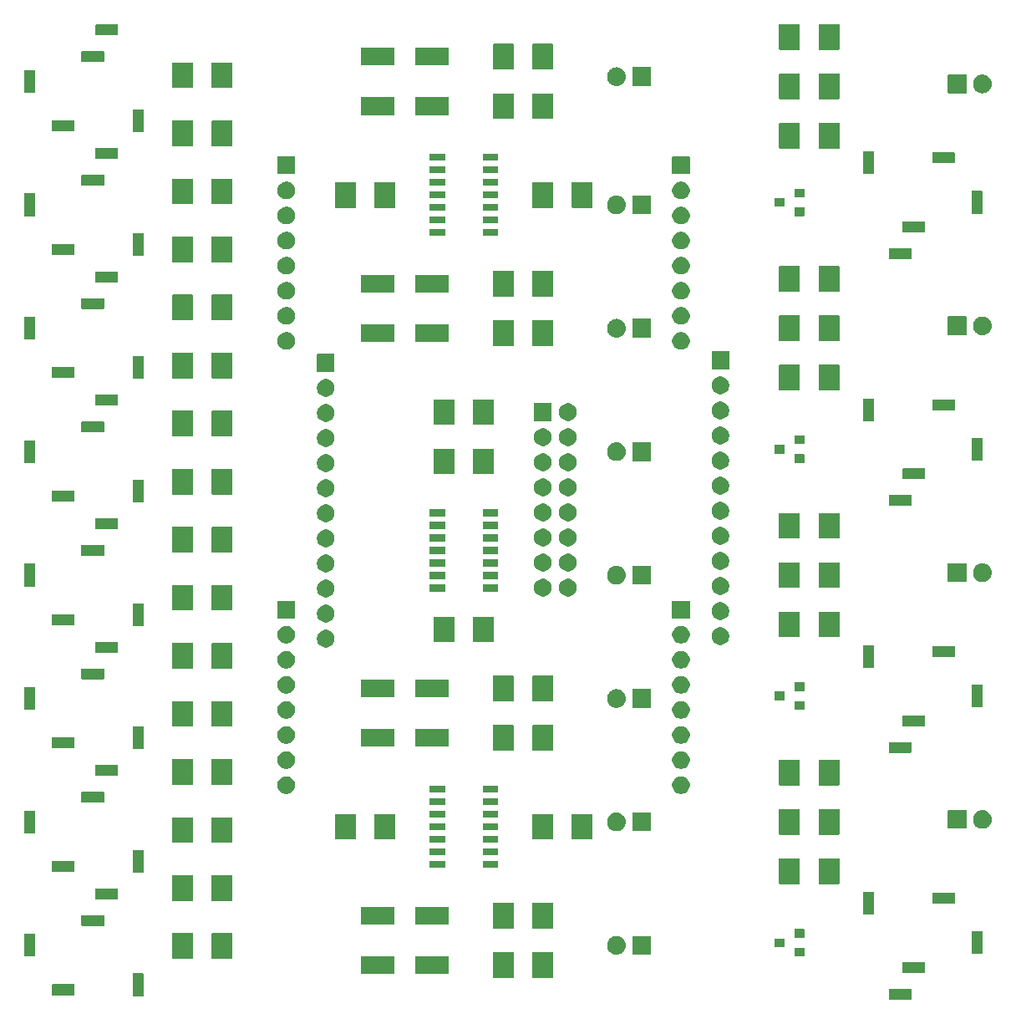
<source format=gbr>
G04 #@! TF.GenerationSoftware,KiCad,Pcbnew,9.0.0*
G04 #@! TF.CreationDate,2025-02-23T15:40:28-07:00*
G04 #@! TF.ProjectId,OR,4f522e6b-6963-4616-945f-706362585858,rev?*
G04 #@! TF.SameCoordinates,Original*
G04 #@! TF.FileFunction,Soldermask,Top*
G04 #@! TF.FilePolarity,Negative*
%FSLAX46Y46*%
G04 Gerber Fmt 4.6, Leading zero omitted, Abs format (unit mm)*
G04 Created by KiCad (PCBNEW 9.0.0) date 2025-02-23 15:40:28*
%MOMM*%
%LPD*%
G01*
G04 APERTURE LIST*
G04 APERTURE END LIST*
G36*
X91319517Y-98402882D02*
G01*
X91336062Y-98413938D01*
X91347118Y-98430483D01*
X91351000Y-98450000D01*
X91351000Y-99450000D01*
X91347118Y-99469517D01*
X91336062Y-99486062D01*
X91319517Y-99497118D01*
X91300000Y-99501000D01*
X89100000Y-99501000D01*
X89080483Y-99497118D01*
X89063938Y-99486062D01*
X89052882Y-99469517D01*
X89049000Y-99450000D01*
X89049000Y-98450000D01*
X89052882Y-98430483D01*
X89063938Y-98413938D01*
X89080483Y-98402882D01*
X89100000Y-98399000D01*
X91300000Y-98399000D01*
X91319517Y-98402882D01*
G37*
G36*
X13519517Y-96852882D02*
G01*
X13536062Y-96863938D01*
X13547118Y-96880483D01*
X13551000Y-96900000D01*
X13551000Y-99100000D01*
X13547118Y-99119517D01*
X13536062Y-99136062D01*
X13519517Y-99147118D01*
X13500000Y-99151000D01*
X12500000Y-99151000D01*
X12480483Y-99147118D01*
X12463938Y-99136062D01*
X12452882Y-99119517D01*
X12449000Y-99100000D01*
X12449000Y-96900000D01*
X12452882Y-96880483D01*
X12463938Y-96863938D01*
X12480483Y-96852882D01*
X12500000Y-96849000D01*
X13500000Y-96849000D01*
X13519517Y-96852882D01*
G37*
G36*
X6519517Y-97952882D02*
G01*
X6536062Y-97963938D01*
X6547118Y-97980483D01*
X6551000Y-98000000D01*
X6551000Y-99000000D01*
X6547118Y-99019517D01*
X6536062Y-99036062D01*
X6519517Y-99047118D01*
X6500000Y-99051000D01*
X4300000Y-99051000D01*
X4280483Y-99047118D01*
X4263938Y-99036062D01*
X4252882Y-99019517D01*
X4249000Y-99000000D01*
X4249000Y-98000000D01*
X4252882Y-97980483D01*
X4263938Y-97963938D01*
X4280483Y-97952882D01*
X4300000Y-97949000D01*
X6500000Y-97949000D01*
X6519517Y-97952882D01*
G37*
G36*
X51019517Y-94702882D02*
G01*
X51036062Y-94713938D01*
X51047118Y-94730483D01*
X51051000Y-94750000D01*
X51051000Y-97250000D01*
X51047118Y-97269517D01*
X51036062Y-97286062D01*
X51019517Y-97297118D01*
X51000000Y-97301000D01*
X49000000Y-97301000D01*
X48980483Y-97297118D01*
X48963938Y-97286062D01*
X48952882Y-97269517D01*
X48949000Y-97250000D01*
X48949000Y-94750000D01*
X48952882Y-94730483D01*
X48963938Y-94713938D01*
X48980483Y-94702882D01*
X49000000Y-94699000D01*
X51000000Y-94699000D01*
X51019517Y-94702882D01*
G37*
G36*
X55019517Y-94702882D02*
G01*
X55036062Y-94713938D01*
X55047118Y-94730483D01*
X55051000Y-94750000D01*
X55051000Y-97250000D01*
X55047118Y-97269517D01*
X55036062Y-97286062D01*
X55019517Y-97297118D01*
X55000000Y-97301000D01*
X53000000Y-97301000D01*
X52980483Y-97297118D01*
X52963938Y-97286062D01*
X52952882Y-97269517D01*
X52949000Y-97250000D01*
X52949000Y-94750000D01*
X52952882Y-94730483D01*
X52963938Y-94713938D01*
X52980483Y-94702882D01*
X53000000Y-94699000D01*
X55000000Y-94699000D01*
X55019517Y-94702882D01*
G37*
G36*
X38919517Y-95102882D02*
G01*
X38936062Y-95113938D01*
X38947118Y-95130483D01*
X38951000Y-95150000D01*
X38951000Y-96850000D01*
X38947118Y-96869517D01*
X38936062Y-96886062D01*
X38919517Y-96897118D01*
X38900000Y-96901000D01*
X35600000Y-96901000D01*
X35580483Y-96897118D01*
X35563938Y-96886062D01*
X35552882Y-96869517D01*
X35549000Y-96850000D01*
X35549000Y-95150000D01*
X35552882Y-95130483D01*
X35563938Y-95113938D01*
X35580483Y-95102882D01*
X35600000Y-95099000D01*
X38900000Y-95099000D01*
X38919517Y-95102882D01*
G37*
G36*
X44419517Y-95102882D02*
G01*
X44436062Y-95113938D01*
X44447118Y-95130483D01*
X44451000Y-95150000D01*
X44451000Y-96850000D01*
X44447118Y-96869517D01*
X44436062Y-96886062D01*
X44419517Y-96897118D01*
X44400000Y-96901000D01*
X41100000Y-96901000D01*
X41080483Y-96897118D01*
X41063938Y-96886062D01*
X41052882Y-96869517D01*
X41049000Y-96850000D01*
X41049000Y-95150000D01*
X41052882Y-95130483D01*
X41063938Y-95113938D01*
X41080483Y-95102882D01*
X41100000Y-95099000D01*
X44400000Y-95099000D01*
X44419517Y-95102882D01*
G37*
G36*
X92719517Y-95702882D02*
G01*
X92736062Y-95713938D01*
X92747118Y-95730483D01*
X92751000Y-95750000D01*
X92751000Y-96750000D01*
X92747118Y-96769517D01*
X92736062Y-96786062D01*
X92719517Y-96797118D01*
X92700000Y-96801000D01*
X90500000Y-96801000D01*
X90480483Y-96797118D01*
X90463938Y-96786062D01*
X90452882Y-96769517D01*
X90449000Y-96750000D01*
X90449000Y-95750000D01*
X90452882Y-95730483D01*
X90463938Y-95713938D01*
X90480483Y-95702882D01*
X90500000Y-95699000D01*
X92700000Y-95699000D01*
X92719517Y-95702882D01*
G37*
G36*
X18519517Y-92782882D02*
G01*
X18536062Y-92793938D01*
X18547118Y-92810483D01*
X18551000Y-92830000D01*
X18551000Y-95330000D01*
X18547118Y-95349517D01*
X18536062Y-95366062D01*
X18519517Y-95377118D01*
X18500000Y-95381000D01*
X16500000Y-95381000D01*
X16480483Y-95377118D01*
X16463938Y-95366062D01*
X16452882Y-95349517D01*
X16449000Y-95330000D01*
X16449000Y-92830000D01*
X16452882Y-92810483D01*
X16463938Y-92793938D01*
X16480483Y-92782882D01*
X16500000Y-92779000D01*
X18500000Y-92779000D01*
X18519517Y-92782882D01*
G37*
G36*
X22519517Y-92782882D02*
G01*
X22536062Y-92793938D01*
X22547118Y-92810483D01*
X22551000Y-92830000D01*
X22551000Y-95330000D01*
X22547118Y-95349517D01*
X22536062Y-95366062D01*
X22519517Y-95377118D01*
X22500000Y-95381000D01*
X20500000Y-95381000D01*
X20480483Y-95377118D01*
X20463938Y-95366062D01*
X20452882Y-95349517D01*
X20449000Y-95330000D01*
X20449000Y-92830000D01*
X20452882Y-92810483D01*
X20463938Y-92793938D01*
X20480483Y-92782882D01*
X20500000Y-92779000D01*
X22500000Y-92779000D01*
X22519517Y-92782882D01*
G37*
G36*
X2519517Y-92852882D02*
G01*
X2536062Y-92863938D01*
X2547118Y-92880483D01*
X2551000Y-92900000D01*
X2551000Y-95100000D01*
X2547118Y-95119517D01*
X2536062Y-95136062D01*
X2519517Y-95147118D01*
X2500000Y-95151000D01*
X1500000Y-95151000D01*
X1480483Y-95147118D01*
X1463938Y-95136062D01*
X1452882Y-95119517D01*
X1449000Y-95100000D01*
X1449000Y-92900000D01*
X1452882Y-92880483D01*
X1463938Y-92863938D01*
X1480483Y-92852882D01*
X1500000Y-92849000D01*
X2500000Y-92849000D01*
X2519517Y-92852882D01*
G37*
G36*
X80469517Y-94252882D02*
G01*
X80486062Y-94263938D01*
X80497118Y-94280483D01*
X80501000Y-94300000D01*
X80501000Y-95100000D01*
X80497118Y-95119517D01*
X80486062Y-95136062D01*
X80469517Y-95147118D01*
X80450000Y-95151000D01*
X79550000Y-95151000D01*
X79530483Y-95147118D01*
X79513938Y-95136062D01*
X79502882Y-95119517D01*
X79499000Y-95100000D01*
X79499000Y-94300000D01*
X79502882Y-94280483D01*
X79513938Y-94263938D01*
X79530483Y-94252882D01*
X79550000Y-94249000D01*
X80450000Y-94249000D01*
X80469517Y-94252882D01*
G37*
G36*
X64919517Y-93052882D02*
G01*
X64936062Y-93063938D01*
X64947118Y-93080483D01*
X64951000Y-93100000D01*
X64951000Y-94900000D01*
X64947118Y-94919517D01*
X64936062Y-94936062D01*
X64919517Y-94947118D01*
X64900000Y-94951000D01*
X63100000Y-94951000D01*
X63080483Y-94947118D01*
X63063938Y-94936062D01*
X63052882Y-94919517D01*
X63049000Y-94900000D01*
X63049000Y-93100000D01*
X63052882Y-93080483D01*
X63063938Y-93063938D01*
X63080483Y-93052882D01*
X63100000Y-93049000D01*
X64900000Y-93049000D01*
X64919517Y-93052882D01*
G37*
G36*
X61542553Y-93053579D02*
G01*
X61553214Y-93053579D01*
X61594865Y-93061864D01*
X61681916Y-93075651D01*
X61709918Y-93084749D01*
X61736061Y-93089950D01*
X61772956Y-93105232D01*
X61823784Y-93121748D01*
X61871399Y-93146009D01*
X61908298Y-93161293D01*
X61930463Y-93176103D01*
X61956693Y-93189468D01*
X62027990Y-93241268D01*
X62063308Y-93264867D01*
X62070846Y-93272405D01*
X62077370Y-93277145D01*
X62182854Y-93382629D01*
X62187593Y-93389152D01*
X62195133Y-93396692D01*
X62218734Y-93432014D01*
X62270531Y-93503306D01*
X62283894Y-93529533D01*
X62298707Y-93551702D01*
X62313993Y-93588605D01*
X62338251Y-93636215D01*
X62354764Y-93687035D01*
X62370050Y-93723939D01*
X62375251Y-93750086D01*
X62384348Y-93778083D01*
X62398134Y-93865125D01*
X62406421Y-93906786D01*
X62406421Y-93917447D01*
X62407683Y-93925415D01*
X62407683Y-94074584D01*
X62406421Y-94082551D01*
X62406421Y-94093214D01*
X62398133Y-94134877D01*
X62384348Y-94221916D01*
X62375251Y-94249910D01*
X62370050Y-94276061D01*
X62354762Y-94312968D01*
X62338251Y-94363784D01*
X62313995Y-94411388D01*
X62298707Y-94448298D01*
X62283892Y-94470470D01*
X62270531Y-94496693D01*
X62218742Y-94567973D01*
X62195133Y-94603308D01*
X62187591Y-94610849D01*
X62182854Y-94617370D01*
X62077370Y-94722854D01*
X62070849Y-94727591D01*
X62063308Y-94735133D01*
X62027973Y-94758742D01*
X61956693Y-94810531D01*
X61930470Y-94823892D01*
X61908298Y-94838707D01*
X61871388Y-94853995D01*
X61823784Y-94878251D01*
X61772968Y-94894762D01*
X61736061Y-94910050D01*
X61709910Y-94915251D01*
X61681916Y-94924348D01*
X61594875Y-94938133D01*
X61553214Y-94946421D01*
X61542553Y-94946421D01*
X61534585Y-94947683D01*
X61385415Y-94947683D01*
X61377447Y-94946421D01*
X61366786Y-94946421D01*
X61325125Y-94938134D01*
X61238083Y-94924348D01*
X61210086Y-94915251D01*
X61183939Y-94910050D01*
X61147035Y-94894764D01*
X61096215Y-94878251D01*
X61048605Y-94853993D01*
X61011702Y-94838707D01*
X60989533Y-94823894D01*
X60963306Y-94810531D01*
X60892014Y-94758734D01*
X60856692Y-94735133D01*
X60849152Y-94727593D01*
X60842629Y-94722854D01*
X60737145Y-94617370D01*
X60732405Y-94610846D01*
X60724867Y-94603308D01*
X60701268Y-94567990D01*
X60649468Y-94496693D01*
X60636103Y-94470463D01*
X60621293Y-94448298D01*
X60606009Y-94411399D01*
X60581748Y-94363784D01*
X60565232Y-94312956D01*
X60549950Y-94276061D01*
X60544749Y-94249918D01*
X60535651Y-94221916D01*
X60521864Y-94134867D01*
X60513579Y-94093214D01*
X60513579Y-94082552D01*
X60512317Y-94074584D01*
X60512317Y-93925415D01*
X60513579Y-93917446D01*
X60513579Y-93906786D01*
X60521863Y-93865136D01*
X60535651Y-93778083D01*
X60544750Y-93750078D01*
X60549950Y-93723939D01*
X60565231Y-93687046D01*
X60581748Y-93636215D01*
X60606011Y-93588595D01*
X60621293Y-93551702D01*
X60636101Y-93529539D01*
X60649468Y-93503306D01*
X60701277Y-93431996D01*
X60724867Y-93396692D01*
X60732402Y-93389156D01*
X60737145Y-93382629D01*
X60842629Y-93277145D01*
X60849156Y-93272402D01*
X60856692Y-93264867D01*
X60891996Y-93241277D01*
X60963306Y-93189468D01*
X60989539Y-93176101D01*
X61011702Y-93161293D01*
X61048595Y-93146011D01*
X61096215Y-93121748D01*
X61147046Y-93105231D01*
X61183939Y-93089950D01*
X61210078Y-93084750D01*
X61238083Y-93075651D01*
X61325136Y-93061863D01*
X61366786Y-93053579D01*
X61377447Y-93053579D01*
X61385415Y-93052317D01*
X61534585Y-93052317D01*
X61542553Y-93053579D01*
G37*
G36*
X98519517Y-92602882D02*
G01*
X98536062Y-92613938D01*
X98547118Y-92630483D01*
X98551000Y-92650000D01*
X98551000Y-94850000D01*
X98547118Y-94869517D01*
X98536062Y-94886062D01*
X98519517Y-94897118D01*
X98500000Y-94901000D01*
X97500000Y-94901000D01*
X97480483Y-94897118D01*
X97463938Y-94886062D01*
X97452882Y-94869517D01*
X97449000Y-94850000D01*
X97449000Y-92650000D01*
X97452882Y-92630483D01*
X97463938Y-92613938D01*
X97480483Y-92602882D01*
X97500000Y-92599000D01*
X98500000Y-92599000D01*
X98519517Y-92602882D01*
G37*
G36*
X78469517Y-93302882D02*
G01*
X78486062Y-93313938D01*
X78497118Y-93330483D01*
X78501000Y-93350000D01*
X78501000Y-94150000D01*
X78497118Y-94169517D01*
X78486062Y-94186062D01*
X78469517Y-94197118D01*
X78450000Y-94201000D01*
X77550000Y-94201000D01*
X77530483Y-94197118D01*
X77513938Y-94186062D01*
X77502882Y-94169517D01*
X77499000Y-94150000D01*
X77499000Y-93350000D01*
X77502882Y-93330483D01*
X77513938Y-93313938D01*
X77530483Y-93302882D01*
X77550000Y-93299000D01*
X78450000Y-93299000D01*
X78469517Y-93302882D01*
G37*
G36*
X80469517Y-92352882D02*
G01*
X80486062Y-92363938D01*
X80497118Y-92380483D01*
X80501000Y-92400000D01*
X80501000Y-93200000D01*
X80497118Y-93219517D01*
X80486062Y-93236062D01*
X80469517Y-93247118D01*
X80450000Y-93251000D01*
X79550000Y-93251000D01*
X79530483Y-93247118D01*
X79513938Y-93236062D01*
X79502882Y-93219517D01*
X79499000Y-93200000D01*
X79499000Y-92400000D01*
X79502882Y-92380483D01*
X79513938Y-92363938D01*
X79530483Y-92352882D01*
X79550000Y-92349000D01*
X80450000Y-92349000D01*
X80469517Y-92352882D01*
G37*
G36*
X51019517Y-89702882D02*
G01*
X51036062Y-89713938D01*
X51047118Y-89730483D01*
X51051000Y-89750000D01*
X51051000Y-92250000D01*
X51047118Y-92269517D01*
X51036062Y-92286062D01*
X51019517Y-92297118D01*
X51000000Y-92301000D01*
X49000000Y-92301000D01*
X48980483Y-92297118D01*
X48963938Y-92286062D01*
X48952882Y-92269517D01*
X48949000Y-92250000D01*
X48949000Y-89750000D01*
X48952882Y-89730483D01*
X48963938Y-89713938D01*
X48980483Y-89702882D01*
X49000000Y-89699000D01*
X51000000Y-89699000D01*
X51019517Y-89702882D01*
G37*
G36*
X55019517Y-89702882D02*
G01*
X55036062Y-89713938D01*
X55047118Y-89730483D01*
X55051000Y-89750000D01*
X55051000Y-92250000D01*
X55047118Y-92269517D01*
X55036062Y-92286062D01*
X55019517Y-92297118D01*
X55000000Y-92301000D01*
X53000000Y-92301000D01*
X52980483Y-92297118D01*
X52963938Y-92286062D01*
X52952882Y-92269517D01*
X52949000Y-92250000D01*
X52949000Y-89750000D01*
X52952882Y-89730483D01*
X52963938Y-89713938D01*
X52980483Y-89702882D01*
X53000000Y-89699000D01*
X55000000Y-89699000D01*
X55019517Y-89702882D01*
G37*
G36*
X9519517Y-90952882D02*
G01*
X9536062Y-90963938D01*
X9547118Y-90980483D01*
X9551000Y-91000000D01*
X9551000Y-92000000D01*
X9547118Y-92019517D01*
X9536062Y-92036062D01*
X9519517Y-92047118D01*
X9500000Y-92051000D01*
X7300000Y-92051000D01*
X7280483Y-92047118D01*
X7263938Y-92036062D01*
X7252882Y-92019517D01*
X7249000Y-92000000D01*
X7249000Y-91000000D01*
X7252882Y-90980483D01*
X7263938Y-90963938D01*
X7280483Y-90952882D01*
X7300000Y-90949000D01*
X9500000Y-90949000D01*
X9519517Y-90952882D01*
G37*
G36*
X38919517Y-90102882D02*
G01*
X38936062Y-90113938D01*
X38947118Y-90130483D01*
X38951000Y-90150000D01*
X38951000Y-91850000D01*
X38947118Y-91869517D01*
X38936062Y-91886062D01*
X38919517Y-91897118D01*
X38900000Y-91901000D01*
X35600000Y-91901000D01*
X35580483Y-91897118D01*
X35563938Y-91886062D01*
X35552882Y-91869517D01*
X35549000Y-91850000D01*
X35549000Y-90150000D01*
X35552882Y-90130483D01*
X35563938Y-90113938D01*
X35580483Y-90102882D01*
X35600000Y-90099000D01*
X38900000Y-90099000D01*
X38919517Y-90102882D01*
G37*
G36*
X44419517Y-90102882D02*
G01*
X44436062Y-90113938D01*
X44447118Y-90130483D01*
X44451000Y-90150000D01*
X44451000Y-91850000D01*
X44447118Y-91869517D01*
X44436062Y-91886062D01*
X44419517Y-91897118D01*
X44400000Y-91901000D01*
X41100000Y-91901000D01*
X41080483Y-91897118D01*
X41063938Y-91886062D01*
X41052882Y-91869517D01*
X41049000Y-91850000D01*
X41049000Y-90150000D01*
X41052882Y-90130483D01*
X41063938Y-90113938D01*
X41080483Y-90102882D01*
X41100000Y-90099000D01*
X44400000Y-90099000D01*
X44419517Y-90102882D01*
G37*
G36*
X87519517Y-88602882D02*
G01*
X87536062Y-88613938D01*
X87547118Y-88630483D01*
X87551000Y-88650000D01*
X87551000Y-90850000D01*
X87547118Y-90869517D01*
X87536062Y-90886062D01*
X87519517Y-90897118D01*
X87500000Y-90901000D01*
X86500000Y-90901000D01*
X86480483Y-90897118D01*
X86463938Y-90886062D01*
X86452882Y-90869517D01*
X86449000Y-90850000D01*
X86449000Y-88650000D01*
X86452882Y-88630483D01*
X86463938Y-88613938D01*
X86480483Y-88602882D01*
X86500000Y-88599000D01*
X87500000Y-88599000D01*
X87519517Y-88602882D01*
G37*
G36*
X95719517Y-88702882D02*
G01*
X95736062Y-88713938D01*
X95747118Y-88730483D01*
X95751000Y-88750000D01*
X95751000Y-89750000D01*
X95747118Y-89769517D01*
X95736062Y-89786062D01*
X95719517Y-89797118D01*
X95700000Y-89801000D01*
X93500000Y-89801000D01*
X93480483Y-89797118D01*
X93463938Y-89786062D01*
X93452882Y-89769517D01*
X93449000Y-89750000D01*
X93449000Y-88750000D01*
X93452882Y-88730483D01*
X93463938Y-88713938D01*
X93480483Y-88702882D01*
X93500000Y-88699000D01*
X95700000Y-88699000D01*
X95719517Y-88702882D01*
G37*
G36*
X18519517Y-86902882D02*
G01*
X18536062Y-86913938D01*
X18547118Y-86930483D01*
X18551000Y-86950000D01*
X18551000Y-89450000D01*
X18547118Y-89469517D01*
X18536062Y-89486062D01*
X18519517Y-89497118D01*
X18500000Y-89501000D01*
X16500000Y-89501000D01*
X16480483Y-89497118D01*
X16463938Y-89486062D01*
X16452882Y-89469517D01*
X16449000Y-89450000D01*
X16449000Y-86950000D01*
X16452882Y-86930483D01*
X16463938Y-86913938D01*
X16480483Y-86902882D01*
X16500000Y-86899000D01*
X18500000Y-86899000D01*
X18519517Y-86902882D01*
G37*
G36*
X22519517Y-86902882D02*
G01*
X22536062Y-86913938D01*
X22547118Y-86930483D01*
X22551000Y-86950000D01*
X22551000Y-89450000D01*
X22547118Y-89469517D01*
X22536062Y-89486062D01*
X22519517Y-89497118D01*
X22500000Y-89501000D01*
X20500000Y-89501000D01*
X20480483Y-89497118D01*
X20463938Y-89486062D01*
X20452882Y-89469517D01*
X20449000Y-89450000D01*
X20449000Y-86950000D01*
X20452882Y-86930483D01*
X20463938Y-86913938D01*
X20480483Y-86902882D01*
X20500000Y-86899000D01*
X22500000Y-86899000D01*
X22519517Y-86902882D01*
G37*
G36*
X10919517Y-88252882D02*
G01*
X10936062Y-88263938D01*
X10947118Y-88280483D01*
X10951000Y-88300000D01*
X10951000Y-89300000D01*
X10947118Y-89319517D01*
X10936062Y-89336062D01*
X10919517Y-89347118D01*
X10900000Y-89351000D01*
X8700000Y-89351000D01*
X8680483Y-89347118D01*
X8663938Y-89336062D01*
X8652882Y-89319517D01*
X8649000Y-89300000D01*
X8649000Y-88300000D01*
X8652882Y-88280483D01*
X8663938Y-88263938D01*
X8680483Y-88252882D01*
X8700000Y-88249000D01*
X10900000Y-88249000D01*
X10919517Y-88252882D01*
G37*
G36*
X80019517Y-85202882D02*
G01*
X80036062Y-85213938D01*
X80047118Y-85230483D01*
X80051000Y-85250000D01*
X80051000Y-87750000D01*
X80047118Y-87769517D01*
X80036062Y-87786062D01*
X80019517Y-87797118D01*
X80000000Y-87801000D01*
X78000000Y-87801000D01*
X77980483Y-87797118D01*
X77963938Y-87786062D01*
X77952882Y-87769517D01*
X77949000Y-87750000D01*
X77949000Y-85250000D01*
X77952882Y-85230483D01*
X77963938Y-85213938D01*
X77980483Y-85202882D01*
X78000000Y-85199000D01*
X80000000Y-85199000D01*
X80019517Y-85202882D01*
G37*
G36*
X84019517Y-85202882D02*
G01*
X84036062Y-85213938D01*
X84047118Y-85230483D01*
X84051000Y-85250000D01*
X84051000Y-87750000D01*
X84047118Y-87769517D01*
X84036062Y-87786062D01*
X84019517Y-87797118D01*
X84000000Y-87801000D01*
X82000000Y-87801000D01*
X81980483Y-87797118D01*
X81963938Y-87786062D01*
X81952882Y-87769517D01*
X81949000Y-87750000D01*
X81949000Y-85250000D01*
X81952882Y-85230483D01*
X81963938Y-85213938D01*
X81980483Y-85202882D01*
X82000000Y-85199000D01*
X84000000Y-85199000D01*
X84019517Y-85202882D01*
G37*
G36*
X13519517Y-84352882D02*
G01*
X13536062Y-84363938D01*
X13547118Y-84380483D01*
X13551000Y-84400000D01*
X13551000Y-86600000D01*
X13547118Y-86619517D01*
X13536062Y-86636062D01*
X13519517Y-86647118D01*
X13500000Y-86651000D01*
X12500000Y-86651000D01*
X12480483Y-86647118D01*
X12463938Y-86636062D01*
X12452882Y-86619517D01*
X12449000Y-86600000D01*
X12449000Y-84400000D01*
X12452882Y-84380483D01*
X12463938Y-84363938D01*
X12480483Y-84352882D01*
X12500000Y-84349000D01*
X13500000Y-84349000D01*
X13519517Y-84352882D01*
G37*
G36*
X6519517Y-85452882D02*
G01*
X6536062Y-85463938D01*
X6547118Y-85480483D01*
X6551000Y-85500000D01*
X6551000Y-86500000D01*
X6547118Y-86519517D01*
X6536062Y-86536062D01*
X6519517Y-86547118D01*
X6500000Y-86551000D01*
X4300000Y-86551000D01*
X4280483Y-86547118D01*
X4263938Y-86536062D01*
X4252882Y-86519517D01*
X4249000Y-86500000D01*
X4249000Y-85500000D01*
X4252882Y-85480483D01*
X4263938Y-85463938D01*
X4280483Y-85452882D01*
X4300000Y-85449000D01*
X6500000Y-85449000D01*
X6519517Y-85452882D01*
G37*
G36*
X44069517Y-85462882D02*
G01*
X44086062Y-85473938D01*
X44097118Y-85490483D01*
X44101000Y-85510000D01*
X44101000Y-86110000D01*
X44097118Y-86129517D01*
X44086062Y-86146062D01*
X44069517Y-86157118D01*
X44050000Y-86161000D01*
X42550000Y-86161000D01*
X42530483Y-86157118D01*
X42513938Y-86146062D01*
X42502882Y-86129517D01*
X42499000Y-86110000D01*
X42499000Y-85510000D01*
X42502882Y-85490483D01*
X42513938Y-85473938D01*
X42530483Y-85462882D01*
X42550000Y-85459000D01*
X44050000Y-85459000D01*
X44069517Y-85462882D01*
G37*
G36*
X49469517Y-85462882D02*
G01*
X49486062Y-85473938D01*
X49497118Y-85490483D01*
X49501000Y-85510000D01*
X49501000Y-86110000D01*
X49497118Y-86129517D01*
X49486062Y-86146062D01*
X49469517Y-86157118D01*
X49450000Y-86161000D01*
X47950000Y-86161000D01*
X47930483Y-86157118D01*
X47913938Y-86146062D01*
X47902882Y-86129517D01*
X47899000Y-86110000D01*
X47899000Y-85510000D01*
X47902882Y-85490483D01*
X47913938Y-85473938D01*
X47930483Y-85462882D01*
X47950000Y-85459000D01*
X49450000Y-85459000D01*
X49469517Y-85462882D01*
G37*
G36*
X44069517Y-84192882D02*
G01*
X44086062Y-84203938D01*
X44097118Y-84220483D01*
X44101000Y-84240000D01*
X44101000Y-84840000D01*
X44097118Y-84859517D01*
X44086062Y-84876062D01*
X44069517Y-84887118D01*
X44050000Y-84891000D01*
X42550000Y-84891000D01*
X42530483Y-84887118D01*
X42513938Y-84876062D01*
X42502882Y-84859517D01*
X42499000Y-84840000D01*
X42499000Y-84240000D01*
X42502882Y-84220483D01*
X42513938Y-84203938D01*
X42530483Y-84192882D01*
X42550000Y-84189000D01*
X44050000Y-84189000D01*
X44069517Y-84192882D01*
G37*
G36*
X49469517Y-84192882D02*
G01*
X49486062Y-84203938D01*
X49497118Y-84220483D01*
X49501000Y-84240000D01*
X49501000Y-84840000D01*
X49497118Y-84859517D01*
X49486062Y-84876062D01*
X49469517Y-84887118D01*
X49450000Y-84891000D01*
X47950000Y-84891000D01*
X47930483Y-84887118D01*
X47913938Y-84876062D01*
X47902882Y-84859517D01*
X47899000Y-84840000D01*
X47899000Y-84240000D01*
X47902882Y-84220483D01*
X47913938Y-84203938D01*
X47930483Y-84192882D01*
X47950000Y-84189000D01*
X49450000Y-84189000D01*
X49469517Y-84192882D01*
G37*
G36*
X18519517Y-81022882D02*
G01*
X18536062Y-81033938D01*
X18547118Y-81050483D01*
X18551000Y-81070000D01*
X18551000Y-83570000D01*
X18547118Y-83589517D01*
X18536062Y-83606062D01*
X18519517Y-83617118D01*
X18500000Y-83621000D01*
X16500000Y-83621000D01*
X16480483Y-83617118D01*
X16463938Y-83606062D01*
X16452882Y-83589517D01*
X16449000Y-83570000D01*
X16449000Y-81070000D01*
X16452882Y-81050483D01*
X16463938Y-81033938D01*
X16480483Y-81022882D01*
X16500000Y-81019000D01*
X18500000Y-81019000D01*
X18519517Y-81022882D01*
G37*
G36*
X22519517Y-81022882D02*
G01*
X22536062Y-81033938D01*
X22547118Y-81050483D01*
X22551000Y-81070000D01*
X22551000Y-83570000D01*
X22547118Y-83589517D01*
X22536062Y-83606062D01*
X22519517Y-83617118D01*
X22500000Y-83621000D01*
X20500000Y-83621000D01*
X20480483Y-83617118D01*
X20463938Y-83606062D01*
X20452882Y-83589517D01*
X20449000Y-83570000D01*
X20449000Y-81070000D01*
X20452882Y-81050483D01*
X20463938Y-81033938D01*
X20480483Y-81022882D01*
X20500000Y-81019000D01*
X22500000Y-81019000D01*
X22519517Y-81022882D01*
G37*
G36*
X44069517Y-82922882D02*
G01*
X44086062Y-82933938D01*
X44097118Y-82950483D01*
X44101000Y-82970000D01*
X44101000Y-83570000D01*
X44097118Y-83589517D01*
X44086062Y-83606062D01*
X44069517Y-83617118D01*
X44050000Y-83621000D01*
X42550000Y-83621000D01*
X42530483Y-83617118D01*
X42513938Y-83606062D01*
X42502882Y-83589517D01*
X42499000Y-83570000D01*
X42499000Y-82970000D01*
X42502882Y-82950483D01*
X42513938Y-82933938D01*
X42530483Y-82922882D01*
X42550000Y-82919000D01*
X44050000Y-82919000D01*
X44069517Y-82922882D01*
G37*
G36*
X49469517Y-82922882D02*
G01*
X49486062Y-82933938D01*
X49497118Y-82950483D01*
X49501000Y-82970000D01*
X49501000Y-83570000D01*
X49497118Y-83589517D01*
X49486062Y-83606062D01*
X49469517Y-83617118D01*
X49450000Y-83621000D01*
X47950000Y-83621000D01*
X47930483Y-83617118D01*
X47913938Y-83606062D01*
X47902882Y-83589517D01*
X47899000Y-83570000D01*
X47899000Y-82970000D01*
X47902882Y-82950483D01*
X47913938Y-82933938D01*
X47930483Y-82922882D01*
X47950000Y-82919000D01*
X49450000Y-82919000D01*
X49469517Y-82922882D01*
G37*
G36*
X35019517Y-80702882D02*
G01*
X35036062Y-80713938D01*
X35047118Y-80730483D01*
X35051000Y-80750000D01*
X35051000Y-83250000D01*
X35047118Y-83269517D01*
X35036062Y-83286062D01*
X35019517Y-83297118D01*
X35000000Y-83301000D01*
X33000000Y-83301000D01*
X32980483Y-83297118D01*
X32963938Y-83286062D01*
X32952882Y-83269517D01*
X32949000Y-83250000D01*
X32949000Y-80750000D01*
X32952882Y-80730483D01*
X32963938Y-80713938D01*
X32980483Y-80702882D01*
X33000000Y-80699000D01*
X35000000Y-80699000D01*
X35019517Y-80702882D01*
G37*
G36*
X39019517Y-80702882D02*
G01*
X39036062Y-80713938D01*
X39047118Y-80730483D01*
X39051000Y-80750000D01*
X39051000Y-83250000D01*
X39047118Y-83269517D01*
X39036062Y-83286062D01*
X39019517Y-83297118D01*
X39000000Y-83301000D01*
X37000000Y-83301000D01*
X36980483Y-83297118D01*
X36963938Y-83286062D01*
X36952882Y-83269517D01*
X36949000Y-83250000D01*
X36949000Y-80750000D01*
X36952882Y-80730483D01*
X36963938Y-80713938D01*
X36980483Y-80702882D01*
X37000000Y-80699000D01*
X39000000Y-80699000D01*
X39019517Y-80702882D01*
G37*
G36*
X55019517Y-80702882D02*
G01*
X55036062Y-80713938D01*
X55047118Y-80730483D01*
X55051000Y-80750000D01*
X55051000Y-83250000D01*
X55047118Y-83269517D01*
X55036062Y-83286062D01*
X55019517Y-83297118D01*
X55000000Y-83301000D01*
X53000000Y-83301000D01*
X52980483Y-83297118D01*
X52963938Y-83286062D01*
X52952882Y-83269517D01*
X52949000Y-83250000D01*
X52949000Y-80750000D01*
X52952882Y-80730483D01*
X52963938Y-80713938D01*
X52980483Y-80702882D01*
X53000000Y-80699000D01*
X55000000Y-80699000D01*
X55019517Y-80702882D01*
G37*
G36*
X59019517Y-80702882D02*
G01*
X59036062Y-80713938D01*
X59047118Y-80730483D01*
X59051000Y-80750000D01*
X59051000Y-83250000D01*
X59047118Y-83269517D01*
X59036062Y-83286062D01*
X59019517Y-83297118D01*
X59000000Y-83301000D01*
X57000000Y-83301000D01*
X56980483Y-83297118D01*
X56963938Y-83286062D01*
X56952882Y-83269517D01*
X56949000Y-83250000D01*
X56949000Y-80750000D01*
X56952882Y-80730483D01*
X56963938Y-80713938D01*
X56980483Y-80702882D01*
X57000000Y-80699000D01*
X59000000Y-80699000D01*
X59019517Y-80702882D01*
G37*
G36*
X80019517Y-80202882D02*
G01*
X80036062Y-80213938D01*
X80047118Y-80230483D01*
X80051000Y-80250000D01*
X80051000Y-82750000D01*
X80047118Y-82769517D01*
X80036062Y-82786062D01*
X80019517Y-82797118D01*
X80000000Y-82801000D01*
X78000000Y-82801000D01*
X77980483Y-82797118D01*
X77963938Y-82786062D01*
X77952882Y-82769517D01*
X77949000Y-82750000D01*
X77949000Y-80250000D01*
X77952882Y-80230483D01*
X77963938Y-80213938D01*
X77980483Y-80202882D01*
X78000000Y-80199000D01*
X80000000Y-80199000D01*
X80019517Y-80202882D01*
G37*
G36*
X84019517Y-80202882D02*
G01*
X84036062Y-80213938D01*
X84047118Y-80230483D01*
X84051000Y-80250000D01*
X84051000Y-82750000D01*
X84047118Y-82769517D01*
X84036062Y-82786062D01*
X84019517Y-82797118D01*
X84000000Y-82801000D01*
X82000000Y-82801000D01*
X81980483Y-82797118D01*
X81963938Y-82786062D01*
X81952882Y-82769517D01*
X81949000Y-82750000D01*
X81949000Y-80250000D01*
X81952882Y-80230483D01*
X81963938Y-80213938D01*
X81980483Y-80202882D01*
X82000000Y-80199000D01*
X84000000Y-80199000D01*
X84019517Y-80202882D01*
G37*
G36*
X2519517Y-80352882D02*
G01*
X2536062Y-80363938D01*
X2547118Y-80380483D01*
X2551000Y-80400000D01*
X2551000Y-82600000D01*
X2547118Y-82619517D01*
X2536062Y-82636062D01*
X2519517Y-82647118D01*
X2500000Y-82651000D01*
X1500000Y-82651000D01*
X1480483Y-82647118D01*
X1463938Y-82636062D01*
X1452882Y-82619517D01*
X1449000Y-82600000D01*
X1449000Y-80400000D01*
X1452882Y-80380483D01*
X1463938Y-80363938D01*
X1480483Y-80352882D01*
X1500000Y-80349000D01*
X2500000Y-80349000D01*
X2519517Y-80352882D01*
G37*
G36*
X64919517Y-80552882D02*
G01*
X64936062Y-80563938D01*
X64947118Y-80580483D01*
X64951000Y-80600000D01*
X64951000Y-82400000D01*
X64947118Y-82419517D01*
X64936062Y-82436062D01*
X64919517Y-82447118D01*
X64900000Y-82451000D01*
X63100000Y-82451000D01*
X63080483Y-82447118D01*
X63063938Y-82436062D01*
X63052882Y-82419517D01*
X63049000Y-82400000D01*
X63049000Y-80600000D01*
X63052882Y-80580483D01*
X63063938Y-80563938D01*
X63080483Y-80552882D01*
X63100000Y-80549000D01*
X64900000Y-80549000D01*
X64919517Y-80552882D01*
G37*
G36*
X61542553Y-80553579D02*
G01*
X61553214Y-80553579D01*
X61594865Y-80561864D01*
X61681916Y-80575651D01*
X61709918Y-80584749D01*
X61736061Y-80589950D01*
X61772956Y-80605232D01*
X61823784Y-80621748D01*
X61871399Y-80646009D01*
X61908298Y-80661293D01*
X61930463Y-80676103D01*
X61956693Y-80689468D01*
X62027990Y-80741268D01*
X62063308Y-80764867D01*
X62070846Y-80772405D01*
X62077370Y-80777145D01*
X62182854Y-80882629D01*
X62187593Y-80889152D01*
X62195133Y-80896692D01*
X62218734Y-80932014D01*
X62270531Y-81003306D01*
X62283894Y-81029533D01*
X62298707Y-81051702D01*
X62313993Y-81088605D01*
X62338251Y-81136215D01*
X62354764Y-81187035D01*
X62370050Y-81223939D01*
X62375251Y-81250086D01*
X62384348Y-81278083D01*
X62398134Y-81365125D01*
X62406421Y-81406786D01*
X62406421Y-81417447D01*
X62407683Y-81425415D01*
X62407683Y-81574584D01*
X62406421Y-81582551D01*
X62406421Y-81593214D01*
X62398133Y-81634877D01*
X62384348Y-81721916D01*
X62375251Y-81749910D01*
X62370050Y-81776061D01*
X62354762Y-81812968D01*
X62338251Y-81863784D01*
X62313995Y-81911388D01*
X62298707Y-81948298D01*
X62283892Y-81970470D01*
X62270531Y-81996693D01*
X62218742Y-82067973D01*
X62195133Y-82103308D01*
X62187591Y-82110849D01*
X62182854Y-82117370D01*
X62077370Y-82222854D01*
X62070849Y-82227591D01*
X62063308Y-82235133D01*
X62027973Y-82258742D01*
X61956693Y-82310531D01*
X61930470Y-82323892D01*
X61908298Y-82338707D01*
X61871388Y-82353995D01*
X61823784Y-82378251D01*
X61772968Y-82394762D01*
X61736061Y-82410050D01*
X61709910Y-82415251D01*
X61681916Y-82424348D01*
X61594875Y-82438133D01*
X61553214Y-82446421D01*
X61542553Y-82446421D01*
X61534585Y-82447683D01*
X61385415Y-82447683D01*
X61377447Y-82446421D01*
X61366786Y-82446421D01*
X61325125Y-82438134D01*
X61238083Y-82424348D01*
X61210086Y-82415251D01*
X61183939Y-82410050D01*
X61147035Y-82394764D01*
X61096215Y-82378251D01*
X61048605Y-82353993D01*
X61011702Y-82338707D01*
X60989533Y-82323894D01*
X60963306Y-82310531D01*
X60892014Y-82258734D01*
X60856692Y-82235133D01*
X60849152Y-82227593D01*
X60842629Y-82222854D01*
X60737145Y-82117370D01*
X60732405Y-82110846D01*
X60724867Y-82103308D01*
X60701268Y-82067990D01*
X60649468Y-81996693D01*
X60636103Y-81970463D01*
X60621293Y-81948298D01*
X60606009Y-81911399D01*
X60581748Y-81863784D01*
X60565232Y-81812956D01*
X60549950Y-81776061D01*
X60544749Y-81749918D01*
X60535651Y-81721916D01*
X60521864Y-81634867D01*
X60513579Y-81593214D01*
X60513579Y-81582552D01*
X60512317Y-81574584D01*
X60512317Y-81425415D01*
X60513579Y-81417446D01*
X60513579Y-81406786D01*
X60521863Y-81365136D01*
X60535651Y-81278083D01*
X60544750Y-81250078D01*
X60549950Y-81223939D01*
X60565231Y-81187046D01*
X60581748Y-81136215D01*
X60606011Y-81088595D01*
X60621293Y-81051702D01*
X60636101Y-81029539D01*
X60649468Y-81003306D01*
X60701277Y-80931996D01*
X60724867Y-80896692D01*
X60732402Y-80889156D01*
X60737145Y-80882629D01*
X60842629Y-80777145D01*
X60849156Y-80772402D01*
X60856692Y-80764867D01*
X60891996Y-80741277D01*
X60963306Y-80689468D01*
X60989539Y-80676101D01*
X61011702Y-80661293D01*
X61048595Y-80646011D01*
X61096215Y-80621748D01*
X61147046Y-80605231D01*
X61183939Y-80589950D01*
X61210078Y-80584750D01*
X61238083Y-80575651D01*
X61325136Y-80561863D01*
X61366786Y-80553579D01*
X61377447Y-80553579D01*
X61385415Y-80552317D01*
X61534585Y-80552317D01*
X61542553Y-80553579D01*
G37*
G36*
X44069517Y-81652882D02*
G01*
X44086062Y-81663938D01*
X44097118Y-81680483D01*
X44101000Y-81700000D01*
X44101000Y-82300000D01*
X44097118Y-82319517D01*
X44086062Y-82336062D01*
X44069517Y-82347118D01*
X44050000Y-82351000D01*
X42550000Y-82351000D01*
X42530483Y-82347118D01*
X42513938Y-82336062D01*
X42502882Y-82319517D01*
X42499000Y-82300000D01*
X42499000Y-81700000D01*
X42502882Y-81680483D01*
X42513938Y-81663938D01*
X42530483Y-81652882D01*
X42550000Y-81649000D01*
X44050000Y-81649000D01*
X44069517Y-81652882D01*
G37*
G36*
X49469517Y-81652882D02*
G01*
X49486062Y-81663938D01*
X49497118Y-81680483D01*
X49501000Y-81700000D01*
X49501000Y-82300000D01*
X49497118Y-82319517D01*
X49486062Y-82336062D01*
X49469517Y-82347118D01*
X49450000Y-82351000D01*
X47950000Y-82351000D01*
X47930483Y-82347118D01*
X47913938Y-82336062D01*
X47902882Y-82319517D01*
X47899000Y-82300000D01*
X47899000Y-81700000D01*
X47902882Y-81680483D01*
X47913938Y-81663938D01*
X47930483Y-81652882D01*
X47950000Y-81649000D01*
X49450000Y-81649000D01*
X49469517Y-81652882D01*
G37*
G36*
X96919517Y-80302882D02*
G01*
X96936062Y-80313938D01*
X96947118Y-80330483D01*
X96951000Y-80350000D01*
X96951000Y-82150000D01*
X96947118Y-82169517D01*
X96936062Y-82186062D01*
X96919517Y-82197118D01*
X96900000Y-82201000D01*
X95100000Y-82201000D01*
X95080483Y-82197118D01*
X95063938Y-82186062D01*
X95052882Y-82169517D01*
X95049000Y-82150000D01*
X95049000Y-80350000D01*
X95052882Y-80330483D01*
X95063938Y-80313938D01*
X95080483Y-80302882D01*
X95100000Y-80299000D01*
X96900000Y-80299000D01*
X96919517Y-80302882D01*
G37*
G36*
X98622553Y-80303579D02*
G01*
X98633214Y-80303579D01*
X98674865Y-80311864D01*
X98761916Y-80325651D01*
X98789918Y-80334749D01*
X98816061Y-80339950D01*
X98852956Y-80355232D01*
X98903784Y-80371748D01*
X98951399Y-80396009D01*
X98988298Y-80411293D01*
X99010463Y-80426103D01*
X99036693Y-80439468D01*
X99107990Y-80491268D01*
X99143308Y-80514867D01*
X99150846Y-80522405D01*
X99157370Y-80527145D01*
X99262854Y-80632629D01*
X99267593Y-80639152D01*
X99275133Y-80646692D01*
X99298734Y-80682014D01*
X99350531Y-80753306D01*
X99363894Y-80779533D01*
X99378707Y-80801702D01*
X99393993Y-80838605D01*
X99418251Y-80886215D01*
X99434764Y-80937035D01*
X99450050Y-80973939D01*
X99455251Y-81000086D01*
X99464348Y-81028083D01*
X99478134Y-81115125D01*
X99486421Y-81156786D01*
X99486421Y-81167447D01*
X99487683Y-81175415D01*
X99487683Y-81324584D01*
X99486421Y-81332551D01*
X99486421Y-81343214D01*
X99478133Y-81384877D01*
X99464348Y-81471916D01*
X99455251Y-81499910D01*
X99450050Y-81526061D01*
X99434762Y-81562968D01*
X99418251Y-81613784D01*
X99393995Y-81661388D01*
X99378707Y-81698298D01*
X99363892Y-81720470D01*
X99350531Y-81746693D01*
X99298742Y-81817973D01*
X99275133Y-81853308D01*
X99267591Y-81860849D01*
X99262854Y-81867370D01*
X99157370Y-81972854D01*
X99150849Y-81977591D01*
X99143308Y-81985133D01*
X99107973Y-82008742D01*
X99036693Y-82060531D01*
X99010470Y-82073892D01*
X98988298Y-82088707D01*
X98951388Y-82103995D01*
X98903784Y-82128251D01*
X98852968Y-82144762D01*
X98816061Y-82160050D01*
X98789910Y-82165251D01*
X98761916Y-82174348D01*
X98674875Y-82188133D01*
X98633214Y-82196421D01*
X98622553Y-82196421D01*
X98614585Y-82197683D01*
X98465415Y-82197683D01*
X98457447Y-82196421D01*
X98446786Y-82196421D01*
X98405125Y-82188134D01*
X98318083Y-82174348D01*
X98290086Y-82165251D01*
X98263939Y-82160050D01*
X98227035Y-82144764D01*
X98176215Y-82128251D01*
X98128605Y-82103993D01*
X98091702Y-82088707D01*
X98069533Y-82073894D01*
X98043306Y-82060531D01*
X97972014Y-82008734D01*
X97936692Y-81985133D01*
X97929152Y-81977593D01*
X97922629Y-81972854D01*
X97817145Y-81867370D01*
X97812405Y-81860846D01*
X97804867Y-81853308D01*
X97781268Y-81817990D01*
X97729468Y-81746693D01*
X97716103Y-81720463D01*
X97701293Y-81698298D01*
X97686009Y-81661399D01*
X97661748Y-81613784D01*
X97645232Y-81562956D01*
X97629950Y-81526061D01*
X97624749Y-81499918D01*
X97615651Y-81471916D01*
X97601864Y-81384867D01*
X97593579Y-81343214D01*
X97593579Y-81332552D01*
X97592317Y-81324584D01*
X97592317Y-81175415D01*
X97593579Y-81167446D01*
X97593579Y-81156786D01*
X97601863Y-81115136D01*
X97615651Y-81028083D01*
X97624750Y-81000078D01*
X97629950Y-80973939D01*
X97645231Y-80937046D01*
X97661748Y-80886215D01*
X97686011Y-80838595D01*
X97701293Y-80801702D01*
X97716101Y-80779539D01*
X97729468Y-80753306D01*
X97781277Y-80681996D01*
X97804867Y-80646692D01*
X97812402Y-80639156D01*
X97817145Y-80632629D01*
X97922629Y-80527145D01*
X97929156Y-80522402D01*
X97936692Y-80514867D01*
X97971996Y-80491277D01*
X98043306Y-80439468D01*
X98069539Y-80426101D01*
X98091702Y-80411293D01*
X98128595Y-80396011D01*
X98176215Y-80371748D01*
X98227046Y-80355231D01*
X98263939Y-80339950D01*
X98290078Y-80334750D01*
X98318083Y-80325651D01*
X98405136Y-80311863D01*
X98446786Y-80303579D01*
X98457447Y-80303579D01*
X98465415Y-80302317D01*
X98614585Y-80302317D01*
X98622553Y-80303579D01*
G37*
G36*
X44069517Y-80382882D02*
G01*
X44086062Y-80393938D01*
X44097118Y-80410483D01*
X44101000Y-80430000D01*
X44101000Y-81030000D01*
X44097118Y-81049517D01*
X44086062Y-81066062D01*
X44069517Y-81077118D01*
X44050000Y-81081000D01*
X42550000Y-81081000D01*
X42530483Y-81077118D01*
X42513938Y-81066062D01*
X42502882Y-81049517D01*
X42499000Y-81030000D01*
X42499000Y-80430000D01*
X42502882Y-80410483D01*
X42513938Y-80393938D01*
X42530483Y-80382882D01*
X42550000Y-80379000D01*
X44050000Y-80379000D01*
X44069517Y-80382882D01*
G37*
G36*
X49469517Y-80382882D02*
G01*
X49486062Y-80393938D01*
X49497118Y-80410483D01*
X49501000Y-80430000D01*
X49501000Y-81030000D01*
X49497118Y-81049517D01*
X49486062Y-81066062D01*
X49469517Y-81077118D01*
X49450000Y-81081000D01*
X47950000Y-81081000D01*
X47930483Y-81077118D01*
X47913938Y-81066062D01*
X47902882Y-81049517D01*
X47899000Y-81030000D01*
X47899000Y-80430000D01*
X47902882Y-80410483D01*
X47913938Y-80393938D01*
X47930483Y-80382882D01*
X47950000Y-80379000D01*
X49450000Y-80379000D01*
X49469517Y-80382882D01*
G37*
G36*
X44069517Y-79112882D02*
G01*
X44086062Y-79123938D01*
X44097118Y-79140483D01*
X44101000Y-79160000D01*
X44101000Y-79760000D01*
X44097118Y-79779517D01*
X44086062Y-79796062D01*
X44069517Y-79807118D01*
X44050000Y-79811000D01*
X42550000Y-79811000D01*
X42530483Y-79807118D01*
X42513938Y-79796062D01*
X42502882Y-79779517D01*
X42499000Y-79760000D01*
X42499000Y-79160000D01*
X42502882Y-79140483D01*
X42513938Y-79123938D01*
X42530483Y-79112882D01*
X42550000Y-79109000D01*
X44050000Y-79109000D01*
X44069517Y-79112882D01*
G37*
G36*
X49469517Y-79112882D02*
G01*
X49486062Y-79123938D01*
X49497118Y-79140483D01*
X49501000Y-79160000D01*
X49501000Y-79760000D01*
X49497118Y-79779517D01*
X49486062Y-79796062D01*
X49469517Y-79807118D01*
X49450000Y-79811000D01*
X47950000Y-79811000D01*
X47930483Y-79807118D01*
X47913938Y-79796062D01*
X47902882Y-79779517D01*
X47899000Y-79760000D01*
X47899000Y-79160000D01*
X47902882Y-79140483D01*
X47913938Y-79123938D01*
X47930483Y-79112882D01*
X47950000Y-79109000D01*
X49450000Y-79109000D01*
X49469517Y-79112882D01*
G37*
G36*
X9519517Y-78452882D02*
G01*
X9536062Y-78463938D01*
X9547118Y-78480483D01*
X9551000Y-78500000D01*
X9551000Y-79500000D01*
X9547118Y-79519517D01*
X9536062Y-79536062D01*
X9519517Y-79547118D01*
X9500000Y-79551000D01*
X7300000Y-79551000D01*
X7280483Y-79547118D01*
X7263938Y-79536062D01*
X7252882Y-79519517D01*
X7249000Y-79500000D01*
X7249000Y-78500000D01*
X7252882Y-78480483D01*
X7263938Y-78463938D01*
X7280483Y-78452882D01*
X7300000Y-78449000D01*
X9500000Y-78449000D01*
X9519517Y-78452882D01*
G37*
G36*
X28261546Y-76917797D02*
G01*
X28424728Y-76985389D01*
X28571588Y-77083518D01*
X28696482Y-77208412D01*
X28794611Y-77355272D01*
X28862203Y-77518454D01*
X28896661Y-77691687D01*
X28896661Y-77868313D01*
X28862203Y-78041546D01*
X28794611Y-78204728D01*
X28696482Y-78351588D01*
X28571588Y-78476482D01*
X28424728Y-78574611D01*
X28261546Y-78642203D01*
X28088313Y-78676661D01*
X27911687Y-78676661D01*
X27738454Y-78642203D01*
X27575272Y-78574611D01*
X27428412Y-78476482D01*
X27303518Y-78351588D01*
X27205389Y-78204728D01*
X27137797Y-78041546D01*
X27103339Y-77868313D01*
X27103339Y-77691687D01*
X27137797Y-77518454D01*
X27205389Y-77355272D01*
X27303518Y-77208412D01*
X27428412Y-77083518D01*
X27575272Y-76985389D01*
X27738454Y-76917797D01*
X27911687Y-76883339D01*
X28088313Y-76883339D01*
X28261546Y-76917797D01*
G37*
G36*
X68261546Y-76917797D02*
G01*
X68424728Y-76985389D01*
X68571588Y-77083518D01*
X68696482Y-77208412D01*
X68794611Y-77355272D01*
X68862203Y-77518454D01*
X68896661Y-77691687D01*
X68896661Y-77868313D01*
X68862203Y-78041546D01*
X68794611Y-78204728D01*
X68696482Y-78351588D01*
X68571588Y-78476482D01*
X68424728Y-78574611D01*
X68261546Y-78642203D01*
X68088313Y-78676661D01*
X67911687Y-78676661D01*
X67738454Y-78642203D01*
X67575272Y-78574611D01*
X67428412Y-78476482D01*
X67303518Y-78351588D01*
X67205389Y-78204728D01*
X67137797Y-78041546D01*
X67103339Y-77868313D01*
X67103339Y-77691687D01*
X67137797Y-77518454D01*
X67205389Y-77355272D01*
X67303518Y-77208412D01*
X67428412Y-77083518D01*
X67575272Y-76985389D01*
X67738454Y-76917797D01*
X67911687Y-76883339D01*
X68088313Y-76883339D01*
X68261546Y-76917797D01*
G37*
G36*
X44069517Y-77842882D02*
G01*
X44086062Y-77853938D01*
X44097118Y-77870483D01*
X44101000Y-77890000D01*
X44101000Y-78490000D01*
X44097118Y-78509517D01*
X44086062Y-78526062D01*
X44069517Y-78537118D01*
X44050000Y-78541000D01*
X42550000Y-78541000D01*
X42530483Y-78537118D01*
X42513938Y-78526062D01*
X42502882Y-78509517D01*
X42499000Y-78490000D01*
X42499000Y-77890000D01*
X42502882Y-77870483D01*
X42513938Y-77853938D01*
X42530483Y-77842882D01*
X42550000Y-77839000D01*
X44050000Y-77839000D01*
X44069517Y-77842882D01*
G37*
G36*
X49469517Y-77842882D02*
G01*
X49486062Y-77853938D01*
X49497118Y-77870483D01*
X49501000Y-77890000D01*
X49501000Y-78490000D01*
X49497118Y-78509517D01*
X49486062Y-78526062D01*
X49469517Y-78537118D01*
X49450000Y-78541000D01*
X47950000Y-78541000D01*
X47930483Y-78537118D01*
X47913938Y-78526062D01*
X47902882Y-78509517D01*
X47899000Y-78490000D01*
X47899000Y-77890000D01*
X47902882Y-77870483D01*
X47913938Y-77853938D01*
X47930483Y-77842882D01*
X47950000Y-77839000D01*
X49450000Y-77839000D01*
X49469517Y-77842882D01*
G37*
G36*
X80019517Y-75202882D02*
G01*
X80036062Y-75213938D01*
X80047118Y-75230483D01*
X80051000Y-75250000D01*
X80051000Y-77750000D01*
X80047118Y-77769517D01*
X80036062Y-77786062D01*
X80019517Y-77797118D01*
X80000000Y-77801000D01*
X78000000Y-77801000D01*
X77980483Y-77797118D01*
X77963938Y-77786062D01*
X77952882Y-77769517D01*
X77949000Y-77750000D01*
X77949000Y-75250000D01*
X77952882Y-75230483D01*
X77963938Y-75213938D01*
X77980483Y-75202882D01*
X78000000Y-75199000D01*
X80000000Y-75199000D01*
X80019517Y-75202882D01*
G37*
G36*
X84019517Y-75202882D02*
G01*
X84036062Y-75213938D01*
X84047118Y-75230483D01*
X84051000Y-75250000D01*
X84051000Y-77750000D01*
X84047118Y-77769517D01*
X84036062Y-77786062D01*
X84019517Y-77797118D01*
X84000000Y-77801000D01*
X82000000Y-77801000D01*
X81980483Y-77797118D01*
X81963938Y-77786062D01*
X81952882Y-77769517D01*
X81949000Y-77750000D01*
X81949000Y-75250000D01*
X81952882Y-75230483D01*
X81963938Y-75213938D01*
X81980483Y-75202882D01*
X82000000Y-75199000D01*
X84000000Y-75199000D01*
X84019517Y-75202882D01*
G37*
G36*
X18519517Y-75142882D02*
G01*
X18536062Y-75153938D01*
X18547118Y-75170483D01*
X18551000Y-75190000D01*
X18551000Y-77690000D01*
X18547118Y-77709517D01*
X18536062Y-77726062D01*
X18519517Y-77737118D01*
X18500000Y-77741000D01*
X16500000Y-77741000D01*
X16480483Y-77737118D01*
X16463938Y-77726062D01*
X16452882Y-77709517D01*
X16449000Y-77690000D01*
X16449000Y-75190000D01*
X16452882Y-75170483D01*
X16463938Y-75153938D01*
X16480483Y-75142882D01*
X16500000Y-75139000D01*
X18500000Y-75139000D01*
X18519517Y-75142882D01*
G37*
G36*
X22519517Y-75142882D02*
G01*
X22536062Y-75153938D01*
X22547118Y-75170483D01*
X22551000Y-75190000D01*
X22551000Y-77690000D01*
X22547118Y-77709517D01*
X22536062Y-77726062D01*
X22519517Y-77737118D01*
X22500000Y-77741000D01*
X20500000Y-77741000D01*
X20480483Y-77737118D01*
X20463938Y-77726062D01*
X20452882Y-77709517D01*
X20449000Y-77690000D01*
X20449000Y-75190000D01*
X20452882Y-75170483D01*
X20463938Y-75153938D01*
X20480483Y-75142882D01*
X20500000Y-75139000D01*
X22500000Y-75139000D01*
X22519517Y-75142882D01*
G37*
G36*
X10919517Y-75752882D02*
G01*
X10936062Y-75763938D01*
X10947118Y-75780483D01*
X10951000Y-75800000D01*
X10951000Y-76800000D01*
X10947118Y-76819517D01*
X10936062Y-76836062D01*
X10919517Y-76847118D01*
X10900000Y-76851000D01*
X8700000Y-76851000D01*
X8680483Y-76847118D01*
X8663938Y-76836062D01*
X8652882Y-76819517D01*
X8649000Y-76800000D01*
X8649000Y-75800000D01*
X8652882Y-75780483D01*
X8663938Y-75763938D01*
X8680483Y-75752882D01*
X8700000Y-75749000D01*
X10900000Y-75749000D01*
X10919517Y-75752882D01*
G37*
G36*
X28261546Y-74377797D02*
G01*
X28424728Y-74445389D01*
X28571588Y-74543518D01*
X28696482Y-74668412D01*
X28794611Y-74815272D01*
X28862203Y-74978454D01*
X28896661Y-75151687D01*
X28896661Y-75328313D01*
X28862203Y-75501546D01*
X28794611Y-75664728D01*
X28696482Y-75811588D01*
X28571588Y-75936482D01*
X28424728Y-76034611D01*
X28261546Y-76102203D01*
X28088313Y-76136661D01*
X27911687Y-76136661D01*
X27738454Y-76102203D01*
X27575272Y-76034611D01*
X27428412Y-75936482D01*
X27303518Y-75811588D01*
X27205389Y-75664728D01*
X27137797Y-75501546D01*
X27103339Y-75328313D01*
X27103339Y-75151687D01*
X27137797Y-74978454D01*
X27205389Y-74815272D01*
X27303518Y-74668412D01*
X27428412Y-74543518D01*
X27575272Y-74445389D01*
X27738454Y-74377797D01*
X27911687Y-74343339D01*
X28088313Y-74343339D01*
X28261546Y-74377797D01*
G37*
G36*
X68261546Y-74377797D02*
G01*
X68424728Y-74445389D01*
X68571588Y-74543518D01*
X68696482Y-74668412D01*
X68794611Y-74815272D01*
X68862203Y-74978454D01*
X68896661Y-75151687D01*
X68896661Y-75328313D01*
X68862203Y-75501546D01*
X68794611Y-75664728D01*
X68696482Y-75811588D01*
X68571588Y-75936482D01*
X68424728Y-76034611D01*
X68261546Y-76102203D01*
X68088313Y-76136661D01*
X67911687Y-76136661D01*
X67738454Y-76102203D01*
X67575272Y-76034611D01*
X67428412Y-75936482D01*
X67303518Y-75811588D01*
X67205389Y-75664728D01*
X67137797Y-75501546D01*
X67103339Y-75328313D01*
X67103339Y-75151687D01*
X67137797Y-74978454D01*
X67205389Y-74815272D01*
X67303518Y-74668412D01*
X67428412Y-74543518D01*
X67575272Y-74445389D01*
X67738454Y-74377797D01*
X67911687Y-74343339D01*
X68088313Y-74343339D01*
X68261546Y-74377797D01*
G37*
G36*
X91319517Y-73402882D02*
G01*
X91336062Y-73413938D01*
X91347118Y-73430483D01*
X91351000Y-73450000D01*
X91351000Y-74450000D01*
X91347118Y-74469517D01*
X91336062Y-74486062D01*
X91319517Y-74497118D01*
X91300000Y-74501000D01*
X89100000Y-74501000D01*
X89080483Y-74497118D01*
X89063938Y-74486062D01*
X89052882Y-74469517D01*
X89049000Y-74450000D01*
X89049000Y-73450000D01*
X89052882Y-73430483D01*
X89063938Y-73413938D01*
X89080483Y-73402882D01*
X89100000Y-73399000D01*
X91300000Y-73399000D01*
X91319517Y-73402882D01*
G37*
G36*
X51019517Y-71702882D02*
G01*
X51036062Y-71713938D01*
X51047118Y-71730483D01*
X51051000Y-71750000D01*
X51051000Y-74250000D01*
X51047118Y-74269517D01*
X51036062Y-74286062D01*
X51019517Y-74297118D01*
X51000000Y-74301000D01*
X49000000Y-74301000D01*
X48980483Y-74297118D01*
X48963938Y-74286062D01*
X48952882Y-74269517D01*
X48949000Y-74250000D01*
X48949000Y-71750000D01*
X48952882Y-71730483D01*
X48963938Y-71713938D01*
X48980483Y-71702882D01*
X49000000Y-71699000D01*
X51000000Y-71699000D01*
X51019517Y-71702882D01*
G37*
G36*
X55019517Y-71702882D02*
G01*
X55036062Y-71713938D01*
X55047118Y-71730483D01*
X55051000Y-71750000D01*
X55051000Y-74250000D01*
X55047118Y-74269517D01*
X55036062Y-74286062D01*
X55019517Y-74297118D01*
X55000000Y-74301000D01*
X53000000Y-74301000D01*
X52980483Y-74297118D01*
X52963938Y-74286062D01*
X52952882Y-74269517D01*
X52949000Y-74250000D01*
X52949000Y-71750000D01*
X52952882Y-71730483D01*
X52963938Y-71713938D01*
X52980483Y-71702882D01*
X53000000Y-71699000D01*
X55000000Y-71699000D01*
X55019517Y-71702882D01*
G37*
G36*
X13519517Y-71852882D02*
G01*
X13536062Y-71863938D01*
X13547118Y-71880483D01*
X13551000Y-71900000D01*
X13551000Y-74100000D01*
X13547118Y-74119517D01*
X13536062Y-74136062D01*
X13519517Y-74147118D01*
X13500000Y-74151000D01*
X12500000Y-74151000D01*
X12480483Y-74147118D01*
X12463938Y-74136062D01*
X12452882Y-74119517D01*
X12449000Y-74100000D01*
X12449000Y-71900000D01*
X12452882Y-71880483D01*
X12463938Y-71863938D01*
X12480483Y-71852882D01*
X12500000Y-71849000D01*
X13500000Y-71849000D01*
X13519517Y-71852882D01*
G37*
G36*
X6519517Y-72952882D02*
G01*
X6536062Y-72963938D01*
X6547118Y-72980483D01*
X6551000Y-73000000D01*
X6551000Y-74000000D01*
X6547118Y-74019517D01*
X6536062Y-74036062D01*
X6519517Y-74047118D01*
X6500000Y-74051000D01*
X4300000Y-74051000D01*
X4280483Y-74047118D01*
X4263938Y-74036062D01*
X4252882Y-74019517D01*
X4249000Y-74000000D01*
X4249000Y-73000000D01*
X4252882Y-72980483D01*
X4263938Y-72963938D01*
X4280483Y-72952882D01*
X4300000Y-72949000D01*
X6500000Y-72949000D01*
X6519517Y-72952882D01*
G37*
G36*
X38919517Y-72102882D02*
G01*
X38936062Y-72113938D01*
X38947118Y-72130483D01*
X38951000Y-72150000D01*
X38951000Y-73850000D01*
X38947118Y-73869517D01*
X38936062Y-73886062D01*
X38919517Y-73897118D01*
X38900000Y-73901000D01*
X35600000Y-73901000D01*
X35580483Y-73897118D01*
X35563938Y-73886062D01*
X35552882Y-73869517D01*
X35549000Y-73850000D01*
X35549000Y-72150000D01*
X35552882Y-72130483D01*
X35563938Y-72113938D01*
X35580483Y-72102882D01*
X35600000Y-72099000D01*
X38900000Y-72099000D01*
X38919517Y-72102882D01*
G37*
G36*
X44419517Y-72102882D02*
G01*
X44436062Y-72113938D01*
X44447118Y-72130483D01*
X44451000Y-72150000D01*
X44451000Y-73850000D01*
X44447118Y-73869517D01*
X44436062Y-73886062D01*
X44419517Y-73897118D01*
X44400000Y-73901000D01*
X41100000Y-73901000D01*
X41080483Y-73897118D01*
X41063938Y-73886062D01*
X41052882Y-73869517D01*
X41049000Y-73850000D01*
X41049000Y-72150000D01*
X41052882Y-72130483D01*
X41063938Y-72113938D01*
X41080483Y-72102882D01*
X41100000Y-72099000D01*
X44400000Y-72099000D01*
X44419517Y-72102882D01*
G37*
G36*
X28261546Y-71837797D02*
G01*
X28424728Y-71905389D01*
X28571588Y-72003518D01*
X28696482Y-72128412D01*
X28794611Y-72275272D01*
X28862203Y-72438454D01*
X28896661Y-72611687D01*
X28896661Y-72788313D01*
X28862203Y-72961546D01*
X28794611Y-73124728D01*
X28696482Y-73271588D01*
X28571588Y-73396482D01*
X28424728Y-73494611D01*
X28261546Y-73562203D01*
X28088313Y-73596661D01*
X27911687Y-73596661D01*
X27738454Y-73562203D01*
X27575272Y-73494611D01*
X27428412Y-73396482D01*
X27303518Y-73271588D01*
X27205389Y-73124728D01*
X27137797Y-72961546D01*
X27103339Y-72788313D01*
X27103339Y-72611687D01*
X27137797Y-72438454D01*
X27205389Y-72275272D01*
X27303518Y-72128412D01*
X27428412Y-72003518D01*
X27575272Y-71905389D01*
X27738454Y-71837797D01*
X27911687Y-71803339D01*
X28088313Y-71803339D01*
X28261546Y-71837797D01*
G37*
G36*
X68261546Y-71837797D02*
G01*
X68424728Y-71905389D01*
X68571588Y-72003518D01*
X68696482Y-72128412D01*
X68794611Y-72275272D01*
X68862203Y-72438454D01*
X68896661Y-72611687D01*
X68896661Y-72788313D01*
X68862203Y-72961546D01*
X68794611Y-73124728D01*
X68696482Y-73271588D01*
X68571588Y-73396482D01*
X68424728Y-73494611D01*
X68261546Y-73562203D01*
X68088313Y-73596661D01*
X67911687Y-73596661D01*
X67738454Y-73562203D01*
X67575272Y-73494611D01*
X67428412Y-73396482D01*
X67303518Y-73271588D01*
X67205389Y-73124728D01*
X67137797Y-72961546D01*
X67103339Y-72788313D01*
X67103339Y-72611687D01*
X67137797Y-72438454D01*
X67205389Y-72275272D01*
X67303518Y-72128412D01*
X67428412Y-72003518D01*
X67575272Y-71905389D01*
X67738454Y-71837797D01*
X67911687Y-71803339D01*
X68088313Y-71803339D01*
X68261546Y-71837797D01*
G37*
G36*
X18519517Y-69262882D02*
G01*
X18536062Y-69273938D01*
X18547118Y-69290483D01*
X18551000Y-69310000D01*
X18551000Y-71810000D01*
X18547118Y-71829517D01*
X18536062Y-71846062D01*
X18519517Y-71857118D01*
X18500000Y-71861000D01*
X16500000Y-71861000D01*
X16480483Y-71857118D01*
X16463938Y-71846062D01*
X16452882Y-71829517D01*
X16449000Y-71810000D01*
X16449000Y-69310000D01*
X16452882Y-69290483D01*
X16463938Y-69273938D01*
X16480483Y-69262882D01*
X16500000Y-69259000D01*
X18500000Y-69259000D01*
X18519517Y-69262882D01*
G37*
G36*
X22519517Y-69262882D02*
G01*
X22536062Y-69273938D01*
X22547118Y-69290483D01*
X22551000Y-69310000D01*
X22551000Y-71810000D01*
X22547118Y-71829517D01*
X22536062Y-71846062D01*
X22519517Y-71857118D01*
X22500000Y-71861000D01*
X20500000Y-71861000D01*
X20480483Y-71857118D01*
X20463938Y-71846062D01*
X20452882Y-71829517D01*
X20449000Y-71810000D01*
X20449000Y-69310000D01*
X20452882Y-69290483D01*
X20463938Y-69273938D01*
X20480483Y-69262882D01*
X20500000Y-69259000D01*
X22500000Y-69259000D01*
X22519517Y-69262882D01*
G37*
G36*
X92719517Y-70702882D02*
G01*
X92736062Y-70713938D01*
X92747118Y-70730483D01*
X92751000Y-70750000D01*
X92751000Y-71750000D01*
X92747118Y-71769517D01*
X92736062Y-71786062D01*
X92719517Y-71797118D01*
X92700000Y-71801000D01*
X90500000Y-71801000D01*
X90480483Y-71797118D01*
X90463938Y-71786062D01*
X90452882Y-71769517D01*
X90449000Y-71750000D01*
X90449000Y-70750000D01*
X90452882Y-70730483D01*
X90463938Y-70713938D01*
X90480483Y-70702882D01*
X90500000Y-70699000D01*
X92700000Y-70699000D01*
X92719517Y-70702882D01*
G37*
G36*
X28261546Y-69297797D02*
G01*
X28424728Y-69365389D01*
X28571588Y-69463518D01*
X28696482Y-69588412D01*
X28794611Y-69735272D01*
X28862203Y-69898454D01*
X28896661Y-70071687D01*
X28896661Y-70248313D01*
X28862203Y-70421546D01*
X28794611Y-70584728D01*
X28696482Y-70731588D01*
X28571588Y-70856482D01*
X28424728Y-70954611D01*
X28261546Y-71022203D01*
X28088313Y-71056661D01*
X27911687Y-71056661D01*
X27738454Y-71022203D01*
X27575272Y-70954611D01*
X27428412Y-70856482D01*
X27303518Y-70731588D01*
X27205389Y-70584728D01*
X27137797Y-70421546D01*
X27103339Y-70248313D01*
X27103339Y-70071687D01*
X27137797Y-69898454D01*
X27205389Y-69735272D01*
X27303518Y-69588412D01*
X27428412Y-69463518D01*
X27575272Y-69365389D01*
X27738454Y-69297797D01*
X27911687Y-69263339D01*
X28088313Y-69263339D01*
X28261546Y-69297797D01*
G37*
G36*
X68261546Y-69297797D02*
G01*
X68424728Y-69365389D01*
X68571588Y-69463518D01*
X68696482Y-69588412D01*
X68794611Y-69735272D01*
X68862203Y-69898454D01*
X68896661Y-70071687D01*
X68896661Y-70248313D01*
X68862203Y-70421546D01*
X68794611Y-70584728D01*
X68696482Y-70731588D01*
X68571588Y-70856482D01*
X68424728Y-70954611D01*
X68261546Y-71022203D01*
X68088313Y-71056661D01*
X67911687Y-71056661D01*
X67738454Y-71022203D01*
X67575272Y-70954611D01*
X67428412Y-70856482D01*
X67303518Y-70731588D01*
X67205389Y-70584728D01*
X67137797Y-70421546D01*
X67103339Y-70248313D01*
X67103339Y-70071687D01*
X67137797Y-69898454D01*
X67205389Y-69735272D01*
X67303518Y-69588412D01*
X67428412Y-69463518D01*
X67575272Y-69365389D01*
X67738454Y-69297797D01*
X67911687Y-69263339D01*
X68088313Y-69263339D01*
X68261546Y-69297797D01*
G37*
G36*
X2519517Y-67852882D02*
G01*
X2536062Y-67863938D01*
X2547118Y-67880483D01*
X2551000Y-67900000D01*
X2551000Y-70100000D01*
X2547118Y-70119517D01*
X2536062Y-70136062D01*
X2519517Y-70147118D01*
X2500000Y-70151000D01*
X1500000Y-70151000D01*
X1480483Y-70147118D01*
X1463938Y-70136062D01*
X1452882Y-70119517D01*
X1449000Y-70100000D01*
X1449000Y-67900000D01*
X1452882Y-67880483D01*
X1463938Y-67863938D01*
X1480483Y-67852882D01*
X1500000Y-67849000D01*
X2500000Y-67849000D01*
X2519517Y-67852882D01*
G37*
G36*
X80469517Y-69252882D02*
G01*
X80486062Y-69263938D01*
X80497118Y-69280483D01*
X80501000Y-69300000D01*
X80501000Y-70100000D01*
X80497118Y-70119517D01*
X80486062Y-70136062D01*
X80469517Y-70147118D01*
X80450000Y-70151000D01*
X79550000Y-70151000D01*
X79530483Y-70147118D01*
X79513938Y-70136062D01*
X79502882Y-70119517D01*
X79499000Y-70100000D01*
X79499000Y-69300000D01*
X79502882Y-69280483D01*
X79513938Y-69263938D01*
X79530483Y-69252882D01*
X79550000Y-69249000D01*
X80450000Y-69249000D01*
X80469517Y-69252882D01*
G37*
G36*
X64919517Y-68052882D02*
G01*
X64936062Y-68063938D01*
X64947118Y-68080483D01*
X64951000Y-68100000D01*
X64951000Y-69900000D01*
X64947118Y-69919517D01*
X64936062Y-69936062D01*
X64919517Y-69947118D01*
X64900000Y-69951000D01*
X63100000Y-69951000D01*
X63080483Y-69947118D01*
X63063938Y-69936062D01*
X63052882Y-69919517D01*
X63049000Y-69900000D01*
X63049000Y-68100000D01*
X63052882Y-68080483D01*
X63063938Y-68063938D01*
X63080483Y-68052882D01*
X63100000Y-68049000D01*
X64900000Y-68049000D01*
X64919517Y-68052882D01*
G37*
G36*
X61542553Y-68053579D02*
G01*
X61553214Y-68053579D01*
X61594865Y-68061864D01*
X61681916Y-68075651D01*
X61709918Y-68084749D01*
X61736061Y-68089950D01*
X61772956Y-68105232D01*
X61823784Y-68121748D01*
X61871399Y-68146009D01*
X61908298Y-68161293D01*
X61930463Y-68176103D01*
X61956693Y-68189468D01*
X62027990Y-68241268D01*
X62063308Y-68264867D01*
X62070846Y-68272405D01*
X62077370Y-68277145D01*
X62182854Y-68382629D01*
X62187593Y-68389152D01*
X62195133Y-68396692D01*
X62218734Y-68432014D01*
X62270531Y-68503306D01*
X62283894Y-68529533D01*
X62298707Y-68551702D01*
X62313993Y-68588605D01*
X62338251Y-68636215D01*
X62354764Y-68687035D01*
X62370050Y-68723939D01*
X62375251Y-68750086D01*
X62384348Y-68778083D01*
X62398134Y-68865125D01*
X62406421Y-68906786D01*
X62406421Y-68917447D01*
X62407683Y-68925415D01*
X62407683Y-69074584D01*
X62406421Y-69082551D01*
X62406421Y-69093214D01*
X62398133Y-69134877D01*
X62384348Y-69221916D01*
X62375251Y-69249910D01*
X62370050Y-69276061D01*
X62354762Y-69312968D01*
X62338251Y-69363784D01*
X62313995Y-69411388D01*
X62298707Y-69448298D01*
X62283892Y-69470470D01*
X62270531Y-69496693D01*
X62218742Y-69567973D01*
X62195133Y-69603308D01*
X62187591Y-69610849D01*
X62182854Y-69617370D01*
X62077370Y-69722854D01*
X62070849Y-69727591D01*
X62063308Y-69735133D01*
X62027973Y-69758742D01*
X61956693Y-69810531D01*
X61930470Y-69823892D01*
X61908298Y-69838707D01*
X61871388Y-69853995D01*
X61823784Y-69878251D01*
X61772968Y-69894762D01*
X61736061Y-69910050D01*
X61709910Y-69915251D01*
X61681916Y-69924348D01*
X61594875Y-69938133D01*
X61553214Y-69946421D01*
X61542553Y-69946421D01*
X61534585Y-69947683D01*
X61385415Y-69947683D01*
X61377447Y-69946421D01*
X61366786Y-69946421D01*
X61325125Y-69938134D01*
X61238083Y-69924348D01*
X61210086Y-69915251D01*
X61183939Y-69910050D01*
X61147035Y-69894764D01*
X61096215Y-69878251D01*
X61048605Y-69853993D01*
X61011702Y-69838707D01*
X60989533Y-69823894D01*
X60963306Y-69810531D01*
X60892014Y-69758734D01*
X60856692Y-69735133D01*
X60849152Y-69727593D01*
X60842629Y-69722854D01*
X60737145Y-69617370D01*
X60732405Y-69610846D01*
X60724867Y-69603308D01*
X60701268Y-69567990D01*
X60649468Y-69496693D01*
X60636103Y-69470463D01*
X60621293Y-69448298D01*
X60606009Y-69411399D01*
X60581748Y-69363784D01*
X60565232Y-69312956D01*
X60549950Y-69276061D01*
X60544749Y-69249918D01*
X60535651Y-69221916D01*
X60521864Y-69134867D01*
X60513579Y-69093214D01*
X60513579Y-69082552D01*
X60512317Y-69074584D01*
X60512317Y-68925415D01*
X60513579Y-68917446D01*
X60513579Y-68906786D01*
X60521863Y-68865136D01*
X60535651Y-68778083D01*
X60544750Y-68750078D01*
X60549950Y-68723939D01*
X60565231Y-68687046D01*
X60581748Y-68636215D01*
X60606011Y-68588595D01*
X60621293Y-68551702D01*
X60636101Y-68529539D01*
X60649468Y-68503306D01*
X60701277Y-68431996D01*
X60724867Y-68396692D01*
X60732402Y-68389156D01*
X60737145Y-68382629D01*
X60842629Y-68277145D01*
X60849156Y-68272402D01*
X60856692Y-68264867D01*
X60891996Y-68241277D01*
X60963306Y-68189468D01*
X60989539Y-68176101D01*
X61011702Y-68161293D01*
X61048595Y-68146011D01*
X61096215Y-68121748D01*
X61147046Y-68105231D01*
X61183939Y-68089950D01*
X61210078Y-68084750D01*
X61238083Y-68075651D01*
X61325136Y-68061863D01*
X61366786Y-68053579D01*
X61377447Y-68053579D01*
X61385415Y-68052317D01*
X61534585Y-68052317D01*
X61542553Y-68053579D01*
G37*
G36*
X98519517Y-67602882D02*
G01*
X98536062Y-67613938D01*
X98547118Y-67630483D01*
X98551000Y-67650000D01*
X98551000Y-69850000D01*
X98547118Y-69869517D01*
X98536062Y-69886062D01*
X98519517Y-69897118D01*
X98500000Y-69901000D01*
X97500000Y-69901000D01*
X97480483Y-69897118D01*
X97463938Y-69886062D01*
X97452882Y-69869517D01*
X97449000Y-69850000D01*
X97449000Y-67650000D01*
X97452882Y-67630483D01*
X97463938Y-67613938D01*
X97480483Y-67602882D01*
X97500000Y-67599000D01*
X98500000Y-67599000D01*
X98519517Y-67602882D01*
G37*
G36*
X51019517Y-66702882D02*
G01*
X51036062Y-66713938D01*
X51047118Y-66730483D01*
X51051000Y-66750000D01*
X51051000Y-69250000D01*
X51047118Y-69269517D01*
X51036062Y-69286062D01*
X51019517Y-69297118D01*
X51000000Y-69301000D01*
X49000000Y-69301000D01*
X48980483Y-69297118D01*
X48963938Y-69286062D01*
X48952882Y-69269517D01*
X48949000Y-69250000D01*
X48949000Y-66750000D01*
X48952882Y-66730483D01*
X48963938Y-66713938D01*
X48980483Y-66702882D01*
X49000000Y-66699000D01*
X51000000Y-66699000D01*
X51019517Y-66702882D01*
G37*
G36*
X55019517Y-66702882D02*
G01*
X55036062Y-66713938D01*
X55047118Y-66730483D01*
X55051000Y-66750000D01*
X55051000Y-69250000D01*
X55047118Y-69269517D01*
X55036062Y-69286062D01*
X55019517Y-69297118D01*
X55000000Y-69301000D01*
X53000000Y-69301000D01*
X52980483Y-69297118D01*
X52963938Y-69286062D01*
X52952882Y-69269517D01*
X52949000Y-69250000D01*
X52949000Y-66750000D01*
X52952882Y-66730483D01*
X52963938Y-66713938D01*
X52980483Y-66702882D01*
X53000000Y-66699000D01*
X55000000Y-66699000D01*
X55019517Y-66702882D01*
G37*
G36*
X78469517Y-68302882D02*
G01*
X78486062Y-68313938D01*
X78497118Y-68330483D01*
X78501000Y-68350000D01*
X78501000Y-69150000D01*
X78497118Y-69169517D01*
X78486062Y-69186062D01*
X78469517Y-69197118D01*
X78450000Y-69201000D01*
X77550000Y-69201000D01*
X77530483Y-69197118D01*
X77513938Y-69186062D01*
X77502882Y-69169517D01*
X77499000Y-69150000D01*
X77499000Y-68350000D01*
X77502882Y-68330483D01*
X77513938Y-68313938D01*
X77530483Y-68302882D01*
X77550000Y-68299000D01*
X78450000Y-68299000D01*
X78469517Y-68302882D01*
G37*
G36*
X38919517Y-67102882D02*
G01*
X38936062Y-67113938D01*
X38947118Y-67130483D01*
X38951000Y-67150000D01*
X38951000Y-68850000D01*
X38947118Y-68869517D01*
X38936062Y-68886062D01*
X38919517Y-68897118D01*
X38900000Y-68901000D01*
X35600000Y-68901000D01*
X35580483Y-68897118D01*
X35563938Y-68886062D01*
X35552882Y-68869517D01*
X35549000Y-68850000D01*
X35549000Y-67150000D01*
X35552882Y-67130483D01*
X35563938Y-67113938D01*
X35580483Y-67102882D01*
X35600000Y-67099000D01*
X38900000Y-67099000D01*
X38919517Y-67102882D01*
G37*
G36*
X44419517Y-67102882D02*
G01*
X44436062Y-67113938D01*
X44447118Y-67130483D01*
X44451000Y-67150000D01*
X44451000Y-68850000D01*
X44447118Y-68869517D01*
X44436062Y-68886062D01*
X44419517Y-68897118D01*
X44400000Y-68901000D01*
X41100000Y-68901000D01*
X41080483Y-68897118D01*
X41063938Y-68886062D01*
X41052882Y-68869517D01*
X41049000Y-68850000D01*
X41049000Y-67150000D01*
X41052882Y-67130483D01*
X41063938Y-67113938D01*
X41080483Y-67102882D01*
X41100000Y-67099000D01*
X44400000Y-67099000D01*
X44419517Y-67102882D01*
G37*
G36*
X28261546Y-66757797D02*
G01*
X28424728Y-66825389D01*
X28571588Y-66923518D01*
X28696482Y-67048412D01*
X28794611Y-67195272D01*
X28862203Y-67358454D01*
X28896661Y-67531687D01*
X28896661Y-67708313D01*
X28862203Y-67881546D01*
X28794611Y-68044728D01*
X28696482Y-68191588D01*
X28571588Y-68316482D01*
X28424728Y-68414611D01*
X28261546Y-68482203D01*
X28088313Y-68516661D01*
X27911687Y-68516661D01*
X27738454Y-68482203D01*
X27575272Y-68414611D01*
X27428412Y-68316482D01*
X27303518Y-68191588D01*
X27205389Y-68044728D01*
X27137797Y-67881546D01*
X27103339Y-67708313D01*
X27103339Y-67531687D01*
X27137797Y-67358454D01*
X27205389Y-67195272D01*
X27303518Y-67048412D01*
X27428412Y-66923518D01*
X27575272Y-66825389D01*
X27738454Y-66757797D01*
X27911687Y-66723339D01*
X28088313Y-66723339D01*
X28261546Y-66757797D01*
G37*
G36*
X68261546Y-66757797D02*
G01*
X68424728Y-66825389D01*
X68571588Y-66923518D01*
X68696482Y-67048412D01*
X68794611Y-67195272D01*
X68862203Y-67358454D01*
X68896661Y-67531687D01*
X68896661Y-67708313D01*
X68862203Y-67881546D01*
X68794611Y-68044728D01*
X68696482Y-68191588D01*
X68571588Y-68316482D01*
X68424728Y-68414611D01*
X68261546Y-68482203D01*
X68088313Y-68516661D01*
X67911687Y-68516661D01*
X67738454Y-68482203D01*
X67575272Y-68414611D01*
X67428412Y-68316482D01*
X67303518Y-68191588D01*
X67205389Y-68044728D01*
X67137797Y-67881546D01*
X67103339Y-67708313D01*
X67103339Y-67531687D01*
X67137797Y-67358454D01*
X67205389Y-67195272D01*
X67303518Y-67048412D01*
X67428412Y-66923518D01*
X67575272Y-66825389D01*
X67738454Y-66757797D01*
X67911687Y-66723339D01*
X68088313Y-66723339D01*
X68261546Y-66757797D01*
G37*
G36*
X80469517Y-67352882D02*
G01*
X80486062Y-67363938D01*
X80497118Y-67380483D01*
X80501000Y-67400000D01*
X80501000Y-68200000D01*
X80497118Y-68219517D01*
X80486062Y-68236062D01*
X80469517Y-68247118D01*
X80450000Y-68251000D01*
X79550000Y-68251000D01*
X79530483Y-68247118D01*
X79513938Y-68236062D01*
X79502882Y-68219517D01*
X79499000Y-68200000D01*
X79499000Y-67400000D01*
X79502882Y-67380483D01*
X79513938Y-67363938D01*
X79530483Y-67352882D01*
X79550000Y-67349000D01*
X80450000Y-67349000D01*
X80469517Y-67352882D01*
G37*
G36*
X9519517Y-65952882D02*
G01*
X9536062Y-65963938D01*
X9547118Y-65980483D01*
X9551000Y-66000000D01*
X9551000Y-67000000D01*
X9547118Y-67019517D01*
X9536062Y-67036062D01*
X9519517Y-67047118D01*
X9500000Y-67051000D01*
X7300000Y-67051000D01*
X7280483Y-67047118D01*
X7263938Y-67036062D01*
X7252882Y-67019517D01*
X7249000Y-67000000D01*
X7249000Y-66000000D01*
X7252882Y-65980483D01*
X7263938Y-65963938D01*
X7280483Y-65952882D01*
X7300000Y-65949000D01*
X9500000Y-65949000D01*
X9519517Y-65952882D01*
G37*
G36*
X18519517Y-63382882D02*
G01*
X18536062Y-63393938D01*
X18547118Y-63410483D01*
X18551000Y-63430000D01*
X18551000Y-65930000D01*
X18547118Y-65949517D01*
X18536062Y-65966062D01*
X18519517Y-65977118D01*
X18500000Y-65981000D01*
X16500000Y-65981000D01*
X16480483Y-65977118D01*
X16463938Y-65966062D01*
X16452882Y-65949517D01*
X16449000Y-65930000D01*
X16449000Y-63430000D01*
X16452882Y-63410483D01*
X16463938Y-63393938D01*
X16480483Y-63382882D01*
X16500000Y-63379000D01*
X18500000Y-63379000D01*
X18519517Y-63382882D01*
G37*
G36*
X22519517Y-63382882D02*
G01*
X22536062Y-63393938D01*
X22547118Y-63410483D01*
X22551000Y-63430000D01*
X22551000Y-65930000D01*
X22547118Y-65949517D01*
X22536062Y-65966062D01*
X22519517Y-65977118D01*
X22500000Y-65981000D01*
X20500000Y-65981000D01*
X20480483Y-65977118D01*
X20463938Y-65966062D01*
X20452882Y-65949517D01*
X20449000Y-65930000D01*
X20449000Y-63430000D01*
X20452882Y-63410483D01*
X20463938Y-63393938D01*
X20480483Y-63382882D01*
X20500000Y-63379000D01*
X22500000Y-63379000D01*
X22519517Y-63382882D01*
G37*
G36*
X28261546Y-64217797D02*
G01*
X28424728Y-64285389D01*
X28571588Y-64383518D01*
X28696482Y-64508412D01*
X28794611Y-64655272D01*
X28862203Y-64818454D01*
X28896661Y-64991687D01*
X28896661Y-65168313D01*
X28862203Y-65341546D01*
X28794611Y-65504728D01*
X28696482Y-65651588D01*
X28571588Y-65776482D01*
X28424728Y-65874611D01*
X28261546Y-65942203D01*
X28088313Y-65976661D01*
X27911687Y-65976661D01*
X27738454Y-65942203D01*
X27575272Y-65874611D01*
X27428412Y-65776482D01*
X27303518Y-65651588D01*
X27205389Y-65504728D01*
X27137797Y-65341546D01*
X27103339Y-65168313D01*
X27103339Y-64991687D01*
X27137797Y-64818454D01*
X27205389Y-64655272D01*
X27303518Y-64508412D01*
X27428412Y-64383518D01*
X27575272Y-64285389D01*
X27738454Y-64217797D01*
X27911687Y-64183339D01*
X28088313Y-64183339D01*
X28261546Y-64217797D01*
G37*
G36*
X68261546Y-64217797D02*
G01*
X68424728Y-64285389D01*
X68571588Y-64383518D01*
X68696482Y-64508412D01*
X68794611Y-64655272D01*
X68862203Y-64818454D01*
X68896661Y-64991687D01*
X68896661Y-65168313D01*
X68862203Y-65341546D01*
X68794611Y-65504728D01*
X68696482Y-65651588D01*
X68571588Y-65776482D01*
X68424728Y-65874611D01*
X68261546Y-65942203D01*
X68088313Y-65976661D01*
X67911687Y-65976661D01*
X67738454Y-65942203D01*
X67575272Y-65874611D01*
X67428412Y-65776482D01*
X67303518Y-65651588D01*
X67205389Y-65504728D01*
X67137797Y-65341546D01*
X67103339Y-65168313D01*
X67103339Y-64991687D01*
X67137797Y-64818454D01*
X67205389Y-64655272D01*
X67303518Y-64508412D01*
X67428412Y-64383518D01*
X67575272Y-64285389D01*
X67738454Y-64217797D01*
X67911687Y-64183339D01*
X68088313Y-64183339D01*
X68261546Y-64217797D01*
G37*
G36*
X87519517Y-63602882D02*
G01*
X87536062Y-63613938D01*
X87547118Y-63630483D01*
X87551000Y-63650000D01*
X87551000Y-65850000D01*
X87547118Y-65869517D01*
X87536062Y-65886062D01*
X87519517Y-65897118D01*
X87500000Y-65901000D01*
X86500000Y-65901000D01*
X86480483Y-65897118D01*
X86463938Y-65886062D01*
X86452882Y-65869517D01*
X86449000Y-65850000D01*
X86449000Y-63650000D01*
X86452882Y-63630483D01*
X86463938Y-63613938D01*
X86480483Y-63602882D01*
X86500000Y-63599000D01*
X87500000Y-63599000D01*
X87519517Y-63602882D01*
G37*
G36*
X95719517Y-63702882D02*
G01*
X95736062Y-63713938D01*
X95747118Y-63730483D01*
X95751000Y-63750000D01*
X95751000Y-64750000D01*
X95747118Y-64769517D01*
X95736062Y-64786062D01*
X95719517Y-64797118D01*
X95700000Y-64801000D01*
X93500000Y-64801000D01*
X93480483Y-64797118D01*
X93463938Y-64786062D01*
X93452882Y-64769517D01*
X93449000Y-64750000D01*
X93449000Y-63750000D01*
X93452882Y-63730483D01*
X93463938Y-63713938D01*
X93480483Y-63702882D01*
X93500000Y-63699000D01*
X95700000Y-63699000D01*
X95719517Y-63702882D01*
G37*
G36*
X10919517Y-63252882D02*
G01*
X10936062Y-63263938D01*
X10947118Y-63280483D01*
X10951000Y-63300000D01*
X10951000Y-64300000D01*
X10947118Y-64319517D01*
X10936062Y-64336062D01*
X10919517Y-64347118D01*
X10900000Y-64351000D01*
X8700000Y-64351000D01*
X8680483Y-64347118D01*
X8663938Y-64336062D01*
X8652882Y-64319517D01*
X8649000Y-64300000D01*
X8649000Y-63300000D01*
X8652882Y-63280483D01*
X8663938Y-63263938D01*
X8680483Y-63252882D01*
X8700000Y-63249000D01*
X10900000Y-63249000D01*
X10919517Y-63252882D01*
G37*
G36*
X32261546Y-62077797D02*
G01*
X32424728Y-62145389D01*
X32571588Y-62243518D01*
X32696482Y-62368412D01*
X32794611Y-62515272D01*
X32862203Y-62678454D01*
X32896661Y-62851687D01*
X32896661Y-63028313D01*
X32862203Y-63201546D01*
X32794611Y-63364728D01*
X32696482Y-63511588D01*
X32571588Y-63636482D01*
X32424728Y-63734611D01*
X32261546Y-63802203D01*
X32088313Y-63836661D01*
X31911687Y-63836661D01*
X31738454Y-63802203D01*
X31575272Y-63734611D01*
X31428412Y-63636482D01*
X31303518Y-63511588D01*
X31205389Y-63364728D01*
X31137797Y-63201546D01*
X31103339Y-63028313D01*
X31103339Y-62851687D01*
X31137797Y-62678454D01*
X31205389Y-62515272D01*
X31303518Y-62368412D01*
X31428412Y-62243518D01*
X31575272Y-62145389D01*
X31738454Y-62077797D01*
X31911687Y-62043339D01*
X32088313Y-62043339D01*
X32261546Y-62077797D01*
G37*
G36*
X72261546Y-61827797D02*
G01*
X72424728Y-61895389D01*
X72571588Y-61993518D01*
X72696482Y-62118412D01*
X72794611Y-62265272D01*
X72862203Y-62428454D01*
X72896661Y-62601687D01*
X72896661Y-62778313D01*
X72862203Y-62951546D01*
X72794611Y-63114728D01*
X72696482Y-63261588D01*
X72571588Y-63386482D01*
X72424728Y-63484611D01*
X72261546Y-63552203D01*
X72088313Y-63586661D01*
X71911687Y-63586661D01*
X71738454Y-63552203D01*
X71575272Y-63484611D01*
X71428412Y-63386482D01*
X71303518Y-63261588D01*
X71205389Y-63114728D01*
X71137797Y-62951546D01*
X71103339Y-62778313D01*
X71103339Y-62601687D01*
X71137797Y-62428454D01*
X71205389Y-62265272D01*
X71303518Y-62118412D01*
X71428412Y-61993518D01*
X71575272Y-61895389D01*
X71738454Y-61827797D01*
X71911687Y-61793339D01*
X72088313Y-61793339D01*
X72261546Y-61827797D01*
G37*
G36*
X28261546Y-61677797D02*
G01*
X28424728Y-61745389D01*
X28571588Y-61843518D01*
X28696482Y-61968412D01*
X28794611Y-62115272D01*
X28862203Y-62278454D01*
X28896661Y-62451687D01*
X28896661Y-62628313D01*
X28862203Y-62801546D01*
X28794611Y-62964728D01*
X28696482Y-63111588D01*
X28571588Y-63236482D01*
X28424728Y-63334611D01*
X28261546Y-63402203D01*
X28088313Y-63436661D01*
X27911687Y-63436661D01*
X27738454Y-63402203D01*
X27575272Y-63334611D01*
X27428412Y-63236482D01*
X27303518Y-63111588D01*
X27205389Y-62964728D01*
X27137797Y-62801546D01*
X27103339Y-62628313D01*
X27103339Y-62451687D01*
X27137797Y-62278454D01*
X27205389Y-62115272D01*
X27303518Y-61968412D01*
X27428412Y-61843518D01*
X27575272Y-61745389D01*
X27738454Y-61677797D01*
X27911687Y-61643339D01*
X28088313Y-61643339D01*
X28261546Y-61677797D01*
G37*
G36*
X68261546Y-61677797D02*
G01*
X68424728Y-61745389D01*
X68571588Y-61843518D01*
X68696482Y-61968412D01*
X68794611Y-62115272D01*
X68862203Y-62278454D01*
X68896661Y-62451687D01*
X68896661Y-62628313D01*
X68862203Y-62801546D01*
X68794611Y-62964728D01*
X68696482Y-63111588D01*
X68571588Y-63236482D01*
X68424728Y-63334611D01*
X68261546Y-63402203D01*
X68088313Y-63436661D01*
X67911687Y-63436661D01*
X67738454Y-63402203D01*
X67575272Y-63334611D01*
X67428412Y-63236482D01*
X67303518Y-63111588D01*
X67205389Y-62964728D01*
X67137797Y-62801546D01*
X67103339Y-62628313D01*
X67103339Y-62451687D01*
X67137797Y-62278454D01*
X67205389Y-62115272D01*
X67303518Y-61968412D01*
X67428412Y-61843518D01*
X67575272Y-61745389D01*
X67738454Y-61677797D01*
X67911687Y-61643339D01*
X68088313Y-61643339D01*
X68261546Y-61677797D01*
G37*
G36*
X45019517Y-60702882D02*
G01*
X45036062Y-60713938D01*
X45047118Y-60730483D01*
X45051000Y-60750000D01*
X45051000Y-63250000D01*
X45047118Y-63269517D01*
X45036062Y-63286062D01*
X45019517Y-63297118D01*
X45000000Y-63301000D01*
X43000000Y-63301000D01*
X42980483Y-63297118D01*
X42963938Y-63286062D01*
X42952882Y-63269517D01*
X42949000Y-63250000D01*
X42949000Y-60750000D01*
X42952882Y-60730483D01*
X42963938Y-60713938D01*
X42980483Y-60702882D01*
X43000000Y-60699000D01*
X45000000Y-60699000D01*
X45019517Y-60702882D01*
G37*
G36*
X49019517Y-60702882D02*
G01*
X49036062Y-60713938D01*
X49047118Y-60730483D01*
X49051000Y-60750000D01*
X49051000Y-63250000D01*
X49047118Y-63269517D01*
X49036062Y-63286062D01*
X49019517Y-63297118D01*
X49000000Y-63301000D01*
X47000000Y-63301000D01*
X46980483Y-63297118D01*
X46963938Y-63286062D01*
X46952882Y-63269517D01*
X46949000Y-63250000D01*
X46949000Y-60750000D01*
X46952882Y-60730483D01*
X46963938Y-60713938D01*
X46980483Y-60702882D01*
X47000000Y-60699000D01*
X49000000Y-60699000D01*
X49019517Y-60702882D01*
G37*
G36*
X80019517Y-60202882D02*
G01*
X80036062Y-60213938D01*
X80047118Y-60230483D01*
X80051000Y-60250000D01*
X80051000Y-62750000D01*
X80047118Y-62769517D01*
X80036062Y-62786062D01*
X80019517Y-62797118D01*
X80000000Y-62801000D01*
X78000000Y-62801000D01*
X77980483Y-62797118D01*
X77963938Y-62786062D01*
X77952882Y-62769517D01*
X77949000Y-62750000D01*
X77949000Y-60250000D01*
X77952882Y-60230483D01*
X77963938Y-60213938D01*
X77980483Y-60202882D01*
X78000000Y-60199000D01*
X80000000Y-60199000D01*
X80019517Y-60202882D01*
G37*
G36*
X84019517Y-60202882D02*
G01*
X84036062Y-60213938D01*
X84047118Y-60230483D01*
X84051000Y-60250000D01*
X84051000Y-62750000D01*
X84047118Y-62769517D01*
X84036062Y-62786062D01*
X84019517Y-62797118D01*
X84000000Y-62801000D01*
X82000000Y-62801000D01*
X81980483Y-62797118D01*
X81963938Y-62786062D01*
X81952882Y-62769517D01*
X81949000Y-62750000D01*
X81949000Y-60250000D01*
X81952882Y-60230483D01*
X81963938Y-60213938D01*
X81980483Y-60202882D01*
X82000000Y-60199000D01*
X84000000Y-60199000D01*
X84019517Y-60202882D01*
G37*
G36*
X13519517Y-59352882D02*
G01*
X13536062Y-59363938D01*
X13547118Y-59380483D01*
X13551000Y-59400000D01*
X13551000Y-61600000D01*
X13547118Y-61619517D01*
X13536062Y-61636062D01*
X13519517Y-61647118D01*
X13500000Y-61651000D01*
X12500000Y-61651000D01*
X12480483Y-61647118D01*
X12463938Y-61636062D01*
X12452882Y-61619517D01*
X12449000Y-61600000D01*
X12449000Y-59400000D01*
X12452882Y-59380483D01*
X12463938Y-59363938D01*
X12480483Y-59352882D01*
X12500000Y-59349000D01*
X13500000Y-59349000D01*
X13519517Y-59352882D01*
G37*
G36*
X6519517Y-60452882D02*
G01*
X6536062Y-60463938D01*
X6547118Y-60480483D01*
X6551000Y-60500000D01*
X6551000Y-61500000D01*
X6547118Y-61519517D01*
X6536062Y-61536062D01*
X6519517Y-61547118D01*
X6500000Y-61551000D01*
X4300000Y-61551000D01*
X4280483Y-61547118D01*
X4263938Y-61536062D01*
X4252882Y-61519517D01*
X4249000Y-61500000D01*
X4249000Y-60500000D01*
X4252882Y-60480483D01*
X4263938Y-60463938D01*
X4280483Y-60452882D01*
X4300000Y-60449000D01*
X6500000Y-60449000D01*
X6519517Y-60452882D01*
G37*
G36*
X32261546Y-59537797D02*
G01*
X32424728Y-59605389D01*
X32571588Y-59703518D01*
X32696482Y-59828412D01*
X32794611Y-59975272D01*
X32862203Y-60138454D01*
X32896661Y-60311687D01*
X32896661Y-60488313D01*
X32862203Y-60661546D01*
X32794611Y-60824728D01*
X32696482Y-60971588D01*
X32571588Y-61096482D01*
X32424728Y-61194611D01*
X32261546Y-61262203D01*
X32088313Y-61296661D01*
X31911687Y-61296661D01*
X31738454Y-61262203D01*
X31575272Y-61194611D01*
X31428412Y-61096482D01*
X31303518Y-60971588D01*
X31205389Y-60824728D01*
X31137797Y-60661546D01*
X31103339Y-60488313D01*
X31103339Y-60311687D01*
X31137797Y-60138454D01*
X31205389Y-59975272D01*
X31303518Y-59828412D01*
X31428412Y-59703518D01*
X31575272Y-59605389D01*
X31738454Y-59537797D01*
X31911687Y-59503339D01*
X32088313Y-59503339D01*
X32261546Y-59537797D01*
G37*
G36*
X72261546Y-59287797D02*
G01*
X72424728Y-59355389D01*
X72571588Y-59453518D01*
X72696482Y-59578412D01*
X72794611Y-59725272D01*
X72862203Y-59888454D01*
X72896661Y-60061687D01*
X72896661Y-60238313D01*
X72862203Y-60411546D01*
X72794611Y-60574728D01*
X72696482Y-60721588D01*
X72571588Y-60846482D01*
X72424728Y-60944611D01*
X72261546Y-61012203D01*
X72088313Y-61046661D01*
X71911687Y-61046661D01*
X71738454Y-61012203D01*
X71575272Y-60944611D01*
X71428412Y-60846482D01*
X71303518Y-60721588D01*
X71205389Y-60574728D01*
X71137797Y-60411546D01*
X71103339Y-60238313D01*
X71103339Y-60061687D01*
X71137797Y-59888454D01*
X71205389Y-59725272D01*
X71303518Y-59578412D01*
X71428412Y-59453518D01*
X71575272Y-59355389D01*
X71738454Y-59287797D01*
X71911687Y-59253339D01*
X72088313Y-59253339D01*
X72261546Y-59287797D01*
G37*
G36*
X28869517Y-59102882D02*
G01*
X28886062Y-59113938D01*
X28897118Y-59130483D01*
X28901000Y-59150000D01*
X28901000Y-60850000D01*
X28897118Y-60869517D01*
X28886062Y-60886062D01*
X28869517Y-60897118D01*
X28850000Y-60901000D01*
X27150000Y-60901000D01*
X27130483Y-60897118D01*
X27113938Y-60886062D01*
X27102882Y-60869517D01*
X27099000Y-60850000D01*
X27099000Y-59150000D01*
X27102882Y-59130483D01*
X27113938Y-59113938D01*
X27130483Y-59102882D01*
X27150000Y-59099000D01*
X28850000Y-59099000D01*
X28869517Y-59102882D01*
G37*
G36*
X68869517Y-59102882D02*
G01*
X68886062Y-59113938D01*
X68897118Y-59130483D01*
X68901000Y-59150000D01*
X68901000Y-60850000D01*
X68897118Y-60869517D01*
X68886062Y-60886062D01*
X68869517Y-60897118D01*
X68850000Y-60901000D01*
X67150000Y-60901000D01*
X67130483Y-60897118D01*
X67113938Y-60886062D01*
X67102882Y-60869517D01*
X67099000Y-60850000D01*
X67099000Y-59150000D01*
X67102882Y-59130483D01*
X67113938Y-59113938D01*
X67130483Y-59102882D01*
X67150000Y-59099000D01*
X68850000Y-59099000D01*
X68869517Y-59102882D01*
G37*
G36*
X18519517Y-57502882D02*
G01*
X18536062Y-57513938D01*
X18547118Y-57530483D01*
X18551000Y-57550000D01*
X18551000Y-60050000D01*
X18547118Y-60069517D01*
X18536062Y-60086062D01*
X18519517Y-60097118D01*
X18500000Y-60101000D01*
X16500000Y-60101000D01*
X16480483Y-60097118D01*
X16463938Y-60086062D01*
X16452882Y-60069517D01*
X16449000Y-60050000D01*
X16449000Y-57550000D01*
X16452882Y-57530483D01*
X16463938Y-57513938D01*
X16480483Y-57502882D01*
X16500000Y-57499000D01*
X18500000Y-57499000D01*
X18519517Y-57502882D01*
G37*
G36*
X22519517Y-57502882D02*
G01*
X22536062Y-57513938D01*
X22547118Y-57530483D01*
X22551000Y-57550000D01*
X22551000Y-60050000D01*
X22547118Y-60069517D01*
X22536062Y-60086062D01*
X22519517Y-60097118D01*
X22500000Y-60101000D01*
X20500000Y-60101000D01*
X20480483Y-60097118D01*
X20463938Y-60086062D01*
X20452882Y-60069517D01*
X20449000Y-60050000D01*
X20449000Y-57550000D01*
X20452882Y-57530483D01*
X20463938Y-57513938D01*
X20480483Y-57502882D01*
X20500000Y-57499000D01*
X22500000Y-57499000D01*
X22519517Y-57502882D01*
G37*
G36*
X32261546Y-56997797D02*
G01*
X32424728Y-57065389D01*
X32571588Y-57163518D01*
X32696482Y-57288412D01*
X32794611Y-57435272D01*
X32862203Y-57598454D01*
X32896661Y-57771687D01*
X32896661Y-57948313D01*
X32862203Y-58121546D01*
X32794611Y-58284728D01*
X32696482Y-58431588D01*
X32571588Y-58556482D01*
X32424728Y-58654611D01*
X32261546Y-58722203D01*
X32088313Y-58756661D01*
X31911687Y-58756661D01*
X31738454Y-58722203D01*
X31575272Y-58654611D01*
X31428412Y-58556482D01*
X31303518Y-58431588D01*
X31205389Y-58284728D01*
X31137797Y-58121546D01*
X31103339Y-57948313D01*
X31103339Y-57771687D01*
X31137797Y-57598454D01*
X31205389Y-57435272D01*
X31303518Y-57288412D01*
X31428412Y-57163518D01*
X31575272Y-57065389D01*
X31738454Y-56997797D01*
X31911687Y-56963339D01*
X32088313Y-56963339D01*
X32261546Y-56997797D01*
G37*
G36*
X54261546Y-56917797D02*
G01*
X54424728Y-56985389D01*
X54571588Y-57083518D01*
X54696482Y-57208412D01*
X54794611Y-57355272D01*
X54862203Y-57518454D01*
X54896661Y-57691687D01*
X54896661Y-57868313D01*
X54862203Y-58041546D01*
X54794611Y-58204728D01*
X54696482Y-58351588D01*
X54571588Y-58476482D01*
X54424728Y-58574611D01*
X54261546Y-58642203D01*
X54088313Y-58676661D01*
X53911687Y-58676661D01*
X53738454Y-58642203D01*
X53575272Y-58574611D01*
X53428412Y-58476482D01*
X53303518Y-58351588D01*
X53205389Y-58204728D01*
X53137797Y-58041546D01*
X53103339Y-57868313D01*
X53103339Y-57691687D01*
X53137797Y-57518454D01*
X53205389Y-57355272D01*
X53303518Y-57208412D01*
X53428412Y-57083518D01*
X53575272Y-56985389D01*
X53738454Y-56917797D01*
X53911687Y-56883339D01*
X54088313Y-56883339D01*
X54261546Y-56917797D01*
G37*
G36*
X56801546Y-56917797D02*
G01*
X56964728Y-56985389D01*
X57111588Y-57083518D01*
X57236482Y-57208412D01*
X57334611Y-57355272D01*
X57402203Y-57518454D01*
X57436661Y-57691687D01*
X57436661Y-57868313D01*
X57402203Y-58041546D01*
X57334611Y-58204728D01*
X57236482Y-58351588D01*
X57111588Y-58476482D01*
X56964728Y-58574611D01*
X56801546Y-58642203D01*
X56628313Y-58676661D01*
X56451687Y-58676661D01*
X56278454Y-58642203D01*
X56115272Y-58574611D01*
X55968412Y-58476482D01*
X55843518Y-58351588D01*
X55745389Y-58204728D01*
X55677797Y-58041546D01*
X55643339Y-57868313D01*
X55643339Y-57691687D01*
X55677797Y-57518454D01*
X55745389Y-57355272D01*
X55843518Y-57208412D01*
X55968412Y-57083518D01*
X56115272Y-56985389D01*
X56278454Y-56917797D01*
X56451687Y-56883339D01*
X56628313Y-56883339D01*
X56801546Y-56917797D01*
G37*
G36*
X72261546Y-56747797D02*
G01*
X72424728Y-56815389D01*
X72571588Y-56913518D01*
X72696482Y-57038412D01*
X72794611Y-57185272D01*
X72862203Y-57348454D01*
X72896661Y-57521687D01*
X72896661Y-57698313D01*
X72862203Y-57871546D01*
X72794611Y-58034728D01*
X72696482Y-58181588D01*
X72571588Y-58306482D01*
X72424728Y-58404611D01*
X72261546Y-58472203D01*
X72088313Y-58506661D01*
X71911687Y-58506661D01*
X71738454Y-58472203D01*
X71575272Y-58404611D01*
X71428412Y-58306482D01*
X71303518Y-58181588D01*
X71205389Y-58034728D01*
X71137797Y-57871546D01*
X71103339Y-57698313D01*
X71103339Y-57521687D01*
X71137797Y-57348454D01*
X71205389Y-57185272D01*
X71303518Y-57038412D01*
X71428412Y-56913518D01*
X71575272Y-56815389D01*
X71738454Y-56747797D01*
X71911687Y-56713339D01*
X72088313Y-56713339D01*
X72261546Y-56747797D01*
G37*
G36*
X44069517Y-57462882D02*
G01*
X44086062Y-57473938D01*
X44097118Y-57490483D01*
X44101000Y-57510000D01*
X44101000Y-58110000D01*
X44097118Y-58129517D01*
X44086062Y-58146062D01*
X44069517Y-58157118D01*
X44050000Y-58161000D01*
X42550000Y-58161000D01*
X42530483Y-58157118D01*
X42513938Y-58146062D01*
X42502882Y-58129517D01*
X42499000Y-58110000D01*
X42499000Y-57510000D01*
X42502882Y-57490483D01*
X42513938Y-57473938D01*
X42530483Y-57462882D01*
X42550000Y-57459000D01*
X44050000Y-57459000D01*
X44069517Y-57462882D01*
G37*
G36*
X49469517Y-57462882D02*
G01*
X49486062Y-57473938D01*
X49497118Y-57490483D01*
X49501000Y-57510000D01*
X49501000Y-58110000D01*
X49497118Y-58129517D01*
X49486062Y-58146062D01*
X49469517Y-58157118D01*
X49450000Y-58161000D01*
X47950000Y-58161000D01*
X47930483Y-58157118D01*
X47913938Y-58146062D01*
X47902882Y-58129517D01*
X47899000Y-58110000D01*
X47899000Y-57510000D01*
X47902882Y-57490483D01*
X47913938Y-57473938D01*
X47930483Y-57462882D01*
X47950000Y-57459000D01*
X49450000Y-57459000D01*
X49469517Y-57462882D01*
G37*
G36*
X80019517Y-55202882D02*
G01*
X80036062Y-55213938D01*
X80047118Y-55230483D01*
X80051000Y-55250000D01*
X80051000Y-57750000D01*
X80047118Y-57769517D01*
X80036062Y-57786062D01*
X80019517Y-57797118D01*
X80000000Y-57801000D01*
X78000000Y-57801000D01*
X77980483Y-57797118D01*
X77963938Y-57786062D01*
X77952882Y-57769517D01*
X77949000Y-57750000D01*
X77949000Y-55250000D01*
X77952882Y-55230483D01*
X77963938Y-55213938D01*
X77980483Y-55202882D01*
X78000000Y-55199000D01*
X80000000Y-55199000D01*
X80019517Y-55202882D01*
G37*
G36*
X84019517Y-55202882D02*
G01*
X84036062Y-55213938D01*
X84047118Y-55230483D01*
X84051000Y-55250000D01*
X84051000Y-57750000D01*
X84047118Y-57769517D01*
X84036062Y-57786062D01*
X84019517Y-57797118D01*
X84000000Y-57801000D01*
X82000000Y-57801000D01*
X81980483Y-57797118D01*
X81963938Y-57786062D01*
X81952882Y-57769517D01*
X81949000Y-57750000D01*
X81949000Y-55250000D01*
X81952882Y-55230483D01*
X81963938Y-55213938D01*
X81980483Y-55202882D01*
X82000000Y-55199000D01*
X84000000Y-55199000D01*
X84019517Y-55202882D01*
G37*
G36*
X2519517Y-55352882D02*
G01*
X2536062Y-55363938D01*
X2547118Y-55380483D01*
X2551000Y-55400000D01*
X2551000Y-57600000D01*
X2547118Y-57619517D01*
X2536062Y-57636062D01*
X2519517Y-57647118D01*
X2500000Y-57651000D01*
X1500000Y-57651000D01*
X1480483Y-57647118D01*
X1463938Y-57636062D01*
X1452882Y-57619517D01*
X1449000Y-57600000D01*
X1449000Y-55400000D01*
X1452882Y-55380483D01*
X1463938Y-55363938D01*
X1480483Y-55352882D01*
X1500000Y-55349000D01*
X2500000Y-55349000D01*
X2519517Y-55352882D01*
G37*
G36*
X64919517Y-55552882D02*
G01*
X64936062Y-55563938D01*
X64947118Y-55580483D01*
X64951000Y-55600000D01*
X64951000Y-57400000D01*
X64947118Y-57419517D01*
X64936062Y-57436062D01*
X64919517Y-57447118D01*
X64900000Y-57451000D01*
X63100000Y-57451000D01*
X63080483Y-57447118D01*
X63063938Y-57436062D01*
X63052882Y-57419517D01*
X63049000Y-57400000D01*
X63049000Y-55600000D01*
X63052882Y-55580483D01*
X63063938Y-55563938D01*
X63080483Y-55552882D01*
X63100000Y-55549000D01*
X64900000Y-55549000D01*
X64919517Y-55552882D01*
G37*
G36*
X61542553Y-55553579D02*
G01*
X61553214Y-55553579D01*
X61594865Y-55561864D01*
X61681916Y-55575651D01*
X61709918Y-55584749D01*
X61736061Y-55589950D01*
X61772956Y-55605232D01*
X61823784Y-55621748D01*
X61871399Y-55646009D01*
X61908298Y-55661293D01*
X61930463Y-55676103D01*
X61956693Y-55689468D01*
X62027990Y-55741268D01*
X62063308Y-55764867D01*
X62070846Y-55772405D01*
X62077370Y-55777145D01*
X62182854Y-55882629D01*
X62187593Y-55889152D01*
X62195133Y-55896692D01*
X62218734Y-55932014D01*
X62270531Y-56003306D01*
X62283894Y-56029533D01*
X62298707Y-56051702D01*
X62313993Y-56088605D01*
X62338251Y-56136215D01*
X62354764Y-56187035D01*
X62370050Y-56223939D01*
X62375251Y-56250086D01*
X62384348Y-56278083D01*
X62398134Y-56365125D01*
X62406421Y-56406786D01*
X62406421Y-56417447D01*
X62407683Y-56425415D01*
X62407683Y-56574584D01*
X62406421Y-56582551D01*
X62406421Y-56593214D01*
X62398133Y-56634877D01*
X62384348Y-56721916D01*
X62375251Y-56749910D01*
X62370050Y-56776061D01*
X62354762Y-56812968D01*
X62338251Y-56863784D01*
X62313995Y-56911388D01*
X62298707Y-56948298D01*
X62283892Y-56970470D01*
X62270531Y-56996693D01*
X62218742Y-57067973D01*
X62195133Y-57103308D01*
X62187591Y-57110849D01*
X62182854Y-57117370D01*
X62077370Y-57222854D01*
X62070849Y-57227591D01*
X62063308Y-57235133D01*
X62027973Y-57258742D01*
X61956693Y-57310531D01*
X61930470Y-57323892D01*
X61908298Y-57338707D01*
X61871388Y-57353995D01*
X61823784Y-57378251D01*
X61772968Y-57394762D01*
X61736061Y-57410050D01*
X61709910Y-57415251D01*
X61681916Y-57424348D01*
X61594875Y-57438133D01*
X61553214Y-57446421D01*
X61542553Y-57446421D01*
X61534585Y-57447683D01*
X61385415Y-57447683D01*
X61377447Y-57446421D01*
X61366786Y-57446421D01*
X61325125Y-57438134D01*
X61238083Y-57424348D01*
X61210086Y-57415251D01*
X61183939Y-57410050D01*
X61147035Y-57394764D01*
X61096215Y-57378251D01*
X61048605Y-57353993D01*
X61011702Y-57338707D01*
X60989533Y-57323894D01*
X60963306Y-57310531D01*
X60892014Y-57258734D01*
X60856692Y-57235133D01*
X60849152Y-57227593D01*
X60842629Y-57222854D01*
X60737145Y-57117370D01*
X60732405Y-57110846D01*
X60724867Y-57103308D01*
X60701268Y-57067990D01*
X60649468Y-56996693D01*
X60636103Y-56970463D01*
X60621293Y-56948298D01*
X60606009Y-56911399D01*
X60581748Y-56863784D01*
X60565232Y-56812956D01*
X60549950Y-56776061D01*
X60544749Y-56749918D01*
X60535651Y-56721916D01*
X60521864Y-56634867D01*
X60513579Y-56593214D01*
X60513579Y-56582552D01*
X60512317Y-56574584D01*
X60512317Y-56425415D01*
X60513579Y-56417446D01*
X60513579Y-56406786D01*
X60521863Y-56365136D01*
X60535651Y-56278083D01*
X60544750Y-56250078D01*
X60549950Y-56223939D01*
X60565231Y-56187046D01*
X60581748Y-56136215D01*
X60606011Y-56088595D01*
X60621293Y-56051702D01*
X60636101Y-56029539D01*
X60649468Y-56003306D01*
X60701277Y-55931996D01*
X60724867Y-55896692D01*
X60732402Y-55889156D01*
X60737145Y-55882629D01*
X60842629Y-55777145D01*
X60849156Y-55772402D01*
X60856692Y-55764867D01*
X60891996Y-55741277D01*
X60963306Y-55689468D01*
X60989539Y-55676101D01*
X61011702Y-55661293D01*
X61048595Y-55646011D01*
X61096215Y-55621748D01*
X61147046Y-55605231D01*
X61183939Y-55589950D01*
X61210078Y-55584750D01*
X61238083Y-55575651D01*
X61325136Y-55561863D01*
X61366786Y-55553579D01*
X61377447Y-55553579D01*
X61385415Y-55552317D01*
X61534585Y-55552317D01*
X61542553Y-55553579D01*
G37*
G36*
X96919517Y-55302882D02*
G01*
X96936062Y-55313938D01*
X96947118Y-55330483D01*
X96951000Y-55350000D01*
X96951000Y-57150000D01*
X96947118Y-57169517D01*
X96936062Y-57186062D01*
X96919517Y-57197118D01*
X96900000Y-57201000D01*
X95100000Y-57201000D01*
X95080483Y-57197118D01*
X95063938Y-57186062D01*
X95052882Y-57169517D01*
X95049000Y-57150000D01*
X95049000Y-55350000D01*
X95052882Y-55330483D01*
X95063938Y-55313938D01*
X95080483Y-55302882D01*
X95100000Y-55299000D01*
X96900000Y-55299000D01*
X96919517Y-55302882D01*
G37*
G36*
X98622553Y-55303579D02*
G01*
X98633214Y-55303579D01*
X98674865Y-55311864D01*
X98761916Y-55325651D01*
X98789918Y-55334749D01*
X98816061Y-55339950D01*
X98852956Y-55355232D01*
X98903784Y-55371748D01*
X98951399Y-55396009D01*
X98988298Y-55411293D01*
X99010463Y-55426103D01*
X99036693Y-55439468D01*
X99107990Y-55491268D01*
X99143308Y-55514867D01*
X99150846Y-55522405D01*
X99157370Y-55527145D01*
X99262854Y-55632629D01*
X99267593Y-55639152D01*
X99275133Y-55646692D01*
X99298734Y-55682014D01*
X99350531Y-55753306D01*
X99363894Y-55779533D01*
X99378707Y-55801702D01*
X99393993Y-55838605D01*
X99418251Y-55886215D01*
X99434764Y-55937035D01*
X99450050Y-55973939D01*
X99455251Y-56000086D01*
X99464348Y-56028083D01*
X99478134Y-56115125D01*
X99486421Y-56156786D01*
X99486421Y-56167447D01*
X99487683Y-56175415D01*
X99487683Y-56324584D01*
X99486421Y-56332551D01*
X99486421Y-56343214D01*
X99478133Y-56384877D01*
X99464348Y-56471916D01*
X99455251Y-56499910D01*
X99450050Y-56526061D01*
X99434762Y-56562968D01*
X99418251Y-56613784D01*
X99393995Y-56661388D01*
X99378707Y-56698298D01*
X99363892Y-56720470D01*
X99350531Y-56746693D01*
X99298742Y-56817973D01*
X99275133Y-56853308D01*
X99267591Y-56860849D01*
X99262854Y-56867370D01*
X99157370Y-56972854D01*
X99150849Y-56977591D01*
X99143308Y-56985133D01*
X99107973Y-57008742D01*
X99036693Y-57060531D01*
X99010470Y-57073892D01*
X98988298Y-57088707D01*
X98951388Y-57103995D01*
X98903784Y-57128251D01*
X98852968Y-57144762D01*
X98816061Y-57160050D01*
X98789910Y-57165251D01*
X98761916Y-57174348D01*
X98674875Y-57188133D01*
X98633214Y-57196421D01*
X98622553Y-57196421D01*
X98614585Y-57197683D01*
X98465415Y-57197683D01*
X98457447Y-57196421D01*
X98446786Y-57196421D01*
X98405125Y-57188134D01*
X98318083Y-57174348D01*
X98290086Y-57165251D01*
X98263939Y-57160050D01*
X98227035Y-57144764D01*
X98176215Y-57128251D01*
X98128605Y-57103993D01*
X98091702Y-57088707D01*
X98069533Y-57073894D01*
X98043306Y-57060531D01*
X97972014Y-57008734D01*
X97936692Y-56985133D01*
X97929152Y-56977593D01*
X97922629Y-56972854D01*
X97817145Y-56867370D01*
X97812405Y-56860846D01*
X97804867Y-56853308D01*
X97781268Y-56817990D01*
X97729468Y-56746693D01*
X97716103Y-56720463D01*
X97701293Y-56698298D01*
X97686009Y-56661399D01*
X97661748Y-56613784D01*
X97645232Y-56562956D01*
X97629950Y-56526061D01*
X97624749Y-56499918D01*
X97615651Y-56471916D01*
X97601864Y-56384867D01*
X97593579Y-56343214D01*
X97593579Y-56332552D01*
X97592317Y-56324584D01*
X97592317Y-56175415D01*
X97593579Y-56167446D01*
X97593579Y-56156786D01*
X97601863Y-56115136D01*
X97615651Y-56028083D01*
X97624750Y-56000078D01*
X97629950Y-55973939D01*
X97645231Y-55937046D01*
X97661748Y-55886215D01*
X97686011Y-55838595D01*
X97701293Y-55801702D01*
X97716101Y-55779539D01*
X97729468Y-55753306D01*
X97781277Y-55681996D01*
X97804867Y-55646692D01*
X97812402Y-55639156D01*
X97817145Y-55632629D01*
X97922629Y-55527145D01*
X97929156Y-55522402D01*
X97936692Y-55514867D01*
X97971996Y-55491277D01*
X98043306Y-55439468D01*
X98069539Y-55426101D01*
X98091702Y-55411293D01*
X98128595Y-55396011D01*
X98176215Y-55371748D01*
X98227046Y-55355231D01*
X98263939Y-55339950D01*
X98290078Y-55334750D01*
X98318083Y-55325651D01*
X98405136Y-55311863D01*
X98446786Y-55303579D01*
X98457447Y-55303579D01*
X98465415Y-55302317D01*
X98614585Y-55302317D01*
X98622553Y-55303579D01*
G37*
G36*
X44069517Y-56192882D02*
G01*
X44086062Y-56203938D01*
X44097118Y-56220483D01*
X44101000Y-56240000D01*
X44101000Y-56840000D01*
X44097118Y-56859517D01*
X44086062Y-56876062D01*
X44069517Y-56887118D01*
X44050000Y-56891000D01*
X42550000Y-56891000D01*
X42530483Y-56887118D01*
X42513938Y-56876062D01*
X42502882Y-56859517D01*
X42499000Y-56840000D01*
X42499000Y-56240000D01*
X42502882Y-56220483D01*
X42513938Y-56203938D01*
X42530483Y-56192882D01*
X42550000Y-56189000D01*
X44050000Y-56189000D01*
X44069517Y-56192882D01*
G37*
G36*
X49469517Y-56192882D02*
G01*
X49486062Y-56203938D01*
X49497118Y-56220483D01*
X49501000Y-56240000D01*
X49501000Y-56840000D01*
X49497118Y-56859517D01*
X49486062Y-56876062D01*
X49469517Y-56887118D01*
X49450000Y-56891000D01*
X47950000Y-56891000D01*
X47930483Y-56887118D01*
X47913938Y-56876062D01*
X47902882Y-56859517D01*
X47899000Y-56840000D01*
X47899000Y-56240000D01*
X47902882Y-56220483D01*
X47913938Y-56203938D01*
X47930483Y-56192882D01*
X47950000Y-56189000D01*
X49450000Y-56189000D01*
X49469517Y-56192882D01*
G37*
G36*
X32261546Y-54457797D02*
G01*
X32424728Y-54525389D01*
X32571588Y-54623518D01*
X32696482Y-54748412D01*
X32794611Y-54895272D01*
X32862203Y-55058454D01*
X32896661Y-55231687D01*
X32896661Y-55408313D01*
X32862203Y-55581546D01*
X32794611Y-55744728D01*
X32696482Y-55891588D01*
X32571588Y-56016482D01*
X32424728Y-56114611D01*
X32261546Y-56182203D01*
X32088313Y-56216661D01*
X31911687Y-56216661D01*
X31738454Y-56182203D01*
X31575272Y-56114611D01*
X31428412Y-56016482D01*
X31303518Y-55891588D01*
X31205389Y-55744728D01*
X31137797Y-55581546D01*
X31103339Y-55408313D01*
X31103339Y-55231687D01*
X31137797Y-55058454D01*
X31205389Y-54895272D01*
X31303518Y-54748412D01*
X31428412Y-54623518D01*
X31575272Y-54525389D01*
X31738454Y-54457797D01*
X31911687Y-54423339D01*
X32088313Y-54423339D01*
X32261546Y-54457797D01*
G37*
G36*
X54261546Y-54377797D02*
G01*
X54424728Y-54445389D01*
X54571588Y-54543518D01*
X54696482Y-54668412D01*
X54794611Y-54815272D01*
X54862203Y-54978454D01*
X54896661Y-55151687D01*
X54896661Y-55328313D01*
X54862203Y-55501546D01*
X54794611Y-55664728D01*
X54696482Y-55811588D01*
X54571588Y-55936482D01*
X54424728Y-56034611D01*
X54261546Y-56102203D01*
X54088313Y-56136661D01*
X53911687Y-56136661D01*
X53738454Y-56102203D01*
X53575272Y-56034611D01*
X53428412Y-55936482D01*
X53303518Y-55811588D01*
X53205389Y-55664728D01*
X53137797Y-55501546D01*
X53103339Y-55328313D01*
X53103339Y-55151687D01*
X53137797Y-54978454D01*
X53205389Y-54815272D01*
X53303518Y-54668412D01*
X53428412Y-54543518D01*
X53575272Y-54445389D01*
X53738454Y-54377797D01*
X53911687Y-54343339D01*
X54088313Y-54343339D01*
X54261546Y-54377797D01*
G37*
G36*
X56801546Y-54377797D02*
G01*
X56964728Y-54445389D01*
X57111588Y-54543518D01*
X57236482Y-54668412D01*
X57334611Y-54815272D01*
X57402203Y-54978454D01*
X57436661Y-55151687D01*
X57436661Y-55328313D01*
X57402203Y-55501546D01*
X57334611Y-55664728D01*
X57236482Y-55811588D01*
X57111588Y-55936482D01*
X56964728Y-56034611D01*
X56801546Y-56102203D01*
X56628313Y-56136661D01*
X56451687Y-56136661D01*
X56278454Y-56102203D01*
X56115272Y-56034611D01*
X55968412Y-55936482D01*
X55843518Y-55811588D01*
X55745389Y-55664728D01*
X55677797Y-55501546D01*
X55643339Y-55328313D01*
X55643339Y-55151687D01*
X55677797Y-54978454D01*
X55745389Y-54815272D01*
X55843518Y-54668412D01*
X55968412Y-54543518D01*
X56115272Y-54445389D01*
X56278454Y-54377797D01*
X56451687Y-54343339D01*
X56628313Y-54343339D01*
X56801546Y-54377797D01*
G37*
G36*
X72261546Y-54207797D02*
G01*
X72424728Y-54275389D01*
X72571588Y-54373518D01*
X72696482Y-54498412D01*
X72794611Y-54645272D01*
X72862203Y-54808454D01*
X72896661Y-54981687D01*
X72896661Y-55158313D01*
X72862203Y-55331546D01*
X72794611Y-55494728D01*
X72696482Y-55641588D01*
X72571588Y-55766482D01*
X72424728Y-55864611D01*
X72261546Y-55932203D01*
X72088313Y-55966661D01*
X71911687Y-55966661D01*
X71738454Y-55932203D01*
X71575272Y-55864611D01*
X71428412Y-55766482D01*
X71303518Y-55641588D01*
X71205389Y-55494728D01*
X71137797Y-55331546D01*
X71103339Y-55158313D01*
X71103339Y-54981687D01*
X71137797Y-54808454D01*
X71205389Y-54645272D01*
X71303518Y-54498412D01*
X71428412Y-54373518D01*
X71575272Y-54275389D01*
X71738454Y-54207797D01*
X71911687Y-54173339D01*
X72088313Y-54173339D01*
X72261546Y-54207797D01*
G37*
G36*
X44069517Y-54922882D02*
G01*
X44086062Y-54933938D01*
X44097118Y-54950483D01*
X44101000Y-54970000D01*
X44101000Y-55570000D01*
X44097118Y-55589517D01*
X44086062Y-55606062D01*
X44069517Y-55617118D01*
X44050000Y-55621000D01*
X42550000Y-55621000D01*
X42530483Y-55617118D01*
X42513938Y-55606062D01*
X42502882Y-55589517D01*
X42499000Y-55570000D01*
X42499000Y-54970000D01*
X42502882Y-54950483D01*
X42513938Y-54933938D01*
X42530483Y-54922882D01*
X42550000Y-54919000D01*
X44050000Y-54919000D01*
X44069517Y-54922882D01*
G37*
G36*
X49469517Y-54922882D02*
G01*
X49486062Y-54933938D01*
X49497118Y-54950483D01*
X49501000Y-54970000D01*
X49501000Y-55570000D01*
X49497118Y-55589517D01*
X49486062Y-55606062D01*
X49469517Y-55617118D01*
X49450000Y-55621000D01*
X47950000Y-55621000D01*
X47930483Y-55617118D01*
X47913938Y-55606062D01*
X47902882Y-55589517D01*
X47899000Y-55570000D01*
X47899000Y-54970000D01*
X47902882Y-54950483D01*
X47913938Y-54933938D01*
X47930483Y-54922882D01*
X47950000Y-54919000D01*
X49450000Y-54919000D01*
X49469517Y-54922882D01*
G37*
G36*
X9519517Y-53452882D02*
G01*
X9536062Y-53463938D01*
X9547118Y-53480483D01*
X9551000Y-53500000D01*
X9551000Y-54500000D01*
X9547118Y-54519517D01*
X9536062Y-54536062D01*
X9519517Y-54547118D01*
X9500000Y-54551000D01*
X7300000Y-54551000D01*
X7280483Y-54547118D01*
X7263938Y-54536062D01*
X7252882Y-54519517D01*
X7249000Y-54500000D01*
X7249000Y-53500000D01*
X7252882Y-53480483D01*
X7263938Y-53463938D01*
X7280483Y-53452882D01*
X7300000Y-53449000D01*
X9500000Y-53449000D01*
X9519517Y-53452882D01*
G37*
G36*
X44069517Y-53652882D02*
G01*
X44086062Y-53663938D01*
X44097118Y-53680483D01*
X44101000Y-53700000D01*
X44101000Y-54300000D01*
X44097118Y-54319517D01*
X44086062Y-54336062D01*
X44069517Y-54347118D01*
X44050000Y-54351000D01*
X42550000Y-54351000D01*
X42530483Y-54347118D01*
X42513938Y-54336062D01*
X42502882Y-54319517D01*
X42499000Y-54300000D01*
X42499000Y-53700000D01*
X42502882Y-53680483D01*
X42513938Y-53663938D01*
X42530483Y-53652882D01*
X42550000Y-53649000D01*
X44050000Y-53649000D01*
X44069517Y-53652882D01*
G37*
G36*
X49469517Y-53652882D02*
G01*
X49486062Y-53663938D01*
X49497118Y-53680483D01*
X49501000Y-53700000D01*
X49501000Y-54300000D01*
X49497118Y-54319517D01*
X49486062Y-54336062D01*
X49469517Y-54347118D01*
X49450000Y-54351000D01*
X47950000Y-54351000D01*
X47930483Y-54347118D01*
X47913938Y-54336062D01*
X47902882Y-54319517D01*
X47899000Y-54300000D01*
X47899000Y-53700000D01*
X47902882Y-53680483D01*
X47913938Y-53663938D01*
X47930483Y-53652882D01*
X47950000Y-53649000D01*
X49450000Y-53649000D01*
X49469517Y-53652882D01*
G37*
G36*
X18519517Y-51622882D02*
G01*
X18536062Y-51633938D01*
X18547118Y-51650483D01*
X18551000Y-51670000D01*
X18551000Y-54170000D01*
X18547118Y-54189517D01*
X18536062Y-54206062D01*
X18519517Y-54217118D01*
X18500000Y-54221000D01*
X16500000Y-54221000D01*
X16480483Y-54217118D01*
X16463938Y-54206062D01*
X16452882Y-54189517D01*
X16449000Y-54170000D01*
X16449000Y-51670000D01*
X16452882Y-51650483D01*
X16463938Y-51633938D01*
X16480483Y-51622882D01*
X16500000Y-51619000D01*
X18500000Y-51619000D01*
X18519517Y-51622882D01*
G37*
G36*
X22519517Y-51622882D02*
G01*
X22536062Y-51633938D01*
X22547118Y-51650483D01*
X22551000Y-51670000D01*
X22551000Y-54170000D01*
X22547118Y-54189517D01*
X22536062Y-54206062D01*
X22519517Y-54217118D01*
X22500000Y-54221000D01*
X20500000Y-54221000D01*
X20480483Y-54217118D01*
X20463938Y-54206062D01*
X20452882Y-54189517D01*
X20449000Y-54170000D01*
X20449000Y-51670000D01*
X20452882Y-51650483D01*
X20463938Y-51633938D01*
X20480483Y-51622882D01*
X20500000Y-51619000D01*
X22500000Y-51619000D01*
X22519517Y-51622882D01*
G37*
G36*
X32261546Y-51917797D02*
G01*
X32424728Y-51985389D01*
X32571588Y-52083518D01*
X32696482Y-52208412D01*
X32794611Y-52355272D01*
X32862203Y-52518454D01*
X32896661Y-52691687D01*
X32896661Y-52868313D01*
X32862203Y-53041546D01*
X32794611Y-53204728D01*
X32696482Y-53351588D01*
X32571588Y-53476482D01*
X32424728Y-53574611D01*
X32261546Y-53642203D01*
X32088313Y-53676661D01*
X31911687Y-53676661D01*
X31738454Y-53642203D01*
X31575272Y-53574611D01*
X31428412Y-53476482D01*
X31303518Y-53351588D01*
X31205389Y-53204728D01*
X31137797Y-53041546D01*
X31103339Y-52868313D01*
X31103339Y-52691687D01*
X31137797Y-52518454D01*
X31205389Y-52355272D01*
X31303518Y-52208412D01*
X31428412Y-52083518D01*
X31575272Y-51985389D01*
X31738454Y-51917797D01*
X31911687Y-51883339D01*
X32088313Y-51883339D01*
X32261546Y-51917797D01*
G37*
G36*
X54261546Y-51837797D02*
G01*
X54424728Y-51905389D01*
X54571588Y-52003518D01*
X54696482Y-52128412D01*
X54794611Y-52275272D01*
X54862203Y-52438454D01*
X54896661Y-52611687D01*
X54896661Y-52788313D01*
X54862203Y-52961546D01*
X54794611Y-53124728D01*
X54696482Y-53271588D01*
X54571588Y-53396482D01*
X54424728Y-53494611D01*
X54261546Y-53562203D01*
X54088313Y-53596661D01*
X53911687Y-53596661D01*
X53738454Y-53562203D01*
X53575272Y-53494611D01*
X53428412Y-53396482D01*
X53303518Y-53271588D01*
X53205389Y-53124728D01*
X53137797Y-52961546D01*
X53103339Y-52788313D01*
X53103339Y-52611687D01*
X53137797Y-52438454D01*
X53205389Y-52275272D01*
X53303518Y-52128412D01*
X53428412Y-52003518D01*
X53575272Y-51905389D01*
X53738454Y-51837797D01*
X53911687Y-51803339D01*
X54088313Y-51803339D01*
X54261546Y-51837797D01*
G37*
G36*
X56801546Y-51837797D02*
G01*
X56964728Y-51905389D01*
X57111588Y-52003518D01*
X57236482Y-52128412D01*
X57334611Y-52275272D01*
X57402203Y-52438454D01*
X57436661Y-52611687D01*
X57436661Y-52788313D01*
X57402203Y-52961546D01*
X57334611Y-53124728D01*
X57236482Y-53271588D01*
X57111588Y-53396482D01*
X56964728Y-53494611D01*
X56801546Y-53562203D01*
X56628313Y-53596661D01*
X56451687Y-53596661D01*
X56278454Y-53562203D01*
X56115272Y-53494611D01*
X55968412Y-53396482D01*
X55843518Y-53271588D01*
X55745389Y-53124728D01*
X55677797Y-52961546D01*
X55643339Y-52788313D01*
X55643339Y-52611687D01*
X55677797Y-52438454D01*
X55745389Y-52275272D01*
X55843518Y-52128412D01*
X55968412Y-52003518D01*
X56115272Y-51905389D01*
X56278454Y-51837797D01*
X56451687Y-51803339D01*
X56628313Y-51803339D01*
X56801546Y-51837797D01*
G37*
G36*
X72261546Y-51667797D02*
G01*
X72424728Y-51735389D01*
X72571588Y-51833518D01*
X72696482Y-51958412D01*
X72794611Y-52105272D01*
X72862203Y-52268454D01*
X72896661Y-52441687D01*
X72896661Y-52618313D01*
X72862203Y-52791546D01*
X72794611Y-52954728D01*
X72696482Y-53101588D01*
X72571588Y-53226482D01*
X72424728Y-53324611D01*
X72261546Y-53392203D01*
X72088313Y-53426661D01*
X71911687Y-53426661D01*
X71738454Y-53392203D01*
X71575272Y-53324611D01*
X71428412Y-53226482D01*
X71303518Y-53101588D01*
X71205389Y-52954728D01*
X71137797Y-52791546D01*
X71103339Y-52618313D01*
X71103339Y-52441687D01*
X71137797Y-52268454D01*
X71205389Y-52105272D01*
X71303518Y-51958412D01*
X71428412Y-51833518D01*
X71575272Y-51735389D01*
X71738454Y-51667797D01*
X71911687Y-51633339D01*
X72088313Y-51633339D01*
X72261546Y-51667797D01*
G37*
G36*
X44069517Y-52382882D02*
G01*
X44086062Y-52393938D01*
X44097118Y-52410483D01*
X44101000Y-52430000D01*
X44101000Y-53030000D01*
X44097118Y-53049517D01*
X44086062Y-53066062D01*
X44069517Y-53077118D01*
X44050000Y-53081000D01*
X42550000Y-53081000D01*
X42530483Y-53077118D01*
X42513938Y-53066062D01*
X42502882Y-53049517D01*
X42499000Y-53030000D01*
X42499000Y-52430000D01*
X42502882Y-52410483D01*
X42513938Y-52393938D01*
X42530483Y-52382882D01*
X42550000Y-52379000D01*
X44050000Y-52379000D01*
X44069517Y-52382882D01*
G37*
G36*
X49469517Y-52382882D02*
G01*
X49486062Y-52393938D01*
X49497118Y-52410483D01*
X49501000Y-52430000D01*
X49501000Y-53030000D01*
X49497118Y-53049517D01*
X49486062Y-53066062D01*
X49469517Y-53077118D01*
X49450000Y-53081000D01*
X47950000Y-53081000D01*
X47930483Y-53077118D01*
X47913938Y-53066062D01*
X47902882Y-53049517D01*
X47899000Y-53030000D01*
X47899000Y-52430000D01*
X47902882Y-52410483D01*
X47913938Y-52393938D01*
X47930483Y-52382882D01*
X47950000Y-52379000D01*
X49450000Y-52379000D01*
X49469517Y-52382882D01*
G37*
G36*
X80019517Y-50202882D02*
G01*
X80036062Y-50213938D01*
X80047118Y-50230483D01*
X80051000Y-50250000D01*
X80051000Y-52750000D01*
X80047118Y-52769517D01*
X80036062Y-52786062D01*
X80019517Y-52797118D01*
X80000000Y-52801000D01*
X78000000Y-52801000D01*
X77980483Y-52797118D01*
X77963938Y-52786062D01*
X77952882Y-52769517D01*
X77949000Y-52750000D01*
X77949000Y-50250000D01*
X77952882Y-50230483D01*
X77963938Y-50213938D01*
X77980483Y-50202882D01*
X78000000Y-50199000D01*
X80000000Y-50199000D01*
X80019517Y-50202882D01*
G37*
G36*
X84019517Y-50202882D02*
G01*
X84036062Y-50213938D01*
X84047118Y-50230483D01*
X84051000Y-50250000D01*
X84051000Y-52750000D01*
X84047118Y-52769517D01*
X84036062Y-52786062D01*
X84019517Y-52797118D01*
X84000000Y-52801000D01*
X82000000Y-52801000D01*
X81980483Y-52797118D01*
X81963938Y-52786062D01*
X81952882Y-52769517D01*
X81949000Y-52750000D01*
X81949000Y-50250000D01*
X81952882Y-50230483D01*
X81963938Y-50213938D01*
X81980483Y-50202882D01*
X82000000Y-50199000D01*
X84000000Y-50199000D01*
X84019517Y-50202882D01*
G37*
G36*
X10919517Y-50752882D02*
G01*
X10936062Y-50763938D01*
X10947118Y-50780483D01*
X10951000Y-50800000D01*
X10951000Y-51800000D01*
X10947118Y-51819517D01*
X10936062Y-51836062D01*
X10919517Y-51847118D01*
X10900000Y-51851000D01*
X8700000Y-51851000D01*
X8680483Y-51847118D01*
X8663938Y-51836062D01*
X8652882Y-51819517D01*
X8649000Y-51800000D01*
X8649000Y-50800000D01*
X8652882Y-50780483D01*
X8663938Y-50763938D01*
X8680483Y-50752882D01*
X8700000Y-50749000D01*
X10900000Y-50749000D01*
X10919517Y-50752882D01*
G37*
G36*
X44069517Y-51112882D02*
G01*
X44086062Y-51123938D01*
X44097118Y-51140483D01*
X44101000Y-51160000D01*
X44101000Y-51760000D01*
X44097118Y-51779517D01*
X44086062Y-51796062D01*
X44069517Y-51807118D01*
X44050000Y-51811000D01*
X42550000Y-51811000D01*
X42530483Y-51807118D01*
X42513938Y-51796062D01*
X42502882Y-51779517D01*
X42499000Y-51760000D01*
X42499000Y-51160000D01*
X42502882Y-51140483D01*
X42513938Y-51123938D01*
X42530483Y-51112882D01*
X42550000Y-51109000D01*
X44050000Y-51109000D01*
X44069517Y-51112882D01*
G37*
G36*
X49469517Y-51112882D02*
G01*
X49486062Y-51123938D01*
X49497118Y-51140483D01*
X49501000Y-51160000D01*
X49501000Y-51760000D01*
X49497118Y-51779517D01*
X49486062Y-51796062D01*
X49469517Y-51807118D01*
X49450000Y-51811000D01*
X47950000Y-51811000D01*
X47930483Y-51807118D01*
X47913938Y-51796062D01*
X47902882Y-51779517D01*
X47899000Y-51760000D01*
X47899000Y-51160000D01*
X47902882Y-51140483D01*
X47913938Y-51123938D01*
X47930483Y-51112882D01*
X47950000Y-51109000D01*
X49450000Y-51109000D01*
X49469517Y-51112882D01*
G37*
G36*
X32261546Y-49377797D02*
G01*
X32424728Y-49445389D01*
X32571588Y-49543518D01*
X32696482Y-49668412D01*
X32794611Y-49815272D01*
X32862203Y-49978454D01*
X32896661Y-50151687D01*
X32896661Y-50328313D01*
X32862203Y-50501546D01*
X32794611Y-50664728D01*
X32696482Y-50811588D01*
X32571588Y-50936482D01*
X32424728Y-51034611D01*
X32261546Y-51102203D01*
X32088313Y-51136661D01*
X31911687Y-51136661D01*
X31738454Y-51102203D01*
X31575272Y-51034611D01*
X31428412Y-50936482D01*
X31303518Y-50811588D01*
X31205389Y-50664728D01*
X31137797Y-50501546D01*
X31103339Y-50328313D01*
X31103339Y-50151687D01*
X31137797Y-49978454D01*
X31205389Y-49815272D01*
X31303518Y-49668412D01*
X31428412Y-49543518D01*
X31575272Y-49445389D01*
X31738454Y-49377797D01*
X31911687Y-49343339D01*
X32088313Y-49343339D01*
X32261546Y-49377797D01*
G37*
G36*
X54261546Y-49297797D02*
G01*
X54424728Y-49365389D01*
X54571588Y-49463518D01*
X54696482Y-49588412D01*
X54794611Y-49735272D01*
X54862203Y-49898454D01*
X54896661Y-50071687D01*
X54896661Y-50248313D01*
X54862203Y-50421546D01*
X54794611Y-50584728D01*
X54696482Y-50731588D01*
X54571588Y-50856482D01*
X54424728Y-50954611D01*
X54261546Y-51022203D01*
X54088313Y-51056661D01*
X53911687Y-51056661D01*
X53738454Y-51022203D01*
X53575272Y-50954611D01*
X53428412Y-50856482D01*
X53303518Y-50731588D01*
X53205389Y-50584728D01*
X53137797Y-50421546D01*
X53103339Y-50248313D01*
X53103339Y-50071687D01*
X53137797Y-49898454D01*
X53205389Y-49735272D01*
X53303518Y-49588412D01*
X53428412Y-49463518D01*
X53575272Y-49365389D01*
X53738454Y-49297797D01*
X53911687Y-49263339D01*
X54088313Y-49263339D01*
X54261546Y-49297797D01*
G37*
G36*
X56801546Y-49297797D02*
G01*
X56964728Y-49365389D01*
X57111588Y-49463518D01*
X57236482Y-49588412D01*
X57334611Y-49735272D01*
X57402203Y-49898454D01*
X57436661Y-50071687D01*
X57436661Y-50248313D01*
X57402203Y-50421546D01*
X57334611Y-50584728D01*
X57236482Y-50731588D01*
X57111588Y-50856482D01*
X56964728Y-50954611D01*
X56801546Y-51022203D01*
X56628313Y-51056661D01*
X56451687Y-51056661D01*
X56278454Y-51022203D01*
X56115272Y-50954611D01*
X55968412Y-50856482D01*
X55843518Y-50731588D01*
X55745389Y-50584728D01*
X55677797Y-50421546D01*
X55643339Y-50248313D01*
X55643339Y-50071687D01*
X55677797Y-49898454D01*
X55745389Y-49735272D01*
X55843518Y-49588412D01*
X55968412Y-49463518D01*
X56115272Y-49365389D01*
X56278454Y-49297797D01*
X56451687Y-49263339D01*
X56628313Y-49263339D01*
X56801546Y-49297797D01*
G37*
G36*
X72261546Y-49127797D02*
G01*
X72424728Y-49195389D01*
X72571588Y-49293518D01*
X72696482Y-49418412D01*
X72794611Y-49565272D01*
X72862203Y-49728454D01*
X72896661Y-49901687D01*
X72896661Y-50078313D01*
X72862203Y-50251546D01*
X72794611Y-50414728D01*
X72696482Y-50561588D01*
X72571588Y-50686482D01*
X72424728Y-50784611D01*
X72261546Y-50852203D01*
X72088313Y-50886661D01*
X71911687Y-50886661D01*
X71738454Y-50852203D01*
X71575272Y-50784611D01*
X71428412Y-50686482D01*
X71303518Y-50561588D01*
X71205389Y-50414728D01*
X71137797Y-50251546D01*
X71103339Y-50078313D01*
X71103339Y-49901687D01*
X71137797Y-49728454D01*
X71205389Y-49565272D01*
X71303518Y-49418412D01*
X71428412Y-49293518D01*
X71575272Y-49195389D01*
X71738454Y-49127797D01*
X71911687Y-49093339D01*
X72088313Y-49093339D01*
X72261546Y-49127797D01*
G37*
G36*
X44069517Y-49842882D02*
G01*
X44086062Y-49853938D01*
X44097118Y-49870483D01*
X44101000Y-49890000D01*
X44101000Y-50490000D01*
X44097118Y-50509517D01*
X44086062Y-50526062D01*
X44069517Y-50537118D01*
X44050000Y-50541000D01*
X42550000Y-50541000D01*
X42530483Y-50537118D01*
X42513938Y-50526062D01*
X42502882Y-50509517D01*
X42499000Y-50490000D01*
X42499000Y-49890000D01*
X42502882Y-49870483D01*
X42513938Y-49853938D01*
X42530483Y-49842882D01*
X42550000Y-49839000D01*
X44050000Y-49839000D01*
X44069517Y-49842882D01*
G37*
G36*
X49469517Y-49842882D02*
G01*
X49486062Y-49853938D01*
X49497118Y-49870483D01*
X49501000Y-49890000D01*
X49501000Y-50490000D01*
X49497118Y-50509517D01*
X49486062Y-50526062D01*
X49469517Y-50537118D01*
X49450000Y-50541000D01*
X47950000Y-50541000D01*
X47930483Y-50537118D01*
X47913938Y-50526062D01*
X47902882Y-50509517D01*
X47899000Y-50490000D01*
X47899000Y-49890000D01*
X47902882Y-49870483D01*
X47913938Y-49853938D01*
X47930483Y-49842882D01*
X47950000Y-49839000D01*
X49450000Y-49839000D01*
X49469517Y-49842882D01*
G37*
G36*
X91319517Y-48402882D02*
G01*
X91336062Y-48413938D01*
X91347118Y-48430483D01*
X91351000Y-48450000D01*
X91351000Y-49450000D01*
X91347118Y-49469517D01*
X91336062Y-49486062D01*
X91319517Y-49497118D01*
X91300000Y-49501000D01*
X89100000Y-49501000D01*
X89080483Y-49497118D01*
X89063938Y-49486062D01*
X89052882Y-49469517D01*
X89049000Y-49450000D01*
X89049000Y-48450000D01*
X89052882Y-48430483D01*
X89063938Y-48413938D01*
X89080483Y-48402882D01*
X89100000Y-48399000D01*
X91300000Y-48399000D01*
X91319517Y-48402882D01*
G37*
G36*
X13519517Y-46852882D02*
G01*
X13536062Y-46863938D01*
X13547118Y-46880483D01*
X13551000Y-46900000D01*
X13551000Y-49100000D01*
X13547118Y-49119517D01*
X13536062Y-49136062D01*
X13519517Y-49147118D01*
X13500000Y-49151000D01*
X12500000Y-49151000D01*
X12480483Y-49147118D01*
X12463938Y-49136062D01*
X12452882Y-49119517D01*
X12449000Y-49100000D01*
X12449000Y-46900000D01*
X12452882Y-46880483D01*
X12463938Y-46863938D01*
X12480483Y-46852882D01*
X12500000Y-46849000D01*
X13500000Y-46849000D01*
X13519517Y-46852882D01*
G37*
G36*
X6519517Y-47952882D02*
G01*
X6536062Y-47963938D01*
X6547118Y-47980483D01*
X6551000Y-48000000D01*
X6551000Y-49000000D01*
X6547118Y-49019517D01*
X6536062Y-49036062D01*
X6519517Y-49047118D01*
X6500000Y-49051000D01*
X4300000Y-49051000D01*
X4280483Y-49047118D01*
X4263938Y-49036062D01*
X4252882Y-49019517D01*
X4249000Y-49000000D01*
X4249000Y-48000000D01*
X4252882Y-47980483D01*
X4263938Y-47963938D01*
X4280483Y-47952882D01*
X4300000Y-47949000D01*
X6500000Y-47949000D01*
X6519517Y-47952882D01*
G37*
G36*
X32261546Y-46837797D02*
G01*
X32424728Y-46905389D01*
X32571588Y-47003518D01*
X32696482Y-47128412D01*
X32794611Y-47275272D01*
X32862203Y-47438454D01*
X32896661Y-47611687D01*
X32896661Y-47788313D01*
X32862203Y-47961546D01*
X32794611Y-48124728D01*
X32696482Y-48271588D01*
X32571588Y-48396482D01*
X32424728Y-48494611D01*
X32261546Y-48562203D01*
X32088313Y-48596661D01*
X31911687Y-48596661D01*
X31738454Y-48562203D01*
X31575272Y-48494611D01*
X31428412Y-48396482D01*
X31303518Y-48271588D01*
X31205389Y-48124728D01*
X31137797Y-47961546D01*
X31103339Y-47788313D01*
X31103339Y-47611687D01*
X31137797Y-47438454D01*
X31205389Y-47275272D01*
X31303518Y-47128412D01*
X31428412Y-47003518D01*
X31575272Y-46905389D01*
X31738454Y-46837797D01*
X31911687Y-46803339D01*
X32088313Y-46803339D01*
X32261546Y-46837797D01*
G37*
G36*
X54261546Y-46757797D02*
G01*
X54424728Y-46825389D01*
X54571588Y-46923518D01*
X54696482Y-47048412D01*
X54794611Y-47195272D01*
X54862203Y-47358454D01*
X54896661Y-47531687D01*
X54896661Y-47708313D01*
X54862203Y-47881546D01*
X54794611Y-48044728D01*
X54696482Y-48191588D01*
X54571588Y-48316482D01*
X54424728Y-48414611D01*
X54261546Y-48482203D01*
X54088313Y-48516661D01*
X53911687Y-48516661D01*
X53738454Y-48482203D01*
X53575272Y-48414611D01*
X53428412Y-48316482D01*
X53303518Y-48191588D01*
X53205389Y-48044728D01*
X53137797Y-47881546D01*
X53103339Y-47708313D01*
X53103339Y-47531687D01*
X53137797Y-47358454D01*
X53205389Y-47195272D01*
X53303518Y-47048412D01*
X53428412Y-46923518D01*
X53575272Y-46825389D01*
X53738454Y-46757797D01*
X53911687Y-46723339D01*
X54088313Y-46723339D01*
X54261546Y-46757797D01*
G37*
G36*
X56801546Y-46757797D02*
G01*
X56964728Y-46825389D01*
X57111588Y-46923518D01*
X57236482Y-47048412D01*
X57334611Y-47195272D01*
X57402203Y-47358454D01*
X57436661Y-47531687D01*
X57436661Y-47708313D01*
X57402203Y-47881546D01*
X57334611Y-48044728D01*
X57236482Y-48191588D01*
X57111588Y-48316482D01*
X56964728Y-48414611D01*
X56801546Y-48482203D01*
X56628313Y-48516661D01*
X56451687Y-48516661D01*
X56278454Y-48482203D01*
X56115272Y-48414611D01*
X55968412Y-48316482D01*
X55843518Y-48191588D01*
X55745389Y-48044728D01*
X55677797Y-47881546D01*
X55643339Y-47708313D01*
X55643339Y-47531687D01*
X55677797Y-47358454D01*
X55745389Y-47195272D01*
X55843518Y-47048412D01*
X55968412Y-46923518D01*
X56115272Y-46825389D01*
X56278454Y-46757797D01*
X56451687Y-46723339D01*
X56628313Y-46723339D01*
X56801546Y-46757797D01*
G37*
G36*
X72261546Y-46587797D02*
G01*
X72424728Y-46655389D01*
X72571588Y-46753518D01*
X72696482Y-46878412D01*
X72794611Y-47025272D01*
X72862203Y-47188454D01*
X72896661Y-47361687D01*
X72896661Y-47538313D01*
X72862203Y-47711546D01*
X72794611Y-47874728D01*
X72696482Y-48021588D01*
X72571588Y-48146482D01*
X72424728Y-48244611D01*
X72261546Y-48312203D01*
X72088313Y-48346661D01*
X71911687Y-48346661D01*
X71738454Y-48312203D01*
X71575272Y-48244611D01*
X71428412Y-48146482D01*
X71303518Y-48021588D01*
X71205389Y-47874728D01*
X71137797Y-47711546D01*
X71103339Y-47538313D01*
X71103339Y-47361687D01*
X71137797Y-47188454D01*
X71205389Y-47025272D01*
X71303518Y-46878412D01*
X71428412Y-46753518D01*
X71575272Y-46655389D01*
X71738454Y-46587797D01*
X71911687Y-46553339D01*
X72088313Y-46553339D01*
X72261546Y-46587797D01*
G37*
G36*
X18519517Y-45742882D02*
G01*
X18536062Y-45753938D01*
X18547118Y-45770483D01*
X18551000Y-45790000D01*
X18551000Y-48290000D01*
X18547118Y-48309517D01*
X18536062Y-48326062D01*
X18519517Y-48337118D01*
X18500000Y-48341000D01*
X16500000Y-48341000D01*
X16480483Y-48337118D01*
X16463938Y-48326062D01*
X16452882Y-48309517D01*
X16449000Y-48290000D01*
X16449000Y-45790000D01*
X16452882Y-45770483D01*
X16463938Y-45753938D01*
X16480483Y-45742882D01*
X16500000Y-45739000D01*
X18500000Y-45739000D01*
X18519517Y-45742882D01*
G37*
G36*
X22519517Y-45742882D02*
G01*
X22536062Y-45753938D01*
X22547118Y-45770483D01*
X22551000Y-45790000D01*
X22551000Y-48290000D01*
X22547118Y-48309517D01*
X22536062Y-48326062D01*
X22519517Y-48337118D01*
X22500000Y-48341000D01*
X20500000Y-48341000D01*
X20480483Y-48337118D01*
X20463938Y-48326062D01*
X20452882Y-48309517D01*
X20449000Y-48290000D01*
X20449000Y-45790000D01*
X20452882Y-45770483D01*
X20463938Y-45753938D01*
X20480483Y-45742882D01*
X20500000Y-45739000D01*
X22500000Y-45739000D01*
X22519517Y-45742882D01*
G37*
G36*
X92719517Y-45702882D02*
G01*
X92736062Y-45713938D01*
X92747118Y-45730483D01*
X92751000Y-45750000D01*
X92751000Y-46750000D01*
X92747118Y-46769517D01*
X92736062Y-46786062D01*
X92719517Y-46797118D01*
X92700000Y-46801000D01*
X90500000Y-46801000D01*
X90480483Y-46797118D01*
X90463938Y-46786062D01*
X90452882Y-46769517D01*
X90449000Y-46750000D01*
X90449000Y-45750000D01*
X90452882Y-45730483D01*
X90463938Y-45713938D01*
X90480483Y-45702882D01*
X90500000Y-45699000D01*
X92700000Y-45699000D01*
X92719517Y-45702882D01*
G37*
G36*
X45019517Y-43702882D02*
G01*
X45036062Y-43713938D01*
X45047118Y-43730483D01*
X45051000Y-43750000D01*
X45051000Y-46250000D01*
X45047118Y-46269517D01*
X45036062Y-46286062D01*
X45019517Y-46297118D01*
X45000000Y-46301000D01*
X43000000Y-46301000D01*
X42980483Y-46297118D01*
X42963938Y-46286062D01*
X42952882Y-46269517D01*
X42949000Y-46250000D01*
X42949000Y-43750000D01*
X42952882Y-43730483D01*
X42963938Y-43713938D01*
X42980483Y-43702882D01*
X43000000Y-43699000D01*
X45000000Y-43699000D01*
X45019517Y-43702882D01*
G37*
G36*
X49019517Y-43702882D02*
G01*
X49036062Y-43713938D01*
X49047118Y-43730483D01*
X49051000Y-43750000D01*
X49051000Y-46250000D01*
X49047118Y-46269517D01*
X49036062Y-46286062D01*
X49019517Y-46297118D01*
X49000000Y-46301000D01*
X47000000Y-46301000D01*
X46980483Y-46297118D01*
X46963938Y-46286062D01*
X46952882Y-46269517D01*
X46949000Y-46250000D01*
X46949000Y-43750000D01*
X46952882Y-43730483D01*
X46963938Y-43713938D01*
X46980483Y-43702882D01*
X47000000Y-43699000D01*
X49000000Y-43699000D01*
X49019517Y-43702882D01*
G37*
G36*
X32261546Y-44297797D02*
G01*
X32424728Y-44365389D01*
X32571588Y-44463518D01*
X32696482Y-44588412D01*
X32794611Y-44735272D01*
X32862203Y-44898454D01*
X32896661Y-45071687D01*
X32896661Y-45248313D01*
X32862203Y-45421546D01*
X32794611Y-45584728D01*
X32696482Y-45731588D01*
X32571588Y-45856482D01*
X32424728Y-45954611D01*
X32261546Y-46022203D01*
X32088313Y-46056661D01*
X31911687Y-46056661D01*
X31738454Y-46022203D01*
X31575272Y-45954611D01*
X31428412Y-45856482D01*
X31303518Y-45731588D01*
X31205389Y-45584728D01*
X31137797Y-45421546D01*
X31103339Y-45248313D01*
X31103339Y-45071687D01*
X31137797Y-44898454D01*
X31205389Y-44735272D01*
X31303518Y-44588412D01*
X31428412Y-44463518D01*
X31575272Y-44365389D01*
X31738454Y-44297797D01*
X31911687Y-44263339D01*
X32088313Y-44263339D01*
X32261546Y-44297797D01*
G37*
G36*
X54261546Y-44217797D02*
G01*
X54424728Y-44285389D01*
X54571588Y-44383518D01*
X54696482Y-44508412D01*
X54794611Y-44655272D01*
X54862203Y-44818454D01*
X54896661Y-44991687D01*
X54896661Y-45168313D01*
X54862203Y-45341546D01*
X54794611Y-45504728D01*
X54696482Y-45651588D01*
X54571588Y-45776482D01*
X54424728Y-45874611D01*
X54261546Y-45942203D01*
X54088313Y-45976661D01*
X53911687Y-45976661D01*
X53738454Y-45942203D01*
X53575272Y-45874611D01*
X53428412Y-45776482D01*
X53303518Y-45651588D01*
X53205389Y-45504728D01*
X53137797Y-45341546D01*
X53103339Y-45168313D01*
X53103339Y-44991687D01*
X53137797Y-44818454D01*
X53205389Y-44655272D01*
X53303518Y-44508412D01*
X53428412Y-44383518D01*
X53575272Y-44285389D01*
X53738454Y-44217797D01*
X53911687Y-44183339D01*
X54088313Y-44183339D01*
X54261546Y-44217797D01*
G37*
G36*
X56801546Y-44217797D02*
G01*
X56964728Y-44285389D01*
X57111588Y-44383518D01*
X57236482Y-44508412D01*
X57334611Y-44655272D01*
X57402203Y-44818454D01*
X57436661Y-44991687D01*
X57436661Y-45168313D01*
X57402203Y-45341546D01*
X57334611Y-45504728D01*
X57236482Y-45651588D01*
X57111588Y-45776482D01*
X56964728Y-45874611D01*
X56801546Y-45942203D01*
X56628313Y-45976661D01*
X56451687Y-45976661D01*
X56278454Y-45942203D01*
X56115272Y-45874611D01*
X55968412Y-45776482D01*
X55843518Y-45651588D01*
X55745389Y-45504728D01*
X55677797Y-45341546D01*
X55643339Y-45168313D01*
X55643339Y-44991687D01*
X55677797Y-44818454D01*
X55745389Y-44655272D01*
X55843518Y-44508412D01*
X55968412Y-44383518D01*
X56115272Y-44285389D01*
X56278454Y-44217797D01*
X56451687Y-44183339D01*
X56628313Y-44183339D01*
X56801546Y-44217797D01*
G37*
G36*
X72261546Y-44047797D02*
G01*
X72424728Y-44115389D01*
X72571588Y-44213518D01*
X72696482Y-44338412D01*
X72794611Y-44485272D01*
X72862203Y-44648454D01*
X72896661Y-44821687D01*
X72896661Y-44998313D01*
X72862203Y-45171546D01*
X72794611Y-45334728D01*
X72696482Y-45481588D01*
X72571588Y-45606482D01*
X72424728Y-45704611D01*
X72261546Y-45772203D01*
X72088313Y-45806661D01*
X71911687Y-45806661D01*
X71738454Y-45772203D01*
X71575272Y-45704611D01*
X71428412Y-45606482D01*
X71303518Y-45481588D01*
X71205389Y-45334728D01*
X71137797Y-45171546D01*
X71103339Y-44998313D01*
X71103339Y-44821687D01*
X71137797Y-44648454D01*
X71205389Y-44485272D01*
X71303518Y-44338412D01*
X71428412Y-44213518D01*
X71575272Y-44115389D01*
X71738454Y-44047797D01*
X71911687Y-44013339D01*
X72088313Y-44013339D01*
X72261546Y-44047797D01*
G37*
G36*
X2519517Y-42852882D02*
G01*
X2536062Y-42863938D01*
X2547118Y-42880483D01*
X2551000Y-42900000D01*
X2551000Y-45100000D01*
X2547118Y-45119517D01*
X2536062Y-45136062D01*
X2519517Y-45147118D01*
X2500000Y-45151000D01*
X1500000Y-45151000D01*
X1480483Y-45147118D01*
X1463938Y-45136062D01*
X1452882Y-45119517D01*
X1449000Y-45100000D01*
X1449000Y-42900000D01*
X1452882Y-42880483D01*
X1463938Y-42863938D01*
X1480483Y-42852882D01*
X1500000Y-42849000D01*
X2500000Y-42849000D01*
X2519517Y-42852882D01*
G37*
G36*
X80469517Y-44252882D02*
G01*
X80486062Y-44263938D01*
X80497118Y-44280483D01*
X80501000Y-44300000D01*
X80501000Y-45100000D01*
X80497118Y-45119517D01*
X80486062Y-45136062D01*
X80469517Y-45147118D01*
X80450000Y-45151000D01*
X79550000Y-45151000D01*
X79530483Y-45147118D01*
X79513938Y-45136062D01*
X79502882Y-45119517D01*
X79499000Y-45100000D01*
X79499000Y-44300000D01*
X79502882Y-44280483D01*
X79513938Y-44263938D01*
X79530483Y-44252882D01*
X79550000Y-44249000D01*
X80450000Y-44249000D01*
X80469517Y-44252882D01*
G37*
G36*
X64919517Y-43052882D02*
G01*
X64936062Y-43063938D01*
X64947118Y-43080483D01*
X64951000Y-43100000D01*
X64951000Y-44900000D01*
X64947118Y-44919517D01*
X64936062Y-44936062D01*
X64919517Y-44947118D01*
X64900000Y-44951000D01*
X63100000Y-44951000D01*
X63080483Y-44947118D01*
X63063938Y-44936062D01*
X63052882Y-44919517D01*
X63049000Y-44900000D01*
X63049000Y-43100000D01*
X63052882Y-43080483D01*
X63063938Y-43063938D01*
X63080483Y-43052882D01*
X63100000Y-43049000D01*
X64900000Y-43049000D01*
X64919517Y-43052882D01*
G37*
G36*
X61542553Y-43053579D02*
G01*
X61553214Y-43053579D01*
X61594865Y-43061864D01*
X61681916Y-43075651D01*
X61709918Y-43084749D01*
X61736061Y-43089950D01*
X61772956Y-43105232D01*
X61823784Y-43121748D01*
X61871399Y-43146009D01*
X61908298Y-43161293D01*
X61930463Y-43176103D01*
X61956693Y-43189468D01*
X62027990Y-43241268D01*
X62063308Y-43264867D01*
X62070846Y-43272405D01*
X62077370Y-43277145D01*
X62182854Y-43382629D01*
X62187593Y-43389152D01*
X62195133Y-43396692D01*
X62218734Y-43432014D01*
X62270531Y-43503306D01*
X62283894Y-43529533D01*
X62298707Y-43551702D01*
X62313993Y-43588605D01*
X62338251Y-43636215D01*
X62354764Y-43687035D01*
X62370050Y-43723939D01*
X62375251Y-43750086D01*
X62384348Y-43778083D01*
X62398134Y-43865125D01*
X62406421Y-43906786D01*
X62406421Y-43917447D01*
X62407683Y-43925415D01*
X62407683Y-44074584D01*
X62406421Y-44082551D01*
X62406421Y-44093214D01*
X62398133Y-44134877D01*
X62384348Y-44221916D01*
X62375251Y-44249910D01*
X62370050Y-44276061D01*
X62354762Y-44312968D01*
X62338251Y-44363784D01*
X62313995Y-44411388D01*
X62298707Y-44448298D01*
X62283892Y-44470470D01*
X62270531Y-44496693D01*
X62218742Y-44567973D01*
X62195133Y-44603308D01*
X62187591Y-44610849D01*
X62182854Y-44617370D01*
X62077370Y-44722854D01*
X62070849Y-44727591D01*
X62063308Y-44735133D01*
X62027973Y-44758742D01*
X61956693Y-44810531D01*
X61930470Y-44823892D01*
X61908298Y-44838707D01*
X61871388Y-44853995D01*
X61823784Y-44878251D01*
X61772968Y-44894762D01*
X61736061Y-44910050D01*
X61709910Y-44915251D01*
X61681916Y-44924348D01*
X61594875Y-44938133D01*
X61553214Y-44946421D01*
X61542553Y-44946421D01*
X61534585Y-44947683D01*
X61385415Y-44947683D01*
X61377447Y-44946421D01*
X61366786Y-44946421D01*
X61325125Y-44938134D01*
X61238083Y-44924348D01*
X61210086Y-44915251D01*
X61183939Y-44910050D01*
X61147035Y-44894764D01*
X61096215Y-44878251D01*
X61048605Y-44853993D01*
X61011702Y-44838707D01*
X60989533Y-44823894D01*
X60963306Y-44810531D01*
X60892014Y-44758734D01*
X60856692Y-44735133D01*
X60849152Y-44727593D01*
X60842629Y-44722854D01*
X60737145Y-44617370D01*
X60732405Y-44610846D01*
X60724867Y-44603308D01*
X60701268Y-44567990D01*
X60649468Y-44496693D01*
X60636103Y-44470463D01*
X60621293Y-44448298D01*
X60606009Y-44411399D01*
X60581748Y-44363784D01*
X60565232Y-44312956D01*
X60549950Y-44276061D01*
X60544749Y-44249918D01*
X60535651Y-44221916D01*
X60521864Y-44134867D01*
X60513579Y-44093214D01*
X60513579Y-44082552D01*
X60512317Y-44074584D01*
X60512317Y-43925415D01*
X60513579Y-43917446D01*
X60513579Y-43906786D01*
X60521863Y-43865136D01*
X60535651Y-43778083D01*
X60544750Y-43750078D01*
X60549950Y-43723939D01*
X60565231Y-43687046D01*
X60581748Y-43636215D01*
X60606011Y-43588595D01*
X60621293Y-43551702D01*
X60636101Y-43529539D01*
X60649468Y-43503306D01*
X60701277Y-43431996D01*
X60724867Y-43396692D01*
X60732402Y-43389156D01*
X60737145Y-43382629D01*
X60842629Y-43277145D01*
X60849156Y-43272402D01*
X60856692Y-43264867D01*
X60891996Y-43241277D01*
X60963306Y-43189468D01*
X60989539Y-43176101D01*
X61011702Y-43161293D01*
X61048595Y-43146011D01*
X61096215Y-43121748D01*
X61147046Y-43105231D01*
X61183939Y-43089950D01*
X61210078Y-43084750D01*
X61238083Y-43075651D01*
X61325136Y-43061863D01*
X61366786Y-43053579D01*
X61377447Y-43053579D01*
X61385415Y-43052317D01*
X61534585Y-43052317D01*
X61542553Y-43053579D01*
G37*
G36*
X98519517Y-42602882D02*
G01*
X98536062Y-42613938D01*
X98547118Y-42630483D01*
X98551000Y-42650000D01*
X98551000Y-44850000D01*
X98547118Y-44869517D01*
X98536062Y-44886062D01*
X98519517Y-44897118D01*
X98500000Y-44901000D01*
X97500000Y-44901000D01*
X97480483Y-44897118D01*
X97463938Y-44886062D01*
X97452882Y-44869517D01*
X97449000Y-44850000D01*
X97449000Y-42650000D01*
X97452882Y-42630483D01*
X97463938Y-42613938D01*
X97480483Y-42602882D01*
X97500000Y-42599000D01*
X98500000Y-42599000D01*
X98519517Y-42602882D01*
G37*
G36*
X78469517Y-43302882D02*
G01*
X78486062Y-43313938D01*
X78497118Y-43330483D01*
X78501000Y-43350000D01*
X78501000Y-44150000D01*
X78497118Y-44169517D01*
X78486062Y-44186062D01*
X78469517Y-44197118D01*
X78450000Y-44201000D01*
X77550000Y-44201000D01*
X77530483Y-44197118D01*
X77513938Y-44186062D01*
X77502882Y-44169517D01*
X77499000Y-44150000D01*
X77499000Y-43350000D01*
X77502882Y-43330483D01*
X77513938Y-43313938D01*
X77530483Y-43302882D01*
X77550000Y-43299000D01*
X78450000Y-43299000D01*
X78469517Y-43302882D01*
G37*
G36*
X32261546Y-41757797D02*
G01*
X32424728Y-41825389D01*
X32571588Y-41923518D01*
X32696482Y-42048412D01*
X32794611Y-42195272D01*
X32862203Y-42358454D01*
X32896661Y-42531687D01*
X32896661Y-42708313D01*
X32862203Y-42881546D01*
X32794611Y-43044728D01*
X32696482Y-43191588D01*
X32571588Y-43316482D01*
X32424728Y-43414611D01*
X32261546Y-43482203D01*
X32088313Y-43516661D01*
X31911687Y-43516661D01*
X31738454Y-43482203D01*
X31575272Y-43414611D01*
X31428412Y-43316482D01*
X31303518Y-43191588D01*
X31205389Y-43044728D01*
X31137797Y-42881546D01*
X31103339Y-42708313D01*
X31103339Y-42531687D01*
X31137797Y-42358454D01*
X31205389Y-42195272D01*
X31303518Y-42048412D01*
X31428412Y-41923518D01*
X31575272Y-41825389D01*
X31738454Y-41757797D01*
X31911687Y-41723339D01*
X32088313Y-41723339D01*
X32261546Y-41757797D01*
G37*
G36*
X54261546Y-41677797D02*
G01*
X54424728Y-41745389D01*
X54571588Y-41843518D01*
X54696482Y-41968412D01*
X54794611Y-42115272D01*
X54862203Y-42278454D01*
X54896661Y-42451687D01*
X54896661Y-42628313D01*
X54862203Y-42801546D01*
X54794611Y-42964728D01*
X54696482Y-43111588D01*
X54571588Y-43236482D01*
X54424728Y-43334611D01*
X54261546Y-43402203D01*
X54088313Y-43436661D01*
X53911687Y-43436661D01*
X53738454Y-43402203D01*
X53575272Y-43334611D01*
X53428412Y-43236482D01*
X53303518Y-43111588D01*
X53205389Y-42964728D01*
X53137797Y-42801546D01*
X53103339Y-42628313D01*
X53103339Y-42451687D01*
X53137797Y-42278454D01*
X53205389Y-42115272D01*
X53303518Y-41968412D01*
X53428412Y-41843518D01*
X53575272Y-41745389D01*
X53738454Y-41677797D01*
X53911687Y-41643339D01*
X54088313Y-41643339D01*
X54261546Y-41677797D01*
G37*
G36*
X56801546Y-41677797D02*
G01*
X56964728Y-41745389D01*
X57111588Y-41843518D01*
X57236482Y-41968412D01*
X57334611Y-42115272D01*
X57402203Y-42278454D01*
X57436661Y-42451687D01*
X57436661Y-42628313D01*
X57402203Y-42801546D01*
X57334611Y-42964728D01*
X57236482Y-43111588D01*
X57111588Y-43236482D01*
X56964728Y-43334611D01*
X56801546Y-43402203D01*
X56628313Y-43436661D01*
X56451687Y-43436661D01*
X56278454Y-43402203D01*
X56115272Y-43334611D01*
X55968412Y-43236482D01*
X55843518Y-43111588D01*
X55745389Y-42964728D01*
X55677797Y-42801546D01*
X55643339Y-42628313D01*
X55643339Y-42451687D01*
X55677797Y-42278454D01*
X55745389Y-42115272D01*
X55843518Y-41968412D01*
X55968412Y-41843518D01*
X56115272Y-41745389D01*
X56278454Y-41677797D01*
X56451687Y-41643339D01*
X56628313Y-41643339D01*
X56801546Y-41677797D01*
G37*
G36*
X72261546Y-41507797D02*
G01*
X72424728Y-41575389D01*
X72571588Y-41673518D01*
X72696482Y-41798412D01*
X72794611Y-41945272D01*
X72862203Y-42108454D01*
X72896661Y-42281687D01*
X72896661Y-42458313D01*
X72862203Y-42631546D01*
X72794611Y-42794728D01*
X72696482Y-42941588D01*
X72571588Y-43066482D01*
X72424728Y-43164611D01*
X72261546Y-43232203D01*
X72088313Y-43266661D01*
X71911687Y-43266661D01*
X71738454Y-43232203D01*
X71575272Y-43164611D01*
X71428412Y-43066482D01*
X71303518Y-42941588D01*
X71205389Y-42794728D01*
X71137797Y-42631546D01*
X71103339Y-42458313D01*
X71103339Y-42281687D01*
X71137797Y-42108454D01*
X71205389Y-41945272D01*
X71303518Y-41798412D01*
X71428412Y-41673518D01*
X71575272Y-41575389D01*
X71738454Y-41507797D01*
X71911687Y-41473339D01*
X72088313Y-41473339D01*
X72261546Y-41507797D01*
G37*
G36*
X80469517Y-42352882D02*
G01*
X80486062Y-42363938D01*
X80497118Y-42380483D01*
X80501000Y-42400000D01*
X80501000Y-43200000D01*
X80497118Y-43219517D01*
X80486062Y-43236062D01*
X80469517Y-43247118D01*
X80450000Y-43251000D01*
X79550000Y-43251000D01*
X79530483Y-43247118D01*
X79513938Y-43236062D01*
X79502882Y-43219517D01*
X79499000Y-43200000D01*
X79499000Y-42400000D01*
X79502882Y-42380483D01*
X79513938Y-42363938D01*
X79530483Y-42352882D01*
X79550000Y-42349000D01*
X80450000Y-42349000D01*
X80469517Y-42352882D01*
G37*
G36*
X18519517Y-39862882D02*
G01*
X18536062Y-39873938D01*
X18547118Y-39890483D01*
X18551000Y-39910000D01*
X18551000Y-42410000D01*
X18547118Y-42429517D01*
X18536062Y-42446062D01*
X18519517Y-42457118D01*
X18500000Y-42461000D01*
X16500000Y-42461000D01*
X16480483Y-42457118D01*
X16463938Y-42446062D01*
X16452882Y-42429517D01*
X16449000Y-42410000D01*
X16449000Y-39910000D01*
X16452882Y-39890483D01*
X16463938Y-39873938D01*
X16480483Y-39862882D01*
X16500000Y-39859000D01*
X18500000Y-39859000D01*
X18519517Y-39862882D01*
G37*
G36*
X22519517Y-39862882D02*
G01*
X22536062Y-39873938D01*
X22547118Y-39890483D01*
X22551000Y-39910000D01*
X22551000Y-42410000D01*
X22547118Y-42429517D01*
X22536062Y-42446062D01*
X22519517Y-42457118D01*
X22500000Y-42461000D01*
X20500000Y-42461000D01*
X20480483Y-42457118D01*
X20463938Y-42446062D01*
X20452882Y-42429517D01*
X20449000Y-42410000D01*
X20449000Y-39910000D01*
X20452882Y-39890483D01*
X20463938Y-39873938D01*
X20480483Y-39862882D01*
X20500000Y-39859000D01*
X22500000Y-39859000D01*
X22519517Y-39862882D01*
G37*
G36*
X9519517Y-40952882D02*
G01*
X9536062Y-40963938D01*
X9547118Y-40980483D01*
X9551000Y-41000000D01*
X9551000Y-42000000D01*
X9547118Y-42019517D01*
X9536062Y-42036062D01*
X9519517Y-42047118D01*
X9500000Y-42051000D01*
X7300000Y-42051000D01*
X7280483Y-42047118D01*
X7263938Y-42036062D01*
X7252882Y-42019517D01*
X7249000Y-42000000D01*
X7249000Y-41000000D01*
X7252882Y-40980483D01*
X7263938Y-40963938D01*
X7280483Y-40952882D01*
X7300000Y-40949000D01*
X9500000Y-40949000D01*
X9519517Y-40952882D01*
G37*
G36*
X45019517Y-38702882D02*
G01*
X45036062Y-38713938D01*
X45047118Y-38730483D01*
X45051000Y-38750000D01*
X45051000Y-41250000D01*
X45047118Y-41269517D01*
X45036062Y-41286062D01*
X45019517Y-41297118D01*
X45000000Y-41301000D01*
X43000000Y-41301000D01*
X42980483Y-41297118D01*
X42963938Y-41286062D01*
X42952882Y-41269517D01*
X42949000Y-41250000D01*
X42949000Y-38750000D01*
X42952882Y-38730483D01*
X42963938Y-38713938D01*
X42980483Y-38702882D01*
X43000000Y-38699000D01*
X45000000Y-38699000D01*
X45019517Y-38702882D01*
G37*
G36*
X49019517Y-38702882D02*
G01*
X49036062Y-38713938D01*
X49047118Y-38730483D01*
X49051000Y-38750000D01*
X49051000Y-41250000D01*
X49047118Y-41269517D01*
X49036062Y-41286062D01*
X49019517Y-41297118D01*
X49000000Y-41301000D01*
X47000000Y-41301000D01*
X46980483Y-41297118D01*
X46963938Y-41286062D01*
X46952882Y-41269517D01*
X46949000Y-41250000D01*
X46949000Y-38750000D01*
X46952882Y-38730483D01*
X46963938Y-38713938D01*
X46980483Y-38702882D01*
X47000000Y-38699000D01*
X49000000Y-38699000D01*
X49019517Y-38702882D01*
G37*
G36*
X32261546Y-39217797D02*
G01*
X32424728Y-39285389D01*
X32571588Y-39383518D01*
X32696482Y-39508412D01*
X32794611Y-39655272D01*
X32862203Y-39818454D01*
X32896661Y-39991687D01*
X32896661Y-40168313D01*
X32862203Y-40341546D01*
X32794611Y-40504728D01*
X32696482Y-40651588D01*
X32571588Y-40776482D01*
X32424728Y-40874611D01*
X32261546Y-40942203D01*
X32088313Y-40976661D01*
X31911687Y-40976661D01*
X31738454Y-40942203D01*
X31575272Y-40874611D01*
X31428412Y-40776482D01*
X31303518Y-40651588D01*
X31205389Y-40504728D01*
X31137797Y-40341546D01*
X31103339Y-40168313D01*
X31103339Y-39991687D01*
X31137797Y-39818454D01*
X31205389Y-39655272D01*
X31303518Y-39508412D01*
X31428412Y-39383518D01*
X31575272Y-39285389D01*
X31738454Y-39217797D01*
X31911687Y-39183339D01*
X32088313Y-39183339D01*
X32261546Y-39217797D01*
G37*
G36*
X54869517Y-39102882D02*
G01*
X54886062Y-39113938D01*
X54897118Y-39130483D01*
X54901000Y-39150000D01*
X54901000Y-40850000D01*
X54897118Y-40869517D01*
X54886062Y-40886062D01*
X54869517Y-40897118D01*
X54850000Y-40901000D01*
X53150000Y-40901000D01*
X53130483Y-40897118D01*
X53113938Y-40886062D01*
X53102882Y-40869517D01*
X53099000Y-40850000D01*
X53099000Y-39150000D01*
X53102882Y-39130483D01*
X53113938Y-39113938D01*
X53130483Y-39102882D01*
X53150000Y-39099000D01*
X54850000Y-39099000D01*
X54869517Y-39102882D01*
G37*
G36*
X87519517Y-38602882D02*
G01*
X87536062Y-38613938D01*
X87547118Y-38630483D01*
X87551000Y-38650000D01*
X87551000Y-40850000D01*
X87547118Y-40869517D01*
X87536062Y-40886062D01*
X87519517Y-40897118D01*
X87500000Y-40901000D01*
X86500000Y-40901000D01*
X86480483Y-40897118D01*
X86463938Y-40886062D01*
X86452882Y-40869517D01*
X86449000Y-40850000D01*
X86449000Y-38650000D01*
X86452882Y-38630483D01*
X86463938Y-38613938D01*
X86480483Y-38602882D01*
X86500000Y-38599000D01*
X87500000Y-38599000D01*
X87519517Y-38602882D01*
G37*
G36*
X56801546Y-39137797D02*
G01*
X56964728Y-39205389D01*
X57111588Y-39303518D01*
X57236482Y-39428412D01*
X57334611Y-39575272D01*
X57402203Y-39738454D01*
X57436661Y-39911687D01*
X57436661Y-40088313D01*
X57402203Y-40261546D01*
X57334611Y-40424728D01*
X57236482Y-40571588D01*
X57111588Y-40696482D01*
X56964728Y-40794611D01*
X56801546Y-40862203D01*
X56628313Y-40896661D01*
X56451687Y-40896661D01*
X56278454Y-40862203D01*
X56115272Y-40794611D01*
X55968412Y-40696482D01*
X55843518Y-40571588D01*
X55745389Y-40424728D01*
X55677797Y-40261546D01*
X55643339Y-40088313D01*
X55643339Y-39911687D01*
X55677797Y-39738454D01*
X55745389Y-39575272D01*
X55843518Y-39428412D01*
X55968412Y-39303518D01*
X56115272Y-39205389D01*
X56278454Y-39137797D01*
X56451687Y-39103339D01*
X56628313Y-39103339D01*
X56801546Y-39137797D01*
G37*
G36*
X72261546Y-38967797D02*
G01*
X72424728Y-39035389D01*
X72571588Y-39133518D01*
X72696482Y-39258412D01*
X72794611Y-39405272D01*
X72862203Y-39568454D01*
X72896661Y-39741687D01*
X72896661Y-39918313D01*
X72862203Y-40091546D01*
X72794611Y-40254728D01*
X72696482Y-40401588D01*
X72571588Y-40526482D01*
X72424728Y-40624611D01*
X72261546Y-40692203D01*
X72088313Y-40726661D01*
X71911687Y-40726661D01*
X71738454Y-40692203D01*
X71575272Y-40624611D01*
X71428412Y-40526482D01*
X71303518Y-40401588D01*
X71205389Y-40254728D01*
X71137797Y-40091546D01*
X71103339Y-39918313D01*
X71103339Y-39741687D01*
X71137797Y-39568454D01*
X71205389Y-39405272D01*
X71303518Y-39258412D01*
X71428412Y-39133518D01*
X71575272Y-39035389D01*
X71738454Y-38967797D01*
X71911687Y-38933339D01*
X72088313Y-38933339D01*
X72261546Y-38967797D01*
G37*
G36*
X95719517Y-38702882D02*
G01*
X95736062Y-38713938D01*
X95747118Y-38730483D01*
X95751000Y-38750000D01*
X95751000Y-39750000D01*
X95747118Y-39769517D01*
X95736062Y-39786062D01*
X95719517Y-39797118D01*
X95700000Y-39801000D01*
X93500000Y-39801000D01*
X93480483Y-39797118D01*
X93463938Y-39786062D01*
X93452882Y-39769517D01*
X93449000Y-39750000D01*
X93449000Y-38750000D01*
X93452882Y-38730483D01*
X93463938Y-38713938D01*
X93480483Y-38702882D01*
X93500000Y-38699000D01*
X95700000Y-38699000D01*
X95719517Y-38702882D01*
G37*
G36*
X10919517Y-38252882D02*
G01*
X10936062Y-38263938D01*
X10947118Y-38280483D01*
X10951000Y-38300000D01*
X10951000Y-39300000D01*
X10947118Y-39319517D01*
X10936062Y-39336062D01*
X10919517Y-39347118D01*
X10900000Y-39351000D01*
X8700000Y-39351000D01*
X8680483Y-39347118D01*
X8663938Y-39336062D01*
X8652882Y-39319517D01*
X8649000Y-39300000D01*
X8649000Y-38300000D01*
X8652882Y-38280483D01*
X8663938Y-38263938D01*
X8680483Y-38252882D01*
X8700000Y-38249000D01*
X10900000Y-38249000D01*
X10919517Y-38252882D01*
G37*
G36*
X32261546Y-36677797D02*
G01*
X32424728Y-36745389D01*
X32571588Y-36843518D01*
X32696482Y-36968412D01*
X32794611Y-37115272D01*
X32862203Y-37278454D01*
X32896661Y-37451687D01*
X32896661Y-37628313D01*
X32862203Y-37801546D01*
X32794611Y-37964728D01*
X32696482Y-38111588D01*
X32571588Y-38236482D01*
X32424728Y-38334611D01*
X32261546Y-38402203D01*
X32088313Y-38436661D01*
X31911687Y-38436661D01*
X31738454Y-38402203D01*
X31575272Y-38334611D01*
X31428412Y-38236482D01*
X31303518Y-38111588D01*
X31205389Y-37964728D01*
X31137797Y-37801546D01*
X31103339Y-37628313D01*
X31103339Y-37451687D01*
X31137797Y-37278454D01*
X31205389Y-37115272D01*
X31303518Y-36968412D01*
X31428412Y-36843518D01*
X31575272Y-36745389D01*
X31738454Y-36677797D01*
X31911687Y-36643339D01*
X32088313Y-36643339D01*
X32261546Y-36677797D01*
G37*
G36*
X72261546Y-36427797D02*
G01*
X72424728Y-36495389D01*
X72571588Y-36593518D01*
X72696482Y-36718412D01*
X72794611Y-36865272D01*
X72862203Y-37028454D01*
X72896661Y-37201687D01*
X72896661Y-37378313D01*
X72862203Y-37551546D01*
X72794611Y-37714728D01*
X72696482Y-37861588D01*
X72571588Y-37986482D01*
X72424728Y-38084611D01*
X72261546Y-38152203D01*
X72088313Y-38186661D01*
X71911687Y-38186661D01*
X71738454Y-38152203D01*
X71575272Y-38084611D01*
X71428412Y-37986482D01*
X71303518Y-37861588D01*
X71205389Y-37714728D01*
X71137797Y-37551546D01*
X71103339Y-37378313D01*
X71103339Y-37201687D01*
X71137797Y-37028454D01*
X71205389Y-36865272D01*
X71303518Y-36718412D01*
X71428412Y-36593518D01*
X71575272Y-36495389D01*
X71738454Y-36427797D01*
X71911687Y-36393339D01*
X72088313Y-36393339D01*
X72261546Y-36427797D01*
G37*
G36*
X80019517Y-35202882D02*
G01*
X80036062Y-35213938D01*
X80047118Y-35230483D01*
X80051000Y-35250000D01*
X80051000Y-37750000D01*
X80047118Y-37769517D01*
X80036062Y-37786062D01*
X80019517Y-37797118D01*
X80000000Y-37801000D01*
X78000000Y-37801000D01*
X77980483Y-37797118D01*
X77963938Y-37786062D01*
X77952882Y-37769517D01*
X77949000Y-37750000D01*
X77949000Y-35250000D01*
X77952882Y-35230483D01*
X77963938Y-35213938D01*
X77980483Y-35202882D01*
X78000000Y-35199000D01*
X80000000Y-35199000D01*
X80019517Y-35202882D01*
G37*
G36*
X84019517Y-35202882D02*
G01*
X84036062Y-35213938D01*
X84047118Y-35230483D01*
X84051000Y-35250000D01*
X84051000Y-37750000D01*
X84047118Y-37769517D01*
X84036062Y-37786062D01*
X84019517Y-37797118D01*
X84000000Y-37801000D01*
X82000000Y-37801000D01*
X81980483Y-37797118D01*
X81963938Y-37786062D01*
X81952882Y-37769517D01*
X81949000Y-37750000D01*
X81949000Y-35250000D01*
X81952882Y-35230483D01*
X81963938Y-35213938D01*
X81980483Y-35202882D01*
X82000000Y-35199000D01*
X84000000Y-35199000D01*
X84019517Y-35202882D01*
G37*
G36*
X13519517Y-34352882D02*
G01*
X13536062Y-34363938D01*
X13547118Y-34380483D01*
X13551000Y-34400000D01*
X13551000Y-36600000D01*
X13547118Y-36619517D01*
X13536062Y-36636062D01*
X13519517Y-36647118D01*
X13500000Y-36651000D01*
X12500000Y-36651000D01*
X12480483Y-36647118D01*
X12463938Y-36636062D01*
X12452882Y-36619517D01*
X12449000Y-36600000D01*
X12449000Y-34400000D01*
X12452882Y-34380483D01*
X12463938Y-34363938D01*
X12480483Y-34352882D01*
X12500000Y-34349000D01*
X13500000Y-34349000D01*
X13519517Y-34352882D01*
G37*
G36*
X18519517Y-33982882D02*
G01*
X18536062Y-33993938D01*
X18547118Y-34010483D01*
X18551000Y-34030000D01*
X18551000Y-36530000D01*
X18547118Y-36549517D01*
X18536062Y-36566062D01*
X18519517Y-36577118D01*
X18500000Y-36581000D01*
X16500000Y-36581000D01*
X16480483Y-36577118D01*
X16463938Y-36566062D01*
X16452882Y-36549517D01*
X16449000Y-36530000D01*
X16449000Y-34030000D01*
X16452882Y-34010483D01*
X16463938Y-33993938D01*
X16480483Y-33982882D01*
X16500000Y-33979000D01*
X18500000Y-33979000D01*
X18519517Y-33982882D01*
G37*
G36*
X22519517Y-33982882D02*
G01*
X22536062Y-33993938D01*
X22547118Y-34010483D01*
X22551000Y-34030000D01*
X22551000Y-36530000D01*
X22547118Y-36549517D01*
X22536062Y-36566062D01*
X22519517Y-36577118D01*
X22500000Y-36581000D01*
X20500000Y-36581000D01*
X20480483Y-36577118D01*
X20463938Y-36566062D01*
X20452882Y-36549517D01*
X20449000Y-36530000D01*
X20449000Y-34030000D01*
X20452882Y-34010483D01*
X20463938Y-33993938D01*
X20480483Y-33982882D01*
X20500000Y-33979000D01*
X22500000Y-33979000D01*
X22519517Y-33982882D01*
G37*
G36*
X6519517Y-35452882D02*
G01*
X6536062Y-35463938D01*
X6547118Y-35480483D01*
X6551000Y-35500000D01*
X6551000Y-36500000D01*
X6547118Y-36519517D01*
X6536062Y-36536062D01*
X6519517Y-36547118D01*
X6500000Y-36551000D01*
X4300000Y-36551000D01*
X4280483Y-36547118D01*
X4263938Y-36536062D01*
X4252882Y-36519517D01*
X4249000Y-36500000D01*
X4249000Y-35500000D01*
X4252882Y-35480483D01*
X4263938Y-35463938D01*
X4280483Y-35452882D01*
X4300000Y-35449000D01*
X6500000Y-35449000D01*
X6519517Y-35452882D01*
G37*
G36*
X32869517Y-34102882D02*
G01*
X32886062Y-34113938D01*
X32897118Y-34130483D01*
X32901000Y-34150000D01*
X32901000Y-35850000D01*
X32897118Y-35869517D01*
X32886062Y-35886062D01*
X32869517Y-35897118D01*
X32850000Y-35901000D01*
X31150000Y-35901000D01*
X31130483Y-35897118D01*
X31113938Y-35886062D01*
X31102882Y-35869517D01*
X31099000Y-35850000D01*
X31099000Y-34150000D01*
X31102882Y-34130483D01*
X31113938Y-34113938D01*
X31130483Y-34102882D01*
X31150000Y-34099000D01*
X32850000Y-34099000D01*
X32869517Y-34102882D01*
G37*
G36*
X72869517Y-33852882D02*
G01*
X72886062Y-33863938D01*
X72897118Y-33880483D01*
X72901000Y-33900000D01*
X72901000Y-35600000D01*
X72897118Y-35619517D01*
X72886062Y-35636062D01*
X72869517Y-35647118D01*
X72850000Y-35651000D01*
X71150000Y-35651000D01*
X71130483Y-35647118D01*
X71113938Y-35636062D01*
X71102882Y-35619517D01*
X71099000Y-35600000D01*
X71099000Y-33900000D01*
X71102882Y-33880483D01*
X71113938Y-33863938D01*
X71130483Y-33852882D01*
X71150000Y-33849000D01*
X72850000Y-33849000D01*
X72869517Y-33852882D01*
G37*
G36*
X28261546Y-31917797D02*
G01*
X28424728Y-31985389D01*
X28571588Y-32083518D01*
X28696482Y-32208412D01*
X28794611Y-32355272D01*
X28862203Y-32518454D01*
X28896661Y-32691687D01*
X28896661Y-32868313D01*
X28862203Y-33041546D01*
X28794611Y-33204728D01*
X28696482Y-33351588D01*
X28571588Y-33476482D01*
X28424728Y-33574611D01*
X28261546Y-33642203D01*
X28088313Y-33676661D01*
X27911687Y-33676661D01*
X27738454Y-33642203D01*
X27575272Y-33574611D01*
X27428412Y-33476482D01*
X27303518Y-33351588D01*
X27205389Y-33204728D01*
X27137797Y-33041546D01*
X27103339Y-32868313D01*
X27103339Y-32691687D01*
X27137797Y-32518454D01*
X27205389Y-32355272D01*
X27303518Y-32208412D01*
X27428412Y-32083518D01*
X27575272Y-31985389D01*
X27738454Y-31917797D01*
X27911687Y-31883339D01*
X28088313Y-31883339D01*
X28261546Y-31917797D01*
G37*
G36*
X68261546Y-31917797D02*
G01*
X68424728Y-31985389D01*
X68571588Y-32083518D01*
X68696482Y-32208412D01*
X68794611Y-32355272D01*
X68862203Y-32518454D01*
X68896661Y-32691687D01*
X68896661Y-32868313D01*
X68862203Y-33041546D01*
X68794611Y-33204728D01*
X68696482Y-33351588D01*
X68571588Y-33476482D01*
X68424728Y-33574611D01*
X68261546Y-33642203D01*
X68088313Y-33676661D01*
X67911687Y-33676661D01*
X67738454Y-33642203D01*
X67575272Y-33574611D01*
X67428412Y-33476482D01*
X67303518Y-33351588D01*
X67205389Y-33204728D01*
X67137797Y-33041546D01*
X67103339Y-32868313D01*
X67103339Y-32691687D01*
X67137797Y-32518454D01*
X67205389Y-32355272D01*
X67303518Y-32208412D01*
X67428412Y-32083518D01*
X67575272Y-31985389D01*
X67738454Y-31917797D01*
X67911687Y-31883339D01*
X68088313Y-31883339D01*
X68261546Y-31917797D01*
G37*
G36*
X51019517Y-30702882D02*
G01*
X51036062Y-30713938D01*
X51047118Y-30730483D01*
X51051000Y-30750000D01*
X51051000Y-33250000D01*
X51047118Y-33269517D01*
X51036062Y-33286062D01*
X51019517Y-33297118D01*
X51000000Y-33301000D01*
X49000000Y-33301000D01*
X48980483Y-33297118D01*
X48963938Y-33286062D01*
X48952882Y-33269517D01*
X48949000Y-33250000D01*
X48949000Y-30750000D01*
X48952882Y-30730483D01*
X48963938Y-30713938D01*
X48980483Y-30702882D01*
X49000000Y-30699000D01*
X51000000Y-30699000D01*
X51019517Y-30702882D01*
G37*
G36*
X55019517Y-30702882D02*
G01*
X55036062Y-30713938D01*
X55047118Y-30730483D01*
X55051000Y-30750000D01*
X55051000Y-33250000D01*
X55047118Y-33269517D01*
X55036062Y-33286062D01*
X55019517Y-33297118D01*
X55000000Y-33301000D01*
X53000000Y-33301000D01*
X52980483Y-33297118D01*
X52963938Y-33286062D01*
X52952882Y-33269517D01*
X52949000Y-33250000D01*
X52949000Y-30750000D01*
X52952882Y-30730483D01*
X52963938Y-30713938D01*
X52980483Y-30702882D01*
X53000000Y-30699000D01*
X55000000Y-30699000D01*
X55019517Y-30702882D01*
G37*
G36*
X38919517Y-31102882D02*
G01*
X38936062Y-31113938D01*
X38947118Y-31130483D01*
X38951000Y-31150000D01*
X38951000Y-32850000D01*
X38947118Y-32869517D01*
X38936062Y-32886062D01*
X38919517Y-32897118D01*
X38900000Y-32901000D01*
X35600000Y-32901000D01*
X35580483Y-32897118D01*
X35563938Y-32886062D01*
X35552882Y-32869517D01*
X35549000Y-32850000D01*
X35549000Y-31150000D01*
X35552882Y-31130483D01*
X35563938Y-31113938D01*
X35580483Y-31102882D01*
X35600000Y-31099000D01*
X38900000Y-31099000D01*
X38919517Y-31102882D01*
G37*
G36*
X44419517Y-31102882D02*
G01*
X44436062Y-31113938D01*
X44447118Y-31130483D01*
X44451000Y-31150000D01*
X44451000Y-32850000D01*
X44447118Y-32869517D01*
X44436062Y-32886062D01*
X44419517Y-32897118D01*
X44400000Y-32901000D01*
X41100000Y-32901000D01*
X41080483Y-32897118D01*
X41063938Y-32886062D01*
X41052882Y-32869517D01*
X41049000Y-32850000D01*
X41049000Y-31150000D01*
X41052882Y-31130483D01*
X41063938Y-31113938D01*
X41080483Y-31102882D01*
X41100000Y-31099000D01*
X44400000Y-31099000D01*
X44419517Y-31102882D01*
G37*
G36*
X80019517Y-30202882D02*
G01*
X80036062Y-30213938D01*
X80047118Y-30230483D01*
X80051000Y-30250000D01*
X80051000Y-32750000D01*
X80047118Y-32769517D01*
X80036062Y-32786062D01*
X80019517Y-32797118D01*
X80000000Y-32801000D01*
X78000000Y-32801000D01*
X77980483Y-32797118D01*
X77963938Y-32786062D01*
X77952882Y-32769517D01*
X77949000Y-32750000D01*
X77949000Y-30250000D01*
X77952882Y-30230483D01*
X77963938Y-30213938D01*
X77980483Y-30202882D01*
X78000000Y-30199000D01*
X80000000Y-30199000D01*
X80019517Y-30202882D01*
G37*
G36*
X84019517Y-30202882D02*
G01*
X84036062Y-30213938D01*
X84047118Y-30230483D01*
X84051000Y-30250000D01*
X84051000Y-32750000D01*
X84047118Y-32769517D01*
X84036062Y-32786062D01*
X84019517Y-32797118D01*
X84000000Y-32801000D01*
X82000000Y-32801000D01*
X81980483Y-32797118D01*
X81963938Y-32786062D01*
X81952882Y-32769517D01*
X81949000Y-32750000D01*
X81949000Y-30250000D01*
X81952882Y-30230483D01*
X81963938Y-30213938D01*
X81980483Y-30202882D01*
X82000000Y-30199000D01*
X84000000Y-30199000D01*
X84019517Y-30202882D01*
G37*
G36*
X2519517Y-30352882D02*
G01*
X2536062Y-30363938D01*
X2547118Y-30380483D01*
X2551000Y-30400000D01*
X2551000Y-32600000D01*
X2547118Y-32619517D01*
X2536062Y-32636062D01*
X2519517Y-32647118D01*
X2500000Y-32651000D01*
X1500000Y-32651000D01*
X1480483Y-32647118D01*
X1463938Y-32636062D01*
X1452882Y-32619517D01*
X1449000Y-32600000D01*
X1449000Y-30400000D01*
X1452882Y-30380483D01*
X1463938Y-30363938D01*
X1480483Y-30352882D01*
X1500000Y-30349000D01*
X2500000Y-30349000D01*
X2519517Y-30352882D01*
G37*
G36*
X64919517Y-30552882D02*
G01*
X64936062Y-30563938D01*
X64947118Y-30580483D01*
X64951000Y-30600000D01*
X64951000Y-32400000D01*
X64947118Y-32419517D01*
X64936062Y-32436062D01*
X64919517Y-32447118D01*
X64900000Y-32451000D01*
X63100000Y-32451000D01*
X63080483Y-32447118D01*
X63063938Y-32436062D01*
X63052882Y-32419517D01*
X63049000Y-32400000D01*
X63049000Y-30600000D01*
X63052882Y-30580483D01*
X63063938Y-30563938D01*
X63080483Y-30552882D01*
X63100000Y-30549000D01*
X64900000Y-30549000D01*
X64919517Y-30552882D01*
G37*
G36*
X61542553Y-30553579D02*
G01*
X61553214Y-30553579D01*
X61594865Y-30561864D01*
X61681916Y-30575651D01*
X61709918Y-30584749D01*
X61736061Y-30589950D01*
X61772956Y-30605232D01*
X61823784Y-30621748D01*
X61871399Y-30646009D01*
X61908298Y-30661293D01*
X61930463Y-30676103D01*
X61956693Y-30689468D01*
X62027990Y-30741268D01*
X62063308Y-30764867D01*
X62070846Y-30772405D01*
X62077370Y-30777145D01*
X62182854Y-30882629D01*
X62187593Y-30889152D01*
X62195133Y-30896692D01*
X62218734Y-30932014D01*
X62270531Y-31003306D01*
X62283894Y-31029533D01*
X62298707Y-31051702D01*
X62313993Y-31088605D01*
X62338251Y-31136215D01*
X62354764Y-31187035D01*
X62370050Y-31223939D01*
X62375251Y-31250086D01*
X62384348Y-31278083D01*
X62398134Y-31365125D01*
X62406421Y-31406786D01*
X62406421Y-31417447D01*
X62407683Y-31425415D01*
X62407683Y-31574584D01*
X62406421Y-31582551D01*
X62406421Y-31593214D01*
X62398133Y-31634877D01*
X62384348Y-31721916D01*
X62375251Y-31749910D01*
X62370050Y-31776061D01*
X62354762Y-31812968D01*
X62338251Y-31863784D01*
X62313995Y-31911388D01*
X62298707Y-31948298D01*
X62283892Y-31970470D01*
X62270531Y-31996693D01*
X62218742Y-32067973D01*
X62195133Y-32103308D01*
X62187591Y-32110849D01*
X62182854Y-32117370D01*
X62077370Y-32222854D01*
X62070849Y-32227591D01*
X62063308Y-32235133D01*
X62027973Y-32258742D01*
X61956693Y-32310531D01*
X61930470Y-32323892D01*
X61908298Y-32338707D01*
X61871388Y-32353995D01*
X61823784Y-32378251D01*
X61772968Y-32394762D01*
X61736061Y-32410050D01*
X61709910Y-32415251D01*
X61681916Y-32424348D01*
X61594875Y-32438133D01*
X61553214Y-32446421D01*
X61542553Y-32446421D01*
X61534585Y-32447683D01*
X61385415Y-32447683D01*
X61377447Y-32446421D01*
X61366786Y-32446421D01*
X61325125Y-32438134D01*
X61238083Y-32424348D01*
X61210086Y-32415251D01*
X61183939Y-32410050D01*
X61147035Y-32394764D01*
X61096215Y-32378251D01*
X61048605Y-32353993D01*
X61011702Y-32338707D01*
X60989533Y-32323894D01*
X60963306Y-32310531D01*
X60892014Y-32258734D01*
X60856692Y-32235133D01*
X60849152Y-32227593D01*
X60842629Y-32222854D01*
X60737145Y-32117370D01*
X60732405Y-32110846D01*
X60724867Y-32103308D01*
X60701268Y-32067990D01*
X60649468Y-31996693D01*
X60636103Y-31970463D01*
X60621293Y-31948298D01*
X60606009Y-31911399D01*
X60581748Y-31863784D01*
X60565232Y-31812956D01*
X60549950Y-31776061D01*
X60544749Y-31749918D01*
X60535651Y-31721916D01*
X60521864Y-31634867D01*
X60513579Y-31593214D01*
X60513579Y-31582552D01*
X60512317Y-31574584D01*
X60512317Y-31425415D01*
X60513579Y-31417446D01*
X60513579Y-31406786D01*
X60521863Y-31365136D01*
X60535651Y-31278083D01*
X60544750Y-31250078D01*
X60549950Y-31223939D01*
X60565231Y-31187046D01*
X60581748Y-31136215D01*
X60606011Y-31088595D01*
X60621293Y-31051702D01*
X60636101Y-31029539D01*
X60649468Y-31003306D01*
X60701277Y-30931996D01*
X60724867Y-30896692D01*
X60732402Y-30889156D01*
X60737145Y-30882629D01*
X60842629Y-30777145D01*
X60849156Y-30772402D01*
X60856692Y-30764867D01*
X60891996Y-30741277D01*
X60963306Y-30689468D01*
X60989539Y-30676101D01*
X61011702Y-30661293D01*
X61048595Y-30646011D01*
X61096215Y-30621748D01*
X61147046Y-30605231D01*
X61183939Y-30589950D01*
X61210078Y-30584750D01*
X61238083Y-30575651D01*
X61325136Y-30561863D01*
X61366786Y-30553579D01*
X61377447Y-30553579D01*
X61385415Y-30552317D01*
X61534585Y-30552317D01*
X61542553Y-30553579D01*
G37*
G36*
X96919517Y-30302882D02*
G01*
X96936062Y-30313938D01*
X96947118Y-30330483D01*
X96951000Y-30350000D01*
X96951000Y-32150000D01*
X96947118Y-32169517D01*
X96936062Y-32186062D01*
X96919517Y-32197118D01*
X96900000Y-32201000D01*
X95100000Y-32201000D01*
X95080483Y-32197118D01*
X95063938Y-32186062D01*
X95052882Y-32169517D01*
X95049000Y-32150000D01*
X95049000Y-30350000D01*
X95052882Y-30330483D01*
X95063938Y-30313938D01*
X95080483Y-30302882D01*
X95100000Y-30299000D01*
X96900000Y-30299000D01*
X96919517Y-30302882D01*
G37*
G36*
X98622553Y-30303579D02*
G01*
X98633214Y-30303579D01*
X98674865Y-30311864D01*
X98761916Y-30325651D01*
X98789918Y-30334749D01*
X98816061Y-30339950D01*
X98852956Y-30355232D01*
X98903784Y-30371748D01*
X98951399Y-30396009D01*
X98988298Y-30411293D01*
X99010463Y-30426103D01*
X99036693Y-30439468D01*
X99107990Y-30491268D01*
X99143308Y-30514867D01*
X99150846Y-30522405D01*
X99157370Y-30527145D01*
X99262854Y-30632629D01*
X99267593Y-30639152D01*
X99275133Y-30646692D01*
X99298734Y-30682014D01*
X99350531Y-30753306D01*
X99363894Y-30779533D01*
X99378707Y-30801702D01*
X99393993Y-30838605D01*
X99418251Y-30886215D01*
X99434764Y-30937035D01*
X99450050Y-30973939D01*
X99455251Y-31000086D01*
X99464348Y-31028083D01*
X99478134Y-31115125D01*
X99486421Y-31156786D01*
X99486421Y-31167447D01*
X99487683Y-31175415D01*
X99487683Y-31324584D01*
X99486421Y-31332551D01*
X99486421Y-31343214D01*
X99478133Y-31384877D01*
X99464348Y-31471916D01*
X99455251Y-31499910D01*
X99450050Y-31526061D01*
X99434762Y-31562968D01*
X99418251Y-31613784D01*
X99393995Y-31661388D01*
X99378707Y-31698298D01*
X99363892Y-31720470D01*
X99350531Y-31746693D01*
X99298742Y-31817973D01*
X99275133Y-31853308D01*
X99267591Y-31860849D01*
X99262854Y-31867370D01*
X99157370Y-31972854D01*
X99150849Y-31977591D01*
X99143308Y-31985133D01*
X99107973Y-32008742D01*
X99036693Y-32060531D01*
X99010470Y-32073892D01*
X98988298Y-32088707D01*
X98951388Y-32103995D01*
X98903784Y-32128251D01*
X98852968Y-32144762D01*
X98816061Y-32160050D01*
X98789910Y-32165251D01*
X98761916Y-32174348D01*
X98674875Y-32188133D01*
X98633214Y-32196421D01*
X98622553Y-32196421D01*
X98614585Y-32197683D01*
X98465415Y-32197683D01*
X98457447Y-32196421D01*
X98446786Y-32196421D01*
X98405125Y-32188134D01*
X98318083Y-32174348D01*
X98290086Y-32165251D01*
X98263939Y-32160050D01*
X98227035Y-32144764D01*
X98176215Y-32128251D01*
X98128605Y-32103993D01*
X98091702Y-32088707D01*
X98069533Y-32073894D01*
X98043306Y-32060531D01*
X97972014Y-32008734D01*
X97936692Y-31985133D01*
X97929152Y-31977593D01*
X97922629Y-31972854D01*
X97817145Y-31867370D01*
X97812405Y-31860846D01*
X97804867Y-31853308D01*
X97781268Y-31817990D01*
X97729468Y-31746693D01*
X97716103Y-31720463D01*
X97701293Y-31698298D01*
X97686009Y-31661399D01*
X97661748Y-31613784D01*
X97645232Y-31562956D01*
X97629950Y-31526061D01*
X97624749Y-31499918D01*
X97615651Y-31471916D01*
X97601864Y-31384867D01*
X97593579Y-31343214D01*
X97593579Y-31332552D01*
X97592317Y-31324584D01*
X97592317Y-31175415D01*
X97593579Y-31167446D01*
X97593579Y-31156786D01*
X97601863Y-31115136D01*
X97615651Y-31028083D01*
X97624750Y-31000078D01*
X97629950Y-30973939D01*
X97645231Y-30937046D01*
X97661748Y-30886215D01*
X97686011Y-30838595D01*
X97701293Y-30801702D01*
X97716101Y-30779539D01*
X97729468Y-30753306D01*
X97781277Y-30681996D01*
X97804867Y-30646692D01*
X97812402Y-30639156D01*
X97817145Y-30632629D01*
X97922629Y-30527145D01*
X97929156Y-30522402D01*
X97936692Y-30514867D01*
X97971996Y-30491277D01*
X98043306Y-30439468D01*
X98069539Y-30426101D01*
X98091702Y-30411293D01*
X98128595Y-30396011D01*
X98176215Y-30371748D01*
X98227046Y-30355231D01*
X98263939Y-30339950D01*
X98290078Y-30334750D01*
X98318083Y-30325651D01*
X98405136Y-30311863D01*
X98446786Y-30303579D01*
X98457447Y-30303579D01*
X98465415Y-30302317D01*
X98614585Y-30302317D01*
X98622553Y-30303579D01*
G37*
G36*
X28261546Y-29377797D02*
G01*
X28424728Y-29445389D01*
X28571588Y-29543518D01*
X28696482Y-29668412D01*
X28794611Y-29815272D01*
X28862203Y-29978454D01*
X28896661Y-30151687D01*
X28896661Y-30328313D01*
X28862203Y-30501546D01*
X28794611Y-30664728D01*
X28696482Y-30811588D01*
X28571588Y-30936482D01*
X28424728Y-31034611D01*
X28261546Y-31102203D01*
X28088313Y-31136661D01*
X27911687Y-31136661D01*
X27738454Y-31102203D01*
X27575272Y-31034611D01*
X27428412Y-30936482D01*
X27303518Y-30811588D01*
X27205389Y-30664728D01*
X27137797Y-30501546D01*
X27103339Y-30328313D01*
X27103339Y-30151687D01*
X27137797Y-29978454D01*
X27205389Y-29815272D01*
X27303518Y-29668412D01*
X27428412Y-29543518D01*
X27575272Y-29445389D01*
X27738454Y-29377797D01*
X27911687Y-29343339D01*
X28088313Y-29343339D01*
X28261546Y-29377797D01*
G37*
G36*
X68261546Y-29377797D02*
G01*
X68424728Y-29445389D01*
X68571588Y-29543518D01*
X68696482Y-29668412D01*
X68794611Y-29815272D01*
X68862203Y-29978454D01*
X68896661Y-30151687D01*
X68896661Y-30328313D01*
X68862203Y-30501546D01*
X68794611Y-30664728D01*
X68696482Y-30811588D01*
X68571588Y-30936482D01*
X68424728Y-31034611D01*
X68261546Y-31102203D01*
X68088313Y-31136661D01*
X67911687Y-31136661D01*
X67738454Y-31102203D01*
X67575272Y-31034611D01*
X67428412Y-30936482D01*
X67303518Y-30811588D01*
X67205389Y-30664728D01*
X67137797Y-30501546D01*
X67103339Y-30328313D01*
X67103339Y-30151687D01*
X67137797Y-29978454D01*
X67205389Y-29815272D01*
X67303518Y-29668412D01*
X67428412Y-29543518D01*
X67575272Y-29445389D01*
X67738454Y-29377797D01*
X67911687Y-29343339D01*
X68088313Y-29343339D01*
X68261546Y-29377797D01*
G37*
G36*
X18519517Y-28102882D02*
G01*
X18536062Y-28113938D01*
X18547118Y-28130483D01*
X18551000Y-28150000D01*
X18551000Y-30650000D01*
X18547118Y-30669517D01*
X18536062Y-30686062D01*
X18519517Y-30697118D01*
X18500000Y-30701000D01*
X16500000Y-30701000D01*
X16480483Y-30697118D01*
X16463938Y-30686062D01*
X16452882Y-30669517D01*
X16449000Y-30650000D01*
X16449000Y-28150000D01*
X16452882Y-28130483D01*
X16463938Y-28113938D01*
X16480483Y-28102882D01*
X16500000Y-28099000D01*
X18500000Y-28099000D01*
X18519517Y-28102882D01*
G37*
G36*
X22519517Y-28102882D02*
G01*
X22536062Y-28113938D01*
X22547118Y-28130483D01*
X22551000Y-28150000D01*
X22551000Y-30650000D01*
X22547118Y-30669517D01*
X22536062Y-30686062D01*
X22519517Y-30697118D01*
X22500000Y-30701000D01*
X20500000Y-30701000D01*
X20480483Y-30697118D01*
X20463938Y-30686062D01*
X20452882Y-30669517D01*
X20449000Y-30650000D01*
X20449000Y-28150000D01*
X20452882Y-28130483D01*
X20463938Y-28113938D01*
X20480483Y-28102882D01*
X20500000Y-28099000D01*
X22500000Y-28099000D01*
X22519517Y-28102882D01*
G37*
G36*
X9519517Y-28452882D02*
G01*
X9536062Y-28463938D01*
X9547118Y-28480483D01*
X9551000Y-28500000D01*
X9551000Y-29500000D01*
X9547118Y-29519517D01*
X9536062Y-29536062D01*
X9519517Y-29547118D01*
X9500000Y-29551000D01*
X7300000Y-29551000D01*
X7280483Y-29547118D01*
X7263938Y-29536062D01*
X7252882Y-29519517D01*
X7249000Y-29500000D01*
X7249000Y-28500000D01*
X7252882Y-28480483D01*
X7263938Y-28463938D01*
X7280483Y-28452882D01*
X7300000Y-28449000D01*
X9500000Y-28449000D01*
X9519517Y-28452882D01*
G37*
G36*
X28261546Y-26837797D02*
G01*
X28424728Y-26905389D01*
X28571588Y-27003518D01*
X28696482Y-27128412D01*
X28794611Y-27275272D01*
X28862203Y-27438454D01*
X28896661Y-27611687D01*
X28896661Y-27788313D01*
X28862203Y-27961546D01*
X28794611Y-28124728D01*
X28696482Y-28271588D01*
X28571588Y-28396482D01*
X28424728Y-28494611D01*
X28261546Y-28562203D01*
X28088313Y-28596661D01*
X27911687Y-28596661D01*
X27738454Y-28562203D01*
X27575272Y-28494611D01*
X27428412Y-28396482D01*
X27303518Y-28271588D01*
X27205389Y-28124728D01*
X27137797Y-27961546D01*
X27103339Y-27788313D01*
X27103339Y-27611687D01*
X27137797Y-27438454D01*
X27205389Y-27275272D01*
X27303518Y-27128412D01*
X27428412Y-27003518D01*
X27575272Y-26905389D01*
X27738454Y-26837797D01*
X27911687Y-26803339D01*
X28088313Y-26803339D01*
X28261546Y-26837797D01*
G37*
G36*
X68261546Y-26837797D02*
G01*
X68424728Y-26905389D01*
X68571588Y-27003518D01*
X68696482Y-27128412D01*
X68794611Y-27275272D01*
X68862203Y-27438454D01*
X68896661Y-27611687D01*
X68896661Y-27788313D01*
X68862203Y-27961546D01*
X68794611Y-28124728D01*
X68696482Y-28271588D01*
X68571588Y-28396482D01*
X68424728Y-28494611D01*
X68261546Y-28562203D01*
X68088313Y-28596661D01*
X67911687Y-28596661D01*
X67738454Y-28562203D01*
X67575272Y-28494611D01*
X67428412Y-28396482D01*
X67303518Y-28271588D01*
X67205389Y-28124728D01*
X67137797Y-27961546D01*
X67103339Y-27788313D01*
X67103339Y-27611687D01*
X67137797Y-27438454D01*
X67205389Y-27275272D01*
X67303518Y-27128412D01*
X67428412Y-27003518D01*
X67575272Y-26905389D01*
X67738454Y-26837797D01*
X67911687Y-26803339D01*
X68088313Y-26803339D01*
X68261546Y-26837797D01*
G37*
G36*
X51019517Y-25702882D02*
G01*
X51036062Y-25713938D01*
X51047118Y-25730483D01*
X51051000Y-25750000D01*
X51051000Y-28250000D01*
X51047118Y-28269517D01*
X51036062Y-28286062D01*
X51019517Y-28297118D01*
X51000000Y-28301000D01*
X49000000Y-28301000D01*
X48980483Y-28297118D01*
X48963938Y-28286062D01*
X48952882Y-28269517D01*
X48949000Y-28250000D01*
X48949000Y-25750000D01*
X48952882Y-25730483D01*
X48963938Y-25713938D01*
X48980483Y-25702882D01*
X49000000Y-25699000D01*
X51000000Y-25699000D01*
X51019517Y-25702882D01*
G37*
G36*
X55019517Y-25702882D02*
G01*
X55036062Y-25713938D01*
X55047118Y-25730483D01*
X55051000Y-25750000D01*
X55051000Y-28250000D01*
X55047118Y-28269517D01*
X55036062Y-28286062D01*
X55019517Y-28297118D01*
X55000000Y-28301000D01*
X53000000Y-28301000D01*
X52980483Y-28297118D01*
X52963938Y-28286062D01*
X52952882Y-28269517D01*
X52949000Y-28250000D01*
X52949000Y-25750000D01*
X52952882Y-25730483D01*
X52963938Y-25713938D01*
X52980483Y-25702882D01*
X53000000Y-25699000D01*
X55000000Y-25699000D01*
X55019517Y-25702882D01*
G37*
G36*
X38919517Y-26102882D02*
G01*
X38936062Y-26113938D01*
X38947118Y-26130483D01*
X38951000Y-26150000D01*
X38951000Y-27850000D01*
X38947118Y-27869517D01*
X38936062Y-27886062D01*
X38919517Y-27897118D01*
X38900000Y-27901000D01*
X35600000Y-27901000D01*
X35580483Y-27897118D01*
X35563938Y-27886062D01*
X35552882Y-27869517D01*
X35549000Y-27850000D01*
X35549000Y-26150000D01*
X35552882Y-26130483D01*
X35563938Y-26113938D01*
X35580483Y-26102882D01*
X35600000Y-26099000D01*
X38900000Y-26099000D01*
X38919517Y-26102882D01*
G37*
G36*
X44419517Y-26102882D02*
G01*
X44436062Y-26113938D01*
X44447118Y-26130483D01*
X44451000Y-26150000D01*
X44451000Y-27850000D01*
X44447118Y-27869517D01*
X44436062Y-27886062D01*
X44419517Y-27897118D01*
X44400000Y-27901000D01*
X41100000Y-27901000D01*
X41080483Y-27897118D01*
X41063938Y-27886062D01*
X41052882Y-27869517D01*
X41049000Y-27850000D01*
X41049000Y-26150000D01*
X41052882Y-26130483D01*
X41063938Y-26113938D01*
X41080483Y-26102882D01*
X41100000Y-26099000D01*
X44400000Y-26099000D01*
X44419517Y-26102882D01*
G37*
G36*
X80019517Y-25202882D02*
G01*
X80036062Y-25213938D01*
X80047118Y-25230483D01*
X80051000Y-25250000D01*
X80051000Y-27750000D01*
X80047118Y-27769517D01*
X80036062Y-27786062D01*
X80019517Y-27797118D01*
X80000000Y-27801000D01*
X78000000Y-27801000D01*
X77980483Y-27797118D01*
X77963938Y-27786062D01*
X77952882Y-27769517D01*
X77949000Y-27750000D01*
X77949000Y-25250000D01*
X77952882Y-25230483D01*
X77963938Y-25213938D01*
X77980483Y-25202882D01*
X78000000Y-25199000D01*
X80000000Y-25199000D01*
X80019517Y-25202882D01*
G37*
G36*
X84019517Y-25202882D02*
G01*
X84036062Y-25213938D01*
X84047118Y-25230483D01*
X84051000Y-25250000D01*
X84051000Y-27750000D01*
X84047118Y-27769517D01*
X84036062Y-27786062D01*
X84019517Y-27797118D01*
X84000000Y-27801000D01*
X82000000Y-27801000D01*
X81980483Y-27797118D01*
X81963938Y-27786062D01*
X81952882Y-27769517D01*
X81949000Y-27750000D01*
X81949000Y-25250000D01*
X81952882Y-25230483D01*
X81963938Y-25213938D01*
X81980483Y-25202882D01*
X82000000Y-25199000D01*
X84000000Y-25199000D01*
X84019517Y-25202882D01*
G37*
G36*
X10919517Y-25752882D02*
G01*
X10936062Y-25763938D01*
X10947118Y-25780483D01*
X10951000Y-25800000D01*
X10951000Y-26800000D01*
X10947118Y-26819517D01*
X10936062Y-26836062D01*
X10919517Y-26847118D01*
X10900000Y-26851000D01*
X8700000Y-26851000D01*
X8680483Y-26847118D01*
X8663938Y-26836062D01*
X8652882Y-26819517D01*
X8649000Y-26800000D01*
X8649000Y-25800000D01*
X8652882Y-25780483D01*
X8663938Y-25763938D01*
X8680483Y-25752882D01*
X8700000Y-25749000D01*
X10900000Y-25749000D01*
X10919517Y-25752882D01*
G37*
G36*
X28261546Y-24297797D02*
G01*
X28424728Y-24365389D01*
X28571588Y-24463518D01*
X28696482Y-24588412D01*
X28794611Y-24735272D01*
X28862203Y-24898454D01*
X28896661Y-25071687D01*
X28896661Y-25248313D01*
X28862203Y-25421546D01*
X28794611Y-25584728D01*
X28696482Y-25731588D01*
X28571588Y-25856482D01*
X28424728Y-25954611D01*
X28261546Y-26022203D01*
X28088313Y-26056661D01*
X27911687Y-26056661D01*
X27738454Y-26022203D01*
X27575272Y-25954611D01*
X27428412Y-25856482D01*
X27303518Y-25731588D01*
X27205389Y-25584728D01*
X27137797Y-25421546D01*
X27103339Y-25248313D01*
X27103339Y-25071687D01*
X27137797Y-24898454D01*
X27205389Y-24735272D01*
X27303518Y-24588412D01*
X27428412Y-24463518D01*
X27575272Y-24365389D01*
X27738454Y-24297797D01*
X27911687Y-24263339D01*
X28088313Y-24263339D01*
X28261546Y-24297797D01*
G37*
G36*
X68261546Y-24297797D02*
G01*
X68424728Y-24365389D01*
X68571588Y-24463518D01*
X68696482Y-24588412D01*
X68794611Y-24735272D01*
X68862203Y-24898454D01*
X68896661Y-25071687D01*
X68896661Y-25248313D01*
X68862203Y-25421546D01*
X68794611Y-25584728D01*
X68696482Y-25731588D01*
X68571588Y-25856482D01*
X68424728Y-25954611D01*
X68261546Y-26022203D01*
X68088313Y-26056661D01*
X67911687Y-26056661D01*
X67738454Y-26022203D01*
X67575272Y-25954611D01*
X67428412Y-25856482D01*
X67303518Y-25731588D01*
X67205389Y-25584728D01*
X67137797Y-25421546D01*
X67103339Y-25248313D01*
X67103339Y-25071687D01*
X67137797Y-24898454D01*
X67205389Y-24735272D01*
X67303518Y-24588412D01*
X67428412Y-24463518D01*
X67575272Y-24365389D01*
X67738454Y-24297797D01*
X67911687Y-24263339D01*
X68088313Y-24263339D01*
X68261546Y-24297797D01*
G37*
G36*
X18519517Y-22222882D02*
G01*
X18536062Y-22233938D01*
X18547118Y-22250483D01*
X18551000Y-22270000D01*
X18551000Y-24770000D01*
X18547118Y-24789517D01*
X18536062Y-24806062D01*
X18519517Y-24817118D01*
X18500000Y-24821000D01*
X16500000Y-24821000D01*
X16480483Y-24817118D01*
X16463938Y-24806062D01*
X16452882Y-24789517D01*
X16449000Y-24770000D01*
X16449000Y-22270000D01*
X16452882Y-22250483D01*
X16463938Y-22233938D01*
X16480483Y-22222882D01*
X16500000Y-22219000D01*
X18500000Y-22219000D01*
X18519517Y-22222882D01*
G37*
G36*
X22519517Y-22222882D02*
G01*
X22536062Y-22233938D01*
X22547118Y-22250483D01*
X22551000Y-22270000D01*
X22551000Y-24770000D01*
X22547118Y-24789517D01*
X22536062Y-24806062D01*
X22519517Y-24817118D01*
X22500000Y-24821000D01*
X20500000Y-24821000D01*
X20480483Y-24817118D01*
X20463938Y-24806062D01*
X20452882Y-24789517D01*
X20449000Y-24770000D01*
X20449000Y-22270000D01*
X20452882Y-22250483D01*
X20463938Y-22233938D01*
X20480483Y-22222882D01*
X20500000Y-22219000D01*
X22500000Y-22219000D01*
X22519517Y-22222882D01*
G37*
G36*
X91319517Y-23402882D02*
G01*
X91336062Y-23413938D01*
X91347118Y-23430483D01*
X91351000Y-23450000D01*
X91351000Y-24450000D01*
X91347118Y-24469517D01*
X91336062Y-24486062D01*
X91319517Y-24497118D01*
X91300000Y-24501000D01*
X89100000Y-24501000D01*
X89080483Y-24497118D01*
X89063938Y-24486062D01*
X89052882Y-24469517D01*
X89049000Y-24450000D01*
X89049000Y-23450000D01*
X89052882Y-23430483D01*
X89063938Y-23413938D01*
X89080483Y-23402882D01*
X89100000Y-23399000D01*
X91300000Y-23399000D01*
X91319517Y-23402882D01*
G37*
G36*
X13519517Y-21852882D02*
G01*
X13536062Y-21863938D01*
X13547118Y-21880483D01*
X13551000Y-21900000D01*
X13551000Y-24100000D01*
X13547118Y-24119517D01*
X13536062Y-24136062D01*
X13519517Y-24147118D01*
X13500000Y-24151000D01*
X12500000Y-24151000D01*
X12480483Y-24147118D01*
X12463938Y-24136062D01*
X12452882Y-24119517D01*
X12449000Y-24100000D01*
X12449000Y-21900000D01*
X12452882Y-21880483D01*
X12463938Y-21863938D01*
X12480483Y-21852882D01*
X12500000Y-21849000D01*
X13500000Y-21849000D01*
X13519517Y-21852882D01*
G37*
G36*
X6519517Y-22952882D02*
G01*
X6536062Y-22963938D01*
X6547118Y-22980483D01*
X6551000Y-23000000D01*
X6551000Y-24000000D01*
X6547118Y-24019517D01*
X6536062Y-24036062D01*
X6519517Y-24047118D01*
X6500000Y-24051000D01*
X4300000Y-24051000D01*
X4280483Y-24047118D01*
X4263938Y-24036062D01*
X4252882Y-24019517D01*
X4249000Y-24000000D01*
X4249000Y-23000000D01*
X4252882Y-22980483D01*
X4263938Y-22963938D01*
X4280483Y-22952882D01*
X4300000Y-22949000D01*
X6500000Y-22949000D01*
X6519517Y-22952882D01*
G37*
G36*
X28261546Y-21757797D02*
G01*
X28424728Y-21825389D01*
X28571588Y-21923518D01*
X28696482Y-22048412D01*
X28794611Y-22195272D01*
X28862203Y-22358454D01*
X28896661Y-22531687D01*
X28896661Y-22708313D01*
X28862203Y-22881546D01*
X28794611Y-23044728D01*
X28696482Y-23191588D01*
X28571588Y-23316482D01*
X28424728Y-23414611D01*
X28261546Y-23482203D01*
X28088313Y-23516661D01*
X27911687Y-23516661D01*
X27738454Y-23482203D01*
X27575272Y-23414611D01*
X27428412Y-23316482D01*
X27303518Y-23191588D01*
X27205389Y-23044728D01*
X27137797Y-22881546D01*
X27103339Y-22708313D01*
X27103339Y-22531687D01*
X27137797Y-22358454D01*
X27205389Y-22195272D01*
X27303518Y-22048412D01*
X27428412Y-21923518D01*
X27575272Y-21825389D01*
X27738454Y-21757797D01*
X27911687Y-21723339D01*
X28088313Y-21723339D01*
X28261546Y-21757797D01*
G37*
G36*
X68261546Y-21757797D02*
G01*
X68424728Y-21825389D01*
X68571588Y-21923518D01*
X68696482Y-22048412D01*
X68794611Y-22195272D01*
X68862203Y-22358454D01*
X68896661Y-22531687D01*
X68896661Y-22708313D01*
X68862203Y-22881546D01*
X68794611Y-23044728D01*
X68696482Y-23191588D01*
X68571588Y-23316482D01*
X68424728Y-23414611D01*
X68261546Y-23482203D01*
X68088313Y-23516661D01*
X67911687Y-23516661D01*
X67738454Y-23482203D01*
X67575272Y-23414611D01*
X67428412Y-23316482D01*
X67303518Y-23191588D01*
X67205389Y-23044728D01*
X67137797Y-22881546D01*
X67103339Y-22708313D01*
X67103339Y-22531687D01*
X67137797Y-22358454D01*
X67205389Y-22195272D01*
X67303518Y-22048412D01*
X67428412Y-21923518D01*
X67575272Y-21825389D01*
X67738454Y-21757797D01*
X67911687Y-21723339D01*
X68088313Y-21723339D01*
X68261546Y-21757797D01*
G37*
G36*
X44069517Y-21462882D02*
G01*
X44086062Y-21473938D01*
X44097118Y-21490483D01*
X44101000Y-21510000D01*
X44101000Y-22110000D01*
X44097118Y-22129517D01*
X44086062Y-22146062D01*
X44069517Y-22157118D01*
X44050000Y-22161000D01*
X42550000Y-22161000D01*
X42530483Y-22157118D01*
X42513938Y-22146062D01*
X42502882Y-22129517D01*
X42499000Y-22110000D01*
X42499000Y-21510000D01*
X42502882Y-21490483D01*
X42513938Y-21473938D01*
X42530483Y-21462882D01*
X42550000Y-21459000D01*
X44050000Y-21459000D01*
X44069517Y-21462882D01*
G37*
G36*
X49469517Y-21462882D02*
G01*
X49486062Y-21473938D01*
X49497118Y-21490483D01*
X49501000Y-21510000D01*
X49501000Y-22110000D01*
X49497118Y-22129517D01*
X49486062Y-22146062D01*
X49469517Y-22157118D01*
X49450000Y-22161000D01*
X47950000Y-22161000D01*
X47930483Y-22157118D01*
X47913938Y-22146062D01*
X47902882Y-22129517D01*
X47899000Y-22110000D01*
X47899000Y-21510000D01*
X47902882Y-21490483D01*
X47913938Y-21473938D01*
X47930483Y-21462882D01*
X47950000Y-21459000D01*
X49450000Y-21459000D01*
X49469517Y-21462882D01*
G37*
G36*
X92719517Y-20702882D02*
G01*
X92736062Y-20713938D01*
X92747118Y-20730483D01*
X92751000Y-20750000D01*
X92751000Y-21750000D01*
X92747118Y-21769517D01*
X92736062Y-21786062D01*
X92719517Y-21797118D01*
X92700000Y-21801000D01*
X90500000Y-21801000D01*
X90480483Y-21797118D01*
X90463938Y-21786062D01*
X90452882Y-21769517D01*
X90449000Y-21750000D01*
X90449000Y-20750000D01*
X90452882Y-20730483D01*
X90463938Y-20713938D01*
X90480483Y-20702882D01*
X90500000Y-20699000D01*
X92700000Y-20699000D01*
X92719517Y-20702882D01*
G37*
G36*
X28261546Y-19217797D02*
G01*
X28424728Y-19285389D01*
X28571588Y-19383518D01*
X28696482Y-19508412D01*
X28794611Y-19655272D01*
X28862203Y-19818454D01*
X28896661Y-19991687D01*
X28896661Y-20168313D01*
X28862203Y-20341546D01*
X28794611Y-20504728D01*
X28696482Y-20651588D01*
X28571588Y-20776482D01*
X28424728Y-20874611D01*
X28261546Y-20942203D01*
X28088313Y-20976661D01*
X27911687Y-20976661D01*
X27738454Y-20942203D01*
X27575272Y-20874611D01*
X27428412Y-20776482D01*
X27303518Y-20651588D01*
X27205389Y-20504728D01*
X27137797Y-20341546D01*
X27103339Y-20168313D01*
X27103339Y-19991687D01*
X27137797Y-19818454D01*
X27205389Y-19655272D01*
X27303518Y-19508412D01*
X27428412Y-19383518D01*
X27575272Y-19285389D01*
X27738454Y-19217797D01*
X27911687Y-19183339D01*
X28088313Y-19183339D01*
X28261546Y-19217797D01*
G37*
G36*
X68261546Y-19217797D02*
G01*
X68424728Y-19285389D01*
X68571588Y-19383518D01*
X68696482Y-19508412D01*
X68794611Y-19655272D01*
X68862203Y-19818454D01*
X68896661Y-19991687D01*
X68896661Y-20168313D01*
X68862203Y-20341546D01*
X68794611Y-20504728D01*
X68696482Y-20651588D01*
X68571588Y-20776482D01*
X68424728Y-20874611D01*
X68261546Y-20942203D01*
X68088313Y-20976661D01*
X67911687Y-20976661D01*
X67738454Y-20942203D01*
X67575272Y-20874611D01*
X67428412Y-20776482D01*
X67303518Y-20651588D01*
X67205389Y-20504728D01*
X67137797Y-20341546D01*
X67103339Y-20168313D01*
X67103339Y-19991687D01*
X67137797Y-19818454D01*
X67205389Y-19655272D01*
X67303518Y-19508412D01*
X67428412Y-19383518D01*
X67575272Y-19285389D01*
X67738454Y-19217797D01*
X67911687Y-19183339D01*
X68088313Y-19183339D01*
X68261546Y-19217797D01*
G37*
G36*
X44069517Y-20192882D02*
G01*
X44086062Y-20203938D01*
X44097118Y-20220483D01*
X44101000Y-20240000D01*
X44101000Y-20840000D01*
X44097118Y-20859517D01*
X44086062Y-20876062D01*
X44069517Y-20887118D01*
X44050000Y-20891000D01*
X42550000Y-20891000D01*
X42530483Y-20887118D01*
X42513938Y-20876062D01*
X42502882Y-20859517D01*
X42499000Y-20840000D01*
X42499000Y-20240000D01*
X42502882Y-20220483D01*
X42513938Y-20203938D01*
X42530483Y-20192882D01*
X42550000Y-20189000D01*
X44050000Y-20189000D01*
X44069517Y-20192882D01*
G37*
G36*
X49469517Y-20192882D02*
G01*
X49486062Y-20203938D01*
X49497118Y-20220483D01*
X49501000Y-20240000D01*
X49501000Y-20840000D01*
X49497118Y-20859517D01*
X49486062Y-20876062D01*
X49469517Y-20887118D01*
X49450000Y-20891000D01*
X47950000Y-20891000D01*
X47930483Y-20887118D01*
X47913938Y-20876062D01*
X47902882Y-20859517D01*
X47899000Y-20840000D01*
X47899000Y-20240000D01*
X47902882Y-20220483D01*
X47913938Y-20203938D01*
X47930483Y-20192882D01*
X47950000Y-20189000D01*
X49450000Y-20189000D01*
X49469517Y-20192882D01*
G37*
G36*
X2519517Y-17852882D02*
G01*
X2536062Y-17863938D01*
X2547118Y-17880483D01*
X2551000Y-17900000D01*
X2551000Y-20100000D01*
X2547118Y-20119517D01*
X2536062Y-20136062D01*
X2519517Y-20147118D01*
X2500000Y-20151000D01*
X1500000Y-20151000D01*
X1480483Y-20147118D01*
X1463938Y-20136062D01*
X1452882Y-20119517D01*
X1449000Y-20100000D01*
X1449000Y-17900000D01*
X1452882Y-17880483D01*
X1463938Y-17863938D01*
X1480483Y-17852882D01*
X1500000Y-17849000D01*
X2500000Y-17849000D01*
X2519517Y-17852882D01*
G37*
G36*
X80469517Y-19252882D02*
G01*
X80486062Y-19263938D01*
X80497118Y-19280483D01*
X80501000Y-19300000D01*
X80501000Y-20100000D01*
X80497118Y-20119517D01*
X80486062Y-20136062D01*
X80469517Y-20147118D01*
X80450000Y-20151000D01*
X79550000Y-20151000D01*
X79530483Y-20147118D01*
X79513938Y-20136062D01*
X79502882Y-20119517D01*
X79499000Y-20100000D01*
X79499000Y-19300000D01*
X79502882Y-19280483D01*
X79513938Y-19263938D01*
X79530483Y-19252882D01*
X79550000Y-19249000D01*
X80450000Y-19249000D01*
X80469517Y-19252882D01*
G37*
G36*
X64919517Y-18052882D02*
G01*
X64936062Y-18063938D01*
X64947118Y-18080483D01*
X64951000Y-18100000D01*
X64951000Y-19900000D01*
X64947118Y-19919517D01*
X64936062Y-19936062D01*
X64919517Y-19947118D01*
X64900000Y-19951000D01*
X63100000Y-19951000D01*
X63080483Y-19947118D01*
X63063938Y-19936062D01*
X63052882Y-19919517D01*
X63049000Y-19900000D01*
X63049000Y-18100000D01*
X63052882Y-18080483D01*
X63063938Y-18063938D01*
X63080483Y-18052882D01*
X63100000Y-18049000D01*
X64900000Y-18049000D01*
X64919517Y-18052882D01*
G37*
G36*
X61542553Y-18053579D02*
G01*
X61553214Y-18053579D01*
X61594865Y-18061864D01*
X61681916Y-18075651D01*
X61709918Y-18084749D01*
X61736061Y-18089950D01*
X61772956Y-18105232D01*
X61823784Y-18121748D01*
X61871399Y-18146009D01*
X61908298Y-18161293D01*
X61930463Y-18176103D01*
X61956693Y-18189468D01*
X62027990Y-18241268D01*
X62063308Y-18264867D01*
X62070846Y-18272405D01*
X62077370Y-18277145D01*
X62182854Y-18382629D01*
X62187593Y-18389152D01*
X62195133Y-18396692D01*
X62218734Y-18432014D01*
X62270531Y-18503306D01*
X62283894Y-18529533D01*
X62298707Y-18551702D01*
X62313993Y-18588605D01*
X62338251Y-18636215D01*
X62354764Y-18687035D01*
X62370050Y-18723939D01*
X62375251Y-18750086D01*
X62384348Y-18778083D01*
X62398134Y-18865125D01*
X62406421Y-18906786D01*
X62406421Y-18917447D01*
X62407683Y-18925415D01*
X62407683Y-19074584D01*
X62406421Y-19082551D01*
X62406421Y-19093214D01*
X62398133Y-19134877D01*
X62384348Y-19221916D01*
X62375251Y-19249910D01*
X62370050Y-19276061D01*
X62354762Y-19312968D01*
X62338251Y-19363784D01*
X62313995Y-19411388D01*
X62298707Y-19448298D01*
X62283892Y-19470470D01*
X62270531Y-19496693D01*
X62218742Y-19567973D01*
X62195133Y-19603308D01*
X62187591Y-19610849D01*
X62182854Y-19617370D01*
X62077370Y-19722854D01*
X62070849Y-19727591D01*
X62063308Y-19735133D01*
X62027973Y-19758742D01*
X61956693Y-19810531D01*
X61930470Y-19823892D01*
X61908298Y-19838707D01*
X61871388Y-19853995D01*
X61823784Y-19878251D01*
X61772968Y-19894762D01*
X61736061Y-19910050D01*
X61709910Y-19915251D01*
X61681916Y-19924348D01*
X61594875Y-19938133D01*
X61553214Y-19946421D01*
X61542553Y-19946421D01*
X61534585Y-19947683D01*
X61385415Y-19947683D01*
X61377447Y-19946421D01*
X61366786Y-19946421D01*
X61325125Y-19938134D01*
X61238083Y-19924348D01*
X61210086Y-19915251D01*
X61183939Y-19910050D01*
X61147035Y-19894764D01*
X61096215Y-19878251D01*
X61048605Y-19853993D01*
X61011702Y-19838707D01*
X60989533Y-19823894D01*
X60963306Y-19810531D01*
X60892014Y-19758734D01*
X60856692Y-19735133D01*
X60849152Y-19727593D01*
X60842629Y-19722854D01*
X60737145Y-19617370D01*
X60732405Y-19610846D01*
X60724867Y-19603308D01*
X60701268Y-19567990D01*
X60649468Y-19496693D01*
X60636103Y-19470463D01*
X60621293Y-19448298D01*
X60606009Y-19411399D01*
X60581748Y-19363784D01*
X60565232Y-19312956D01*
X60549950Y-19276061D01*
X60544749Y-19249918D01*
X60535651Y-19221916D01*
X60521864Y-19134867D01*
X60513579Y-19093214D01*
X60513579Y-19082552D01*
X60512317Y-19074584D01*
X60512317Y-18925415D01*
X60513579Y-18917446D01*
X60513579Y-18906786D01*
X60521863Y-18865136D01*
X60535651Y-18778083D01*
X60544750Y-18750078D01*
X60549950Y-18723939D01*
X60565231Y-18687046D01*
X60581748Y-18636215D01*
X60606011Y-18588595D01*
X60621293Y-18551702D01*
X60636101Y-18529539D01*
X60649468Y-18503306D01*
X60701277Y-18431996D01*
X60724867Y-18396692D01*
X60732402Y-18389156D01*
X60737145Y-18382629D01*
X60842629Y-18277145D01*
X60849156Y-18272402D01*
X60856692Y-18264867D01*
X60891996Y-18241277D01*
X60963306Y-18189468D01*
X60989539Y-18176101D01*
X61011702Y-18161293D01*
X61048595Y-18146011D01*
X61096215Y-18121748D01*
X61147046Y-18105231D01*
X61183939Y-18089950D01*
X61210078Y-18084750D01*
X61238083Y-18075651D01*
X61325136Y-18061863D01*
X61366786Y-18053579D01*
X61377447Y-18053579D01*
X61385415Y-18052317D01*
X61534585Y-18052317D01*
X61542553Y-18053579D01*
G37*
G36*
X98519517Y-17602882D02*
G01*
X98536062Y-17613938D01*
X98547118Y-17630483D01*
X98551000Y-17650000D01*
X98551000Y-19850000D01*
X98547118Y-19869517D01*
X98536062Y-19886062D01*
X98519517Y-19897118D01*
X98500000Y-19901000D01*
X97500000Y-19901000D01*
X97480483Y-19897118D01*
X97463938Y-19886062D01*
X97452882Y-19869517D01*
X97449000Y-19850000D01*
X97449000Y-17650000D01*
X97452882Y-17630483D01*
X97463938Y-17613938D01*
X97480483Y-17602882D01*
X97500000Y-17599000D01*
X98500000Y-17599000D01*
X98519517Y-17602882D01*
G37*
G36*
X44069517Y-18922882D02*
G01*
X44086062Y-18933938D01*
X44097118Y-18950483D01*
X44101000Y-18970000D01*
X44101000Y-19570000D01*
X44097118Y-19589517D01*
X44086062Y-19606062D01*
X44069517Y-19617118D01*
X44050000Y-19621000D01*
X42550000Y-19621000D01*
X42530483Y-19617118D01*
X42513938Y-19606062D01*
X42502882Y-19589517D01*
X42499000Y-19570000D01*
X42499000Y-18970000D01*
X42502882Y-18950483D01*
X42513938Y-18933938D01*
X42530483Y-18922882D01*
X42550000Y-18919000D01*
X44050000Y-18919000D01*
X44069517Y-18922882D01*
G37*
G36*
X49469517Y-18922882D02*
G01*
X49486062Y-18933938D01*
X49497118Y-18950483D01*
X49501000Y-18970000D01*
X49501000Y-19570000D01*
X49497118Y-19589517D01*
X49486062Y-19606062D01*
X49469517Y-19617118D01*
X49450000Y-19621000D01*
X47950000Y-19621000D01*
X47930483Y-19617118D01*
X47913938Y-19606062D01*
X47902882Y-19589517D01*
X47899000Y-19570000D01*
X47899000Y-18970000D01*
X47902882Y-18950483D01*
X47913938Y-18933938D01*
X47930483Y-18922882D01*
X47950000Y-18919000D01*
X49450000Y-18919000D01*
X49469517Y-18922882D01*
G37*
G36*
X35019517Y-16702882D02*
G01*
X35036062Y-16713938D01*
X35047118Y-16730483D01*
X35051000Y-16750000D01*
X35051000Y-19250000D01*
X35047118Y-19269517D01*
X35036062Y-19286062D01*
X35019517Y-19297118D01*
X35000000Y-19301000D01*
X33000000Y-19301000D01*
X32980483Y-19297118D01*
X32963938Y-19286062D01*
X32952882Y-19269517D01*
X32949000Y-19250000D01*
X32949000Y-16750000D01*
X32952882Y-16730483D01*
X32963938Y-16713938D01*
X32980483Y-16702882D01*
X33000000Y-16699000D01*
X35000000Y-16699000D01*
X35019517Y-16702882D01*
G37*
G36*
X39019517Y-16702882D02*
G01*
X39036062Y-16713938D01*
X39047118Y-16730483D01*
X39051000Y-16750000D01*
X39051000Y-19250000D01*
X39047118Y-19269517D01*
X39036062Y-19286062D01*
X39019517Y-19297118D01*
X39000000Y-19301000D01*
X37000000Y-19301000D01*
X36980483Y-19297118D01*
X36963938Y-19286062D01*
X36952882Y-19269517D01*
X36949000Y-19250000D01*
X36949000Y-16750000D01*
X36952882Y-16730483D01*
X36963938Y-16713938D01*
X36980483Y-16702882D01*
X37000000Y-16699000D01*
X39000000Y-16699000D01*
X39019517Y-16702882D01*
G37*
G36*
X55019517Y-16702882D02*
G01*
X55036062Y-16713938D01*
X55047118Y-16730483D01*
X55051000Y-16750000D01*
X55051000Y-19250000D01*
X55047118Y-19269517D01*
X55036062Y-19286062D01*
X55019517Y-19297118D01*
X55000000Y-19301000D01*
X53000000Y-19301000D01*
X52980483Y-19297118D01*
X52963938Y-19286062D01*
X52952882Y-19269517D01*
X52949000Y-19250000D01*
X52949000Y-16750000D01*
X52952882Y-16730483D01*
X52963938Y-16713938D01*
X52980483Y-16702882D01*
X53000000Y-16699000D01*
X55000000Y-16699000D01*
X55019517Y-16702882D01*
G37*
G36*
X59019517Y-16702882D02*
G01*
X59036062Y-16713938D01*
X59047118Y-16730483D01*
X59051000Y-16750000D01*
X59051000Y-19250000D01*
X59047118Y-19269517D01*
X59036062Y-19286062D01*
X59019517Y-19297118D01*
X59000000Y-19301000D01*
X57000000Y-19301000D01*
X56980483Y-19297118D01*
X56963938Y-19286062D01*
X56952882Y-19269517D01*
X56949000Y-19250000D01*
X56949000Y-16750000D01*
X56952882Y-16730483D01*
X56963938Y-16713938D01*
X56980483Y-16702882D01*
X57000000Y-16699000D01*
X59000000Y-16699000D01*
X59019517Y-16702882D01*
G37*
G36*
X78469517Y-18302882D02*
G01*
X78486062Y-18313938D01*
X78497118Y-18330483D01*
X78501000Y-18350000D01*
X78501000Y-19150000D01*
X78497118Y-19169517D01*
X78486062Y-19186062D01*
X78469517Y-19197118D01*
X78450000Y-19201000D01*
X77550000Y-19201000D01*
X77530483Y-19197118D01*
X77513938Y-19186062D01*
X77502882Y-19169517D01*
X77499000Y-19150000D01*
X77499000Y-18350000D01*
X77502882Y-18330483D01*
X77513938Y-18313938D01*
X77530483Y-18302882D01*
X77550000Y-18299000D01*
X78450000Y-18299000D01*
X78469517Y-18302882D01*
G37*
G36*
X18519517Y-16342882D02*
G01*
X18536062Y-16353938D01*
X18547118Y-16370483D01*
X18551000Y-16390000D01*
X18551000Y-18890000D01*
X18547118Y-18909517D01*
X18536062Y-18926062D01*
X18519517Y-18937118D01*
X18500000Y-18941000D01*
X16500000Y-18941000D01*
X16480483Y-18937118D01*
X16463938Y-18926062D01*
X16452882Y-18909517D01*
X16449000Y-18890000D01*
X16449000Y-16390000D01*
X16452882Y-16370483D01*
X16463938Y-16353938D01*
X16480483Y-16342882D01*
X16500000Y-16339000D01*
X18500000Y-16339000D01*
X18519517Y-16342882D01*
G37*
G36*
X22519517Y-16342882D02*
G01*
X22536062Y-16353938D01*
X22547118Y-16370483D01*
X22551000Y-16390000D01*
X22551000Y-18890000D01*
X22547118Y-18909517D01*
X22536062Y-18926062D01*
X22519517Y-18937118D01*
X22500000Y-18941000D01*
X20500000Y-18941000D01*
X20480483Y-18937118D01*
X20463938Y-18926062D01*
X20452882Y-18909517D01*
X20449000Y-18890000D01*
X20449000Y-16390000D01*
X20452882Y-16370483D01*
X20463938Y-16353938D01*
X20480483Y-16342882D01*
X20500000Y-16339000D01*
X22500000Y-16339000D01*
X22519517Y-16342882D01*
G37*
G36*
X28261546Y-16677797D02*
G01*
X28424728Y-16745389D01*
X28571588Y-16843518D01*
X28696482Y-16968412D01*
X28794611Y-17115272D01*
X28862203Y-17278454D01*
X28896661Y-17451687D01*
X28896661Y-17628313D01*
X28862203Y-17801546D01*
X28794611Y-17964728D01*
X28696482Y-18111588D01*
X28571588Y-18236482D01*
X28424728Y-18334611D01*
X28261546Y-18402203D01*
X28088313Y-18436661D01*
X27911687Y-18436661D01*
X27738454Y-18402203D01*
X27575272Y-18334611D01*
X27428412Y-18236482D01*
X27303518Y-18111588D01*
X27205389Y-17964728D01*
X27137797Y-17801546D01*
X27103339Y-17628313D01*
X27103339Y-17451687D01*
X27137797Y-17278454D01*
X27205389Y-17115272D01*
X27303518Y-16968412D01*
X27428412Y-16843518D01*
X27575272Y-16745389D01*
X27738454Y-16677797D01*
X27911687Y-16643339D01*
X28088313Y-16643339D01*
X28261546Y-16677797D01*
G37*
G36*
X68261546Y-16677797D02*
G01*
X68424728Y-16745389D01*
X68571588Y-16843518D01*
X68696482Y-16968412D01*
X68794611Y-17115272D01*
X68862203Y-17278454D01*
X68896661Y-17451687D01*
X68896661Y-17628313D01*
X68862203Y-17801546D01*
X68794611Y-17964728D01*
X68696482Y-18111588D01*
X68571588Y-18236482D01*
X68424728Y-18334611D01*
X68261546Y-18402203D01*
X68088313Y-18436661D01*
X67911687Y-18436661D01*
X67738454Y-18402203D01*
X67575272Y-18334611D01*
X67428412Y-18236482D01*
X67303518Y-18111588D01*
X67205389Y-17964728D01*
X67137797Y-17801546D01*
X67103339Y-17628313D01*
X67103339Y-17451687D01*
X67137797Y-17278454D01*
X67205389Y-17115272D01*
X67303518Y-16968412D01*
X67428412Y-16843518D01*
X67575272Y-16745389D01*
X67738454Y-16677797D01*
X67911687Y-16643339D01*
X68088313Y-16643339D01*
X68261546Y-16677797D01*
G37*
G36*
X44069517Y-17652882D02*
G01*
X44086062Y-17663938D01*
X44097118Y-17680483D01*
X44101000Y-17700000D01*
X44101000Y-18300000D01*
X44097118Y-18319517D01*
X44086062Y-18336062D01*
X44069517Y-18347118D01*
X44050000Y-18351000D01*
X42550000Y-18351000D01*
X42530483Y-18347118D01*
X42513938Y-18336062D01*
X42502882Y-18319517D01*
X42499000Y-18300000D01*
X42499000Y-17700000D01*
X42502882Y-17680483D01*
X42513938Y-17663938D01*
X42530483Y-17652882D01*
X42550000Y-17649000D01*
X44050000Y-17649000D01*
X44069517Y-17652882D01*
G37*
G36*
X49469517Y-17652882D02*
G01*
X49486062Y-17663938D01*
X49497118Y-17680483D01*
X49501000Y-17700000D01*
X49501000Y-18300000D01*
X49497118Y-18319517D01*
X49486062Y-18336062D01*
X49469517Y-18347118D01*
X49450000Y-18351000D01*
X47950000Y-18351000D01*
X47930483Y-18347118D01*
X47913938Y-18336062D01*
X47902882Y-18319517D01*
X47899000Y-18300000D01*
X47899000Y-17700000D01*
X47902882Y-17680483D01*
X47913938Y-17663938D01*
X47930483Y-17652882D01*
X47950000Y-17649000D01*
X49450000Y-17649000D01*
X49469517Y-17652882D01*
G37*
G36*
X80469517Y-17352882D02*
G01*
X80486062Y-17363938D01*
X80497118Y-17380483D01*
X80501000Y-17400000D01*
X80501000Y-18200000D01*
X80497118Y-18219517D01*
X80486062Y-18236062D01*
X80469517Y-18247118D01*
X80450000Y-18251000D01*
X79550000Y-18251000D01*
X79530483Y-18247118D01*
X79513938Y-18236062D01*
X79502882Y-18219517D01*
X79499000Y-18200000D01*
X79499000Y-17400000D01*
X79502882Y-17380483D01*
X79513938Y-17363938D01*
X79530483Y-17352882D01*
X79550000Y-17349000D01*
X80450000Y-17349000D01*
X80469517Y-17352882D01*
G37*
G36*
X44069517Y-16382882D02*
G01*
X44086062Y-16393938D01*
X44097118Y-16410483D01*
X44101000Y-16430000D01*
X44101000Y-17030000D01*
X44097118Y-17049517D01*
X44086062Y-17066062D01*
X44069517Y-17077118D01*
X44050000Y-17081000D01*
X42550000Y-17081000D01*
X42530483Y-17077118D01*
X42513938Y-17066062D01*
X42502882Y-17049517D01*
X42499000Y-17030000D01*
X42499000Y-16430000D01*
X42502882Y-16410483D01*
X42513938Y-16393938D01*
X42530483Y-16382882D01*
X42550000Y-16379000D01*
X44050000Y-16379000D01*
X44069517Y-16382882D01*
G37*
G36*
X49469517Y-16382882D02*
G01*
X49486062Y-16393938D01*
X49497118Y-16410483D01*
X49501000Y-16430000D01*
X49501000Y-17030000D01*
X49497118Y-17049517D01*
X49486062Y-17066062D01*
X49469517Y-17077118D01*
X49450000Y-17081000D01*
X47950000Y-17081000D01*
X47930483Y-17077118D01*
X47913938Y-17066062D01*
X47902882Y-17049517D01*
X47899000Y-17030000D01*
X47899000Y-16430000D01*
X47902882Y-16410483D01*
X47913938Y-16393938D01*
X47930483Y-16382882D01*
X47950000Y-16379000D01*
X49450000Y-16379000D01*
X49469517Y-16382882D01*
G37*
G36*
X9519517Y-15952882D02*
G01*
X9536062Y-15963938D01*
X9547118Y-15980483D01*
X9551000Y-16000000D01*
X9551000Y-17000000D01*
X9547118Y-17019517D01*
X9536062Y-17036062D01*
X9519517Y-17047118D01*
X9500000Y-17051000D01*
X7300000Y-17051000D01*
X7280483Y-17047118D01*
X7263938Y-17036062D01*
X7252882Y-17019517D01*
X7249000Y-17000000D01*
X7249000Y-16000000D01*
X7252882Y-15980483D01*
X7263938Y-15963938D01*
X7280483Y-15952882D01*
X7300000Y-15949000D01*
X9500000Y-15949000D01*
X9519517Y-15952882D01*
G37*
G36*
X28869517Y-14102882D02*
G01*
X28886062Y-14113938D01*
X28897118Y-14130483D01*
X28901000Y-14150000D01*
X28901000Y-15850000D01*
X28897118Y-15869517D01*
X28886062Y-15886062D01*
X28869517Y-15897118D01*
X28850000Y-15901000D01*
X27150000Y-15901000D01*
X27130483Y-15897118D01*
X27113938Y-15886062D01*
X27102882Y-15869517D01*
X27099000Y-15850000D01*
X27099000Y-14150000D01*
X27102882Y-14130483D01*
X27113938Y-14113938D01*
X27130483Y-14102882D01*
X27150000Y-14099000D01*
X28850000Y-14099000D01*
X28869517Y-14102882D01*
G37*
G36*
X68869517Y-14102882D02*
G01*
X68886062Y-14113938D01*
X68897118Y-14130483D01*
X68901000Y-14150000D01*
X68901000Y-15850000D01*
X68897118Y-15869517D01*
X68886062Y-15886062D01*
X68869517Y-15897118D01*
X68850000Y-15901000D01*
X67150000Y-15901000D01*
X67130483Y-15897118D01*
X67113938Y-15886062D01*
X67102882Y-15869517D01*
X67099000Y-15850000D01*
X67099000Y-14150000D01*
X67102882Y-14130483D01*
X67113938Y-14113938D01*
X67130483Y-14102882D01*
X67150000Y-14099000D01*
X68850000Y-14099000D01*
X68869517Y-14102882D01*
G37*
G36*
X87519517Y-13602882D02*
G01*
X87536062Y-13613938D01*
X87547118Y-13630483D01*
X87551000Y-13650000D01*
X87551000Y-15850000D01*
X87547118Y-15869517D01*
X87536062Y-15886062D01*
X87519517Y-15897118D01*
X87500000Y-15901000D01*
X86500000Y-15901000D01*
X86480483Y-15897118D01*
X86463938Y-15886062D01*
X86452882Y-15869517D01*
X86449000Y-15850000D01*
X86449000Y-13650000D01*
X86452882Y-13630483D01*
X86463938Y-13613938D01*
X86480483Y-13602882D01*
X86500000Y-13599000D01*
X87500000Y-13599000D01*
X87519517Y-13602882D01*
G37*
G36*
X44069517Y-15112882D02*
G01*
X44086062Y-15123938D01*
X44097118Y-15140483D01*
X44101000Y-15160000D01*
X44101000Y-15760000D01*
X44097118Y-15779517D01*
X44086062Y-15796062D01*
X44069517Y-15807118D01*
X44050000Y-15811000D01*
X42550000Y-15811000D01*
X42530483Y-15807118D01*
X42513938Y-15796062D01*
X42502882Y-15779517D01*
X42499000Y-15760000D01*
X42499000Y-15160000D01*
X42502882Y-15140483D01*
X42513938Y-15123938D01*
X42530483Y-15112882D01*
X42550000Y-15109000D01*
X44050000Y-15109000D01*
X44069517Y-15112882D01*
G37*
G36*
X49469517Y-15112882D02*
G01*
X49486062Y-15123938D01*
X49497118Y-15140483D01*
X49501000Y-15160000D01*
X49501000Y-15760000D01*
X49497118Y-15779517D01*
X49486062Y-15796062D01*
X49469517Y-15807118D01*
X49450000Y-15811000D01*
X47950000Y-15811000D01*
X47930483Y-15807118D01*
X47913938Y-15796062D01*
X47902882Y-15779517D01*
X47899000Y-15760000D01*
X47899000Y-15160000D01*
X47902882Y-15140483D01*
X47913938Y-15123938D01*
X47930483Y-15112882D01*
X47950000Y-15109000D01*
X49450000Y-15109000D01*
X49469517Y-15112882D01*
G37*
G36*
X95719517Y-13702882D02*
G01*
X95736062Y-13713938D01*
X95747118Y-13730483D01*
X95751000Y-13750000D01*
X95751000Y-14750000D01*
X95747118Y-14769517D01*
X95736062Y-14786062D01*
X95719517Y-14797118D01*
X95700000Y-14801000D01*
X93500000Y-14801000D01*
X93480483Y-14797118D01*
X93463938Y-14786062D01*
X93452882Y-14769517D01*
X93449000Y-14750000D01*
X93449000Y-13750000D01*
X93452882Y-13730483D01*
X93463938Y-13713938D01*
X93480483Y-13702882D01*
X93500000Y-13699000D01*
X95700000Y-13699000D01*
X95719517Y-13702882D01*
G37*
G36*
X44069517Y-13842882D02*
G01*
X44086062Y-13853938D01*
X44097118Y-13870483D01*
X44101000Y-13890000D01*
X44101000Y-14490000D01*
X44097118Y-14509517D01*
X44086062Y-14526062D01*
X44069517Y-14537118D01*
X44050000Y-14541000D01*
X42550000Y-14541000D01*
X42530483Y-14537118D01*
X42513938Y-14526062D01*
X42502882Y-14509517D01*
X42499000Y-14490000D01*
X42499000Y-13890000D01*
X42502882Y-13870483D01*
X42513938Y-13853938D01*
X42530483Y-13842882D01*
X42550000Y-13839000D01*
X44050000Y-13839000D01*
X44069517Y-13842882D01*
G37*
G36*
X49469517Y-13842882D02*
G01*
X49486062Y-13853938D01*
X49497118Y-13870483D01*
X49501000Y-13890000D01*
X49501000Y-14490000D01*
X49497118Y-14509517D01*
X49486062Y-14526062D01*
X49469517Y-14537118D01*
X49450000Y-14541000D01*
X47950000Y-14541000D01*
X47930483Y-14537118D01*
X47913938Y-14526062D01*
X47902882Y-14509517D01*
X47899000Y-14490000D01*
X47899000Y-13890000D01*
X47902882Y-13870483D01*
X47913938Y-13853938D01*
X47930483Y-13842882D01*
X47950000Y-13839000D01*
X49450000Y-13839000D01*
X49469517Y-13842882D01*
G37*
G36*
X10919517Y-13252882D02*
G01*
X10936062Y-13263938D01*
X10947118Y-13280483D01*
X10951000Y-13300000D01*
X10951000Y-14300000D01*
X10947118Y-14319517D01*
X10936062Y-14336062D01*
X10919517Y-14347118D01*
X10900000Y-14351000D01*
X8700000Y-14351000D01*
X8680483Y-14347118D01*
X8663938Y-14336062D01*
X8652882Y-14319517D01*
X8649000Y-14300000D01*
X8649000Y-13300000D01*
X8652882Y-13280483D01*
X8663938Y-13263938D01*
X8680483Y-13252882D01*
X8700000Y-13249000D01*
X10900000Y-13249000D01*
X10919517Y-13252882D01*
G37*
G36*
X80019517Y-10702882D02*
G01*
X80036062Y-10713938D01*
X80047118Y-10730483D01*
X80051000Y-10750000D01*
X80051000Y-13250000D01*
X80047118Y-13269517D01*
X80036062Y-13286062D01*
X80019517Y-13297118D01*
X80000000Y-13301000D01*
X78000000Y-13301000D01*
X77980483Y-13297118D01*
X77963938Y-13286062D01*
X77952882Y-13269517D01*
X77949000Y-13250000D01*
X77949000Y-10750000D01*
X77952882Y-10730483D01*
X77963938Y-10713938D01*
X77980483Y-10702882D01*
X78000000Y-10699000D01*
X80000000Y-10699000D01*
X80019517Y-10702882D01*
G37*
G36*
X84019517Y-10702882D02*
G01*
X84036062Y-10713938D01*
X84047118Y-10730483D01*
X84051000Y-10750000D01*
X84051000Y-13250000D01*
X84047118Y-13269517D01*
X84036062Y-13286062D01*
X84019517Y-13297118D01*
X84000000Y-13301000D01*
X82000000Y-13301000D01*
X81980483Y-13297118D01*
X81963938Y-13286062D01*
X81952882Y-13269517D01*
X81949000Y-13250000D01*
X81949000Y-10750000D01*
X81952882Y-10730483D01*
X81963938Y-10713938D01*
X81980483Y-10702882D01*
X82000000Y-10699000D01*
X84000000Y-10699000D01*
X84019517Y-10702882D01*
G37*
G36*
X18519517Y-10462882D02*
G01*
X18536062Y-10473938D01*
X18547118Y-10490483D01*
X18551000Y-10510000D01*
X18551000Y-13010000D01*
X18547118Y-13029517D01*
X18536062Y-13046062D01*
X18519517Y-13057118D01*
X18500000Y-13061000D01*
X16500000Y-13061000D01*
X16480483Y-13057118D01*
X16463938Y-13046062D01*
X16452882Y-13029517D01*
X16449000Y-13010000D01*
X16449000Y-10510000D01*
X16452882Y-10490483D01*
X16463938Y-10473938D01*
X16480483Y-10462882D01*
X16500000Y-10459000D01*
X18500000Y-10459000D01*
X18519517Y-10462882D01*
G37*
G36*
X22519517Y-10462882D02*
G01*
X22536062Y-10473938D01*
X22547118Y-10490483D01*
X22551000Y-10510000D01*
X22551000Y-13010000D01*
X22547118Y-13029517D01*
X22536062Y-13046062D01*
X22519517Y-13057118D01*
X22500000Y-13061000D01*
X20500000Y-13061000D01*
X20480483Y-13057118D01*
X20463938Y-13046062D01*
X20452882Y-13029517D01*
X20449000Y-13010000D01*
X20449000Y-10510000D01*
X20452882Y-10490483D01*
X20463938Y-10473938D01*
X20480483Y-10462882D01*
X20500000Y-10459000D01*
X22500000Y-10459000D01*
X22519517Y-10462882D01*
G37*
G36*
X13519517Y-9352882D02*
G01*
X13536062Y-9363938D01*
X13547118Y-9380483D01*
X13551000Y-9400000D01*
X13551000Y-11600000D01*
X13547118Y-11619517D01*
X13536062Y-11636062D01*
X13519517Y-11647118D01*
X13500000Y-11651000D01*
X12500000Y-11651000D01*
X12480483Y-11647118D01*
X12463938Y-11636062D01*
X12452882Y-11619517D01*
X12449000Y-11600000D01*
X12449000Y-9400000D01*
X12452882Y-9380483D01*
X12463938Y-9363938D01*
X12480483Y-9352882D01*
X12500000Y-9349000D01*
X13500000Y-9349000D01*
X13519517Y-9352882D01*
G37*
G36*
X6519517Y-10452882D02*
G01*
X6536062Y-10463938D01*
X6547118Y-10480483D01*
X6551000Y-10500000D01*
X6551000Y-11500000D01*
X6547118Y-11519517D01*
X6536062Y-11536062D01*
X6519517Y-11547118D01*
X6500000Y-11551000D01*
X4300000Y-11551000D01*
X4280483Y-11547118D01*
X4263938Y-11536062D01*
X4252882Y-11519517D01*
X4249000Y-11500000D01*
X4249000Y-10500000D01*
X4252882Y-10480483D01*
X4263938Y-10463938D01*
X4280483Y-10452882D01*
X4300000Y-10449000D01*
X6500000Y-10449000D01*
X6519517Y-10452882D01*
G37*
G36*
X51019517Y-7702882D02*
G01*
X51036062Y-7713938D01*
X51047118Y-7730483D01*
X51051000Y-7750000D01*
X51051000Y-10250000D01*
X51047118Y-10269517D01*
X51036062Y-10286062D01*
X51019517Y-10297118D01*
X51000000Y-10301000D01*
X49000000Y-10301000D01*
X48980483Y-10297118D01*
X48963938Y-10286062D01*
X48952882Y-10269517D01*
X48949000Y-10250000D01*
X48949000Y-7750000D01*
X48952882Y-7730483D01*
X48963938Y-7713938D01*
X48980483Y-7702882D01*
X49000000Y-7699000D01*
X51000000Y-7699000D01*
X51019517Y-7702882D01*
G37*
G36*
X55019517Y-7702882D02*
G01*
X55036062Y-7713938D01*
X55047118Y-7730483D01*
X55051000Y-7750000D01*
X55051000Y-10250000D01*
X55047118Y-10269517D01*
X55036062Y-10286062D01*
X55019517Y-10297118D01*
X55000000Y-10301000D01*
X53000000Y-10301000D01*
X52980483Y-10297118D01*
X52963938Y-10286062D01*
X52952882Y-10269517D01*
X52949000Y-10250000D01*
X52949000Y-7750000D01*
X52952882Y-7730483D01*
X52963938Y-7713938D01*
X52980483Y-7702882D01*
X53000000Y-7699000D01*
X55000000Y-7699000D01*
X55019517Y-7702882D01*
G37*
G36*
X38919517Y-8102882D02*
G01*
X38936062Y-8113938D01*
X38947118Y-8130483D01*
X38951000Y-8150000D01*
X38951000Y-9850000D01*
X38947118Y-9869517D01*
X38936062Y-9886062D01*
X38919517Y-9897118D01*
X38900000Y-9901000D01*
X35600000Y-9901000D01*
X35580483Y-9897118D01*
X35563938Y-9886062D01*
X35552882Y-9869517D01*
X35549000Y-9850000D01*
X35549000Y-8150000D01*
X35552882Y-8130483D01*
X35563938Y-8113938D01*
X35580483Y-8102882D01*
X35600000Y-8099000D01*
X38900000Y-8099000D01*
X38919517Y-8102882D01*
G37*
G36*
X44419517Y-8102882D02*
G01*
X44436062Y-8113938D01*
X44447118Y-8130483D01*
X44451000Y-8150000D01*
X44451000Y-9850000D01*
X44447118Y-9869517D01*
X44436062Y-9886062D01*
X44419517Y-9897118D01*
X44400000Y-9901000D01*
X41100000Y-9901000D01*
X41080483Y-9897118D01*
X41063938Y-9886062D01*
X41052882Y-9869517D01*
X41049000Y-9850000D01*
X41049000Y-8150000D01*
X41052882Y-8130483D01*
X41063938Y-8113938D01*
X41080483Y-8102882D01*
X41100000Y-8099000D01*
X44400000Y-8099000D01*
X44419517Y-8102882D01*
G37*
G36*
X80019517Y-5702882D02*
G01*
X80036062Y-5713938D01*
X80047118Y-5730483D01*
X80051000Y-5750000D01*
X80051000Y-8250000D01*
X80047118Y-8269517D01*
X80036062Y-8286062D01*
X80019517Y-8297118D01*
X80000000Y-8301000D01*
X78000000Y-8301000D01*
X77980483Y-8297118D01*
X77963938Y-8286062D01*
X77952882Y-8269517D01*
X77949000Y-8250000D01*
X77949000Y-5750000D01*
X77952882Y-5730483D01*
X77963938Y-5713938D01*
X77980483Y-5702882D01*
X78000000Y-5699000D01*
X80000000Y-569
... [13261 chars truncated]
</source>
